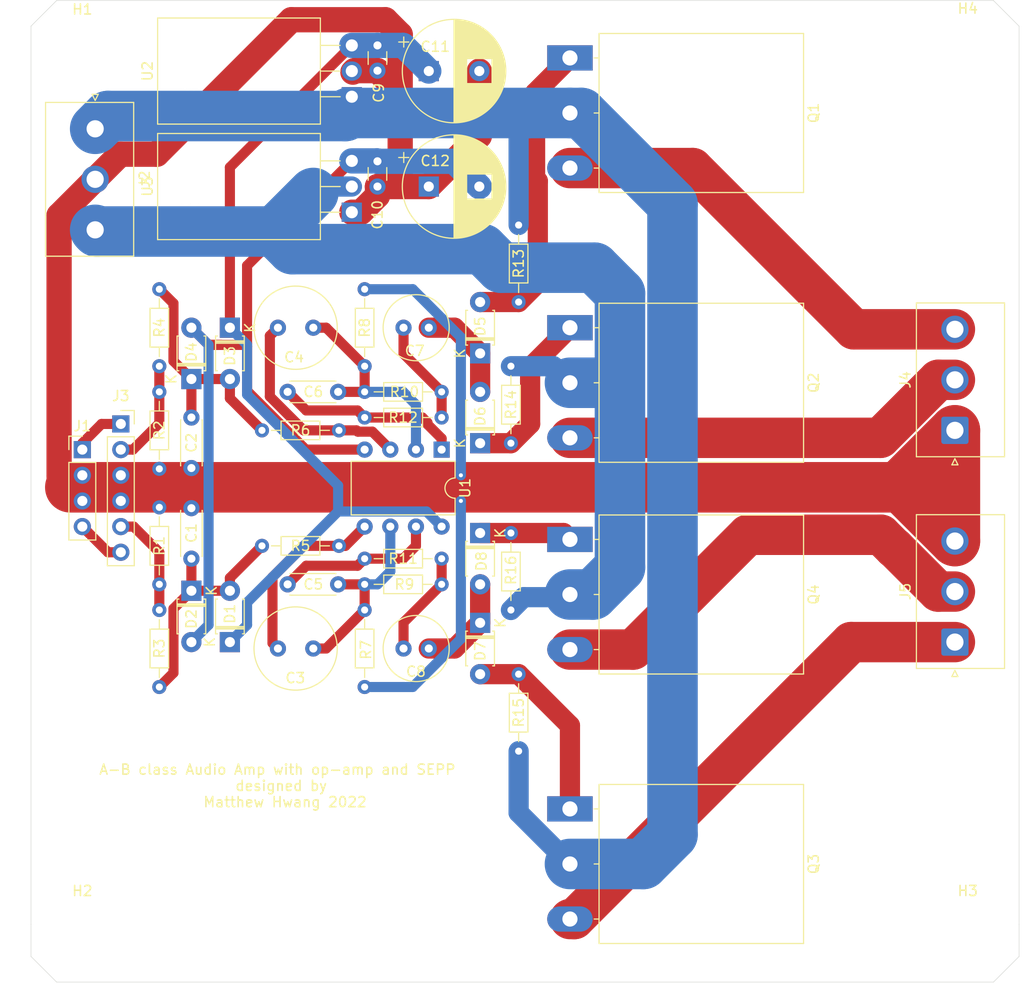
<source format=kicad_pcb>
(kicad_pcb (version 20171130) (host pcbnew "(5.1.9)-1")

  (general
    (thickness 1.6)
    (drawings 30)
    (tracks 212)
    (zones 0)
    (modules 52)
    (nets 30)
  )

  (page A4)
  (layers
    (0 F.Cu signal)
    (31 B.Cu signal)
    (32 B.Adhes user)
    (33 F.Adhes user)
    (34 B.Paste user)
    (35 F.Paste user)
    (36 B.SilkS user)
    (37 F.SilkS user)
    (38 B.Mask user)
    (39 F.Mask user)
    (40 Dwgs.User user)
    (41 Cmts.User user)
    (42 Eco1.User user)
    (43 Eco2.User user)
    (44 Edge.Cuts user)
    (45 Margin user)
    (46 B.CrtYd user)
    (47 F.CrtYd user)
    (48 B.Fab user)
    (49 F.Fab user)
  )

  (setup
    (last_trace_width 2.5)
    (user_trace_width 1)
    (user_trace_width 2)
    (user_trace_width 2.5)
    (user_trace_width 3)
    (user_trace_width 4)
    (user_trace_width 5)
    (trace_clearance 0.2)
    (zone_clearance 0.508)
    (zone_45_only no)
    (trace_min 0.2)
    (via_size 0.8)
    (via_drill 0.4)
    (via_min_size 0.4)
    (via_min_drill 0.3)
    (uvia_size 0.3)
    (uvia_drill 0.1)
    (uvias_allowed no)
    (uvia_min_size 0.2)
    (uvia_min_drill 0.1)
    (edge_width 0.05)
    (segment_width 0.2)
    (pcb_text_width 0.3)
    (pcb_text_size 1.5 1.5)
    (mod_edge_width 0.12)
    (mod_text_size 1 1)
    (mod_text_width 0.15)
    (pad_size 1.524 1.524)
    (pad_drill 0.762)
    (pad_to_mask_clearance 0)
    (aux_axis_origin 0 0)
    (visible_elements 7FFFFFFF)
    (pcbplotparams
      (layerselection 0x010fc_ffffffff)
      (usegerberextensions true)
      (usegerberattributes false)
      (usegerberadvancedattributes false)
      (creategerberjobfile false)
      (excludeedgelayer true)
      (linewidth 0.100000)
      (plotframeref false)
      (viasonmask false)
      (mode 1)
      (useauxorigin false)
      (hpglpennumber 1)
      (hpglpenspeed 20)
      (hpglpendiameter 15.000000)
      (psnegative false)
      (psa4output false)
      (plotreference true)
      (plotvalue true)
      (plotinvisibletext false)
      (padsonsilk false)
      (subtractmaskfromsilk false)
      (outputformat 1)
      (mirror false)
      (drillshape 0)
      (scaleselection 1)
      (outputdirectory "digital_amp_gerber_files/"))
  )

  (net 0 "")
  (net 1 "Net-(C1-Pad1)")
  (net 2 "Net-(C2-Pad1)")
  (net 3 "Net-(C3-Pad2)")
  (net 4 "Net-(C3-Pad1)")
  (net 5 "Net-(C4-Pad2)")
  (net 6 "Net-(C4-Pad1)")
  (net 7 "Net-(C5-Pad1)")
  (net 8 "Net-(C6-Pad1)")
  (net 9 "Net-(C7-Pad2)")
  (net 10 "Net-(C7-Pad1)")
  (net 11 "Net-(C8-Pad2)")
  (net 12 "Net-(C8-Pad1)")
  (net 13 GND)
  (net 14 +15V)
  (net 15 -15V)
  (net 16 "Net-(D5-Pad2)")
  (net 17 "Net-(D6-Pad1)")
  (net 18 "Net-(D7-Pad2)")
  (net 19 "Net-(D8-Pad1)")
  (net 20 "Net-(J1-Pad4)")
  (net 21 "Net-(J1-Pad1)")
  (net 22 -24V)
  (net 23 +24V)
  (net 24 "Net-(J3-Pad5)")
  (net 25 "Net-(J3-Pad2)")
  (net 26 "Net-(J4-Pad3)")
  (net 27 "Net-(J4-Pad2)")
  (net 28 "Net-(J5-Pad2)")
  (net 29 "Net-(J5-Pad1)")

  (net_class Default "This is the default net class."
    (clearance 0.2)
    (trace_width 0.25)
    (via_dia 0.8)
    (via_drill 0.4)
    (uvia_dia 0.3)
    (uvia_drill 0.1)
    (add_net +15V)
    (add_net +24V)
    (add_net -15V)
    (add_net -24V)
    (add_net GND)
    (add_net "Net-(C1-Pad1)")
    (add_net "Net-(C2-Pad1)")
    (add_net "Net-(C3-Pad1)")
    (add_net "Net-(C3-Pad2)")
    (add_net "Net-(C4-Pad1)")
    (add_net "Net-(C4-Pad2)")
    (add_net "Net-(C5-Pad1)")
    (add_net "Net-(C6-Pad1)")
    (add_net "Net-(C7-Pad1)")
    (add_net "Net-(C7-Pad2)")
    (add_net "Net-(C8-Pad1)")
    (add_net "Net-(C8-Pad2)")
    (add_net "Net-(D5-Pad2)")
    (add_net "Net-(D6-Pad1)")
    (add_net "Net-(D7-Pad2)")
    (add_net "Net-(D8-Pad1)")
    (add_net "Net-(J1-Pad1)")
    (add_net "Net-(J1-Pad4)")
    (add_net "Net-(J3-Pad2)")
    (add_net "Net-(J3-Pad5)")
    (add_net "Net-(J4-Pad2)")
    (add_net "Net-(J4-Pad3)")
    (add_net "Net-(J5-Pad1)")
    (add_net "Net-(J5-Pad2)")
  )

  (module Connector_JST:JST_NV_B03P-NV_1x03_P5.00mm_Vertical (layer F.Cu) (tedit 5B774480) (tstamp 624E84BC)
    (at 187.96 121.285 90)
    (descr "JST NV series connector, B03P-NV (http://www.jst-mfg.com/product/pdf/eng/eNV.pdf), generated with kicad-footprint-generator")
    (tags "connector JST NV side entry")
    (path /62558999)
    (fp_text reference J5 (at 5 -4.9 90) (layer F.SilkS)
      (effects (font (size 1 1) (thickness 0.15)))
    )
    (fp_text value Conn_01x03_Male (at 5 6 90) (layer F.Fab)
      (effects (font (size 1 1) (thickness 0.15)))
    )
    (fp_line (start -3.41 -0.3) (end -2.81 0) (layer F.SilkS) (width 0.12))
    (fp_line (start -3.41 0.3) (end -3.41 -0.3) (layer F.SilkS) (width 0.12))
    (fp_line (start -2.81 0) (end -3.41 0.3) (layer F.SilkS) (width 0.12))
    (fp_line (start 12.61 -3.81) (end -2.61 -3.81) (layer F.SilkS) (width 0.12))
    (fp_line (start 12.61 4.91) (end 12.61 -3.81) (layer F.SilkS) (width 0.12))
    (fp_line (start -2.61 4.91) (end 12.61 4.91) (layer F.SilkS) (width 0.12))
    (fp_line (start -2.61 -3.81) (end -2.61 4.91) (layer F.SilkS) (width 0.12))
    (fp_line (start 13 -4.2) (end -3 -4.2) (layer F.CrtYd) (width 0.05))
    (fp_line (start 13 5.3) (end 13 -4.2) (layer F.CrtYd) (width 0.05))
    (fp_line (start -3 5.3) (end 13 5.3) (layer F.CrtYd) (width 0.05))
    (fp_line (start -3 -4.2) (end -3 5.3) (layer F.CrtYd) (width 0.05))
    (fp_line (start -2.5 1) (end -1.5 0) (layer F.Fab) (width 0.1))
    (fp_line (start -2.5 -1) (end -1.5 0) (layer F.Fab) (width 0.1))
    (fp_line (start -2.5 -2) (end 12.5 -2) (layer F.Fab) (width 0.1))
    (fp_line (start 12.5 -3.7) (end -2.5 -3.7) (layer F.Fab) (width 0.1))
    (fp_line (start 12.5 4.8) (end 12.5 -3.7) (layer F.Fab) (width 0.1))
    (fp_line (start -2.5 4.8) (end 12.5 4.8) (layer F.Fab) (width 0.1))
    (fp_line (start -2.5 -3.7) (end -2.5 4.8) (layer F.Fab) (width 0.1))
    (fp_text user %R (at 5 4.1 90) (layer F.Fab)
      (effects (font (size 1 1) (thickness 0.15)))
    )
    (pad 3 thru_hole circle (at 10 0 90) (size 2.7 2.7) (drill 1.7) (layers *.Cu *.Mask)
      (net 13 GND))
    (pad 2 thru_hole circle (at 5 0 90) (size 2.7 2.7) (drill 1.7) (layers *.Cu *.Mask)
      (net 28 "Net-(J5-Pad2)"))
    (pad 1 thru_hole roundrect (at 0 0 90) (size 2.7 2.7) (drill 1.7) (layers *.Cu *.Mask) (roundrect_rratio 0.09259296296296296)
      (net 29 "Net-(J5-Pad1)"))
    (model ${KISYS3DMOD}/Connector_JST.3dshapes/JST_NV_B03P-NV_1x03_P5.00mm_Vertical.wrl
      (at (xyz 0 0 0))
      (scale (xyz 1 1 1))
      (rotate (xyz 0 0 0))
    )
  )

  (module Connector_JST:JST_NV_B03P-NV_1x03_P5.00mm_Vertical (layer F.Cu) (tedit 5B774480) (tstamp 624E84A2)
    (at 187.96 100.33 90)
    (descr "JST NV series connector, B03P-NV (http://www.jst-mfg.com/product/pdf/eng/eNV.pdf), generated with kicad-footprint-generator")
    (tags "connector JST NV side entry")
    (path /62555357)
    (fp_text reference J4 (at 5 -4.9 90) (layer F.SilkS)
      (effects (font (size 1 1) (thickness 0.15)))
    )
    (fp_text value Conn_01x03_Male (at 5 6 90) (layer F.Fab)
      (effects (font (size 1 1) (thickness 0.15)))
    )
    (fp_line (start -3.41 -0.3) (end -2.81 0) (layer F.SilkS) (width 0.12))
    (fp_line (start -3.41 0.3) (end -3.41 -0.3) (layer F.SilkS) (width 0.12))
    (fp_line (start -2.81 0) (end -3.41 0.3) (layer F.SilkS) (width 0.12))
    (fp_line (start 12.61 -3.81) (end -2.61 -3.81) (layer F.SilkS) (width 0.12))
    (fp_line (start 12.61 4.91) (end 12.61 -3.81) (layer F.SilkS) (width 0.12))
    (fp_line (start -2.61 4.91) (end 12.61 4.91) (layer F.SilkS) (width 0.12))
    (fp_line (start -2.61 -3.81) (end -2.61 4.91) (layer F.SilkS) (width 0.12))
    (fp_line (start 13 -4.2) (end -3 -4.2) (layer F.CrtYd) (width 0.05))
    (fp_line (start 13 5.3) (end 13 -4.2) (layer F.CrtYd) (width 0.05))
    (fp_line (start -3 5.3) (end 13 5.3) (layer F.CrtYd) (width 0.05))
    (fp_line (start -3 -4.2) (end -3 5.3) (layer F.CrtYd) (width 0.05))
    (fp_line (start -2.5 1) (end -1.5 0) (layer F.Fab) (width 0.1))
    (fp_line (start -2.5 -1) (end -1.5 0) (layer F.Fab) (width 0.1))
    (fp_line (start -2.5 -2) (end 12.5 -2) (layer F.Fab) (width 0.1))
    (fp_line (start 12.5 -3.7) (end -2.5 -3.7) (layer F.Fab) (width 0.1))
    (fp_line (start 12.5 4.8) (end 12.5 -3.7) (layer F.Fab) (width 0.1))
    (fp_line (start -2.5 4.8) (end 12.5 4.8) (layer F.Fab) (width 0.1))
    (fp_line (start -2.5 -3.7) (end -2.5 4.8) (layer F.Fab) (width 0.1))
    (fp_text user %R (at 5 4.1 90) (layer F.Fab)
      (effects (font (size 1 1) (thickness 0.15)))
    )
    (pad 3 thru_hole circle (at 10 0 90) (size 2.7 2.7) (drill 1.7) (layers *.Cu *.Mask)
      (net 26 "Net-(J4-Pad3)"))
    (pad 2 thru_hole circle (at 5 0 90) (size 2.7 2.7) (drill 1.7) (layers *.Cu *.Mask)
      (net 27 "Net-(J4-Pad2)"))
    (pad 1 thru_hole roundrect (at 0 0 90) (size 2.7 2.7) (drill 1.7) (layers *.Cu *.Mask) (roundrect_rratio 0.09259296296296296)
      (net 13 GND))
    (model ${KISYS3DMOD}/Connector_JST.3dshapes/JST_NV_B03P-NV_1x03_P5.00mm_Vertical.wrl
      (at (xyz 0 0 0))
      (scale (xyz 1 1 1))
      (rotate (xyz 0 0 0))
    )
  )

  (module MountingHole:MountingHole_3.2mm_M3 (layer F.Cu) (tedit 56D1B4CB) (tstamp 61DBCF08)
    (at 189.23 62.785)
    (descr "Mounting Hole 3.2mm, no annular, M3")
    (tags "mounting hole 3.2mm no annular m3")
    (path /61EBA5F3)
    (attr virtual)
    (fp_text reference H4 (at 0 -4.2) (layer F.SilkS)
      (effects (font (size 1 1) (thickness 0.15)))
    )
    (fp_text value MountingHole (at 0 4.2) (layer F.Fab)
      (effects (font (size 1 1) (thickness 0.15)))
    )
    (fp_circle (center 0 0) (end 3.45 0) (layer F.CrtYd) (width 0.05))
    (fp_circle (center 0 0) (end 3.2 0) (layer Cmts.User) (width 0.15))
    (fp_text user %R (at 0.3 0) (layer F.Fab)
      (effects (font (size 1 1) (thickness 0.15)))
    )
    (pad 1 np_thru_hole circle (at 0 0) (size 3.2 3.2) (drill 3.2) (layers *.Cu *.Mask))
  )

  (module MountingHole:MountingHole_3.2mm_M3 (layer F.Cu) (tedit 56D1B4CB) (tstamp 61DBCF00)
    (at 189.23 150.11)
    (descr "Mounting Hole 3.2mm, no annular, M3")
    (tags "mounting hole 3.2mm no annular m3")
    (path /61EB7383)
    (attr virtual)
    (fp_text reference H3 (at 0 -4.2) (layer F.SilkS)
      (effects (font (size 1 1) (thickness 0.15)))
    )
    (fp_text value MountingHole (at -6.985 1.27) (layer F.Fab)
      (effects (font (size 1 1) (thickness 0.15)))
    )
    (fp_circle (center 0 0) (end 3.45 0) (layer F.CrtYd) (width 0.05))
    (fp_circle (center 0 0) (end 3.2 0) (layer Cmts.User) (width 0.15))
    (fp_text user %R (at 0.3 0) (layer F.Fab)
      (effects (font (size 1 1) (thickness 0.15)))
    )
    (pad 1 np_thru_hole circle (at 0 0) (size 3.2 3.2) (drill 3.2) (layers *.Cu *.Mask))
  )

  (module MountingHole:MountingHole_3.2mm_M3 (layer F.Cu) (tedit 56D1B4CB) (tstamp 624E5F81)
    (at 101.6 150.11)
    (descr "Mounting Hole 3.2mm, no annular, M3")
    (tags "mounting hole 3.2mm no annular m3")
    (path /61EB3FBF)
    (attr virtual)
    (fp_text reference H2 (at 0 -4.2) (layer F.SilkS)
      (effects (font (size 1 1) (thickness 0.15)))
    )
    (fp_text value MountingHole (at 0 4.2) (layer F.Fab)
      (effects (font (size 1 1) (thickness 0.15)))
    )
    (fp_circle (center 0 0) (end 3.45 0) (layer F.CrtYd) (width 0.05))
    (fp_circle (center 0 0) (end 3.2 0) (layer Cmts.User) (width 0.15))
    (fp_text user %R (at 0.3 0) (layer F.Fab)
      (effects (font (size 1 1) (thickness 0.15)))
    )
    (pad 1 np_thru_hole circle (at 0 0) (size 3.2 3.2) (drill 3.2) (layers *.Cu *.Mask))
  )

  (module MountingHole:MountingHole_3.2mm_M3 (layer F.Cu) (tedit 56D1B4CB) (tstamp 61DBCEF0)
    (at 101.6 62.865)
    (descr "Mounting Hole 3.2mm, no annular, M3")
    (tags "mounting hole 3.2mm no annular m3")
    (path /61EB2957)
    (attr virtual)
    (fp_text reference H1 (at 0 -4.2) (layer F.SilkS)
      (effects (font (size 1 1) (thickness 0.15)))
    )
    (fp_text value MountingHole (at 0 4.2) (layer F.Fab)
      (effects (font (size 1 1) (thickness 0.15)))
    )
    (fp_circle (center 0 0) (end 3.45 0) (layer F.CrtYd) (width 0.05))
    (fp_circle (center 0 0) (end 3.2 0) (layer Cmts.User) (width 0.15))
    (fp_text user %R (at 0.3 0) (layer F.Fab)
      (effects (font (size 1 1) (thickness 0.15)))
    )
    (pad 1 np_thru_hole circle (at 0 0) (size 3.2 3.2) (drill 3.2) (layers *.Cu *.Mask))
  )

  (module Connector_PinSocket_2.54mm:PinSocket_1x06_P2.54mm_Vertical (layer F.Cu) (tedit 5A19A430) (tstamp 61D96593)
    (at 105.41 99.695)
    (descr "Through hole straight socket strip, 1x06, 2.54mm pitch, single row (from Kicad 4.0.7), script generated")
    (tags "Through hole socket strip THT 1x06 2.54mm single row")
    (path /61BFD90D)
    (fp_text reference J3 (at 0 -2.77) (layer F.SilkS)
      (effects (font (size 1 1) (thickness 0.15)))
    )
    (fp_text value Conn_02x03_Counter_Clockwise (at 0 15.47) (layer F.Fab)
      (effects (font (size 1 1) (thickness 0.15)))
    )
    (fp_line (start -1.8 14.45) (end -1.8 -1.8) (layer F.CrtYd) (width 0.05))
    (fp_line (start 1.75 14.45) (end -1.8 14.45) (layer F.CrtYd) (width 0.05))
    (fp_line (start 1.75 -1.8) (end 1.75 14.45) (layer F.CrtYd) (width 0.05))
    (fp_line (start -1.8 -1.8) (end 1.75 -1.8) (layer F.CrtYd) (width 0.05))
    (fp_line (start 0 -1.33) (end 1.33 -1.33) (layer F.SilkS) (width 0.12))
    (fp_line (start 1.33 -1.33) (end 1.33 0) (layer F.SilkS) (width 0.12))
    (fp_line (start 1.33 1.27) (end 1.33 14.03) (layer F.SilkS) (width 0.12))
    (fp_line (start -1.33 14.03) (end 1.33 14.03) (layer F.SilkS) (width 0.12))
    (fp_line (start -1.33 1.27) (end -1.33 14.03) (layer F.SilkS) (width 0.12))
    (fp_line (start -1.33 1.27) (end 1.33 1.27) (layer F.SilkS) (width 0.12))
    (fp_line (start -1.27 13.97) (end -1.27 -1.27) (layer F.Fab) (width 0.1))
    (fp_line (start 1.27 13.97) (end -1.27 13.97) (layer F.Fab) (width 0.1))
    (fp_line (start 1.27 -0.635) (end 1.27 13.97) (layer F.Fab) (width 0.1))
    (fp_line (start 0.635 -1.27) (end 1.27 -0.635) (layer F.Fab) (width 0.1))
    (fp_line (start -1.27 -1.27) (end 0.635 -1.27) (layer F.Fab) (width 0.1))
    (fp_text user %R (at 0 6.35 90) (layer F.Fab)
      (effects (font (size 1 1) (thickness 0.15)))
    )
    (pad 6 thru_hole oval (at 0 12.7) (size 1.7 1.7) (drill 1) (layers *.Cu *.Mask)
      (net 20 "Net-(J1-Pad4)"))
    (pad 5 thru_hole oval (at 0 10.16) (size 1.7 1.7) (drill 1) (layers *.Cu *.Mask)
      (net 24 "Net-(J3-Pad5)"))
    (pad 4 thru_hole oval (at 0 7.62) (size 1.7 1.7) (drill 1) (layers *.Cu *.Mask)
      (net 13 GND))
    (pad 3 thru_hole oval (at 0 5.08) (size 1.7 1.7) (drill 1) (layers *.Cu *.Mask)
      (net 13 GND))
    (pad 2 thru_hole oval (at 0 2.54) (size 1.7 1.7) (drill 1) (layers *.Cu *.Mask)
      (net 25 "Net-(J3-Pad2)"))
    (pad 1 thru_hole rect (at 0 0) (size 1.7 1.7) (drill 1) (layers *.Cu *.Mask)
      (net 21 "Net-(J1-Pad1)"))
    (model ${KISYS3DMOD}/Connector_PinSocket_2.54mm.3dshapes/PinSocket_1x06_P2.54mm_Vertical.wrl
      (at (xyz 0 0 0))
      (scale (xyz 1 1 1))
      (rotate (xyz 0 0 0))
    )
  )

  (module Package_TO_SOT_THT:TO-220F-3_Horizontal_TabDown (layer F.Cu) (tedit 5AC8BA0D) (tstamp 61D8FDFA)
    (at 128.27 78.74 90)
    (descr "TO-220F-3, Horizontal, RM 2.54mm, see http://www.st.com/resource/en/datasheet/stp20nm60.pdf")
    (tags "TO-220F-3 Horizontal RM 2.54mm")
    (path /61C10008)
    (fp_text reference U3 (at 2.54 -20.22 90) (layer F.SilkS)
      (effects (font (size 1 1) (thickness 0.15)))
    )
    (fp_text value L7915 (at 2.54 2 90) (layer F.Fab)
      (effects (font (size 1 1) (thickness 0.15)))
    )
    (fp_circle (center 2.54 -15.8) (end 4.39 -15.8) (layer F.Fab) (width 0.1))
    (fp_line (start -2.59 -12.42) (end -2.59 -19.1) (layer F.Fab) (width 0.1))
    (fp_line (start -2.59 -19.1) (end 7.67 -19.1) (layer F.Fab) (width 0.1))
    (fp_line (start 7.67 -19.1) (end 7.67 -12.42) (layer F.Fab) (width 0.1))
    (fp_line (start 7.67 -12.42) (end -2.59 -12.42) (layer F.Fab) (width 0.1))
    (fp_line (start -2.59 -3.23) (end -2.59 -12.42) (layer F.Fab) (width 0.1))
    (fp_line (start -2.59 -12.42) (end 7.67 -12.42) (layer F.Fab) (width 0.1))
    (fp_line (start 7.67 -12.42) (end 7.67 -3.23) (layer F.Fab) (width 0.1))
    (fp_line (start 7.67 -3.23) (end -2.59 -3.23) (layer F.Fab) (width 0.1))
    (fp_line (start 0 -3.23) (end 0 0) (layer F.Fab) (width 0.1))
    (fp_line (start 2.54 -3.23) (end 2.54 0) (layer F.Fab) (width 0.1))
    (fp_line (start 5.08 -3.23) (end 5.08 0) (layer F.Fab) (width 0.1))
    (fp_line (start -2.71 -3.11) (end 7.79 -3.11) (layer F.SilkS) (width 0.12))
    (fp_line (start -2.71 -19.22) (end 7.79 -19.22) (layer F.SilkS) (width 0.12))
    (fp_line (start -2.71 -19.22) (end -2.71 -3.11) (layer F.SilkS) (width 0.12))
    (fp_line (start 7.79 -19.22) (end 7.79 -3.11) (layer F.SilkS) (width 0.12))
    (fp_line (start 0 -3.11) (end 0 -1.15) (layer F.SilkS) (width 0.12))
    (fp_line (start 2.54 -3.11) (end 2.54 -1.15) (layer F.SilkS) (width 0.12))
    (fp_line (start 5.08 -3.11) (end 5.08 -1.15) (layer F.SilkS) (width 0.12))
    (fp_line (start -2.84 -19.35) (end -2.84 1.25) (layer F.CrtYd) (width 0.05))
    (fp_line (start -2.84 1.25) (end 7.92 1.25) (layer F.CrtYd) (width 0.05))
    (fp_line (start 7.92 1.25) (end 7.92 -19.35) (layer F.CrtYd) (width 0.05))
    (fp_line (start 7.92 -19.35) (end -2.84 -19.35) (layer F.CrtYd) (width 0.05))
    (fp_text user %R (at 2.54 -20.22 90) (layer F.Fab)
      (effects (font (size 1 1) (thickness 0.15)))
    )
    (pad 3 thru_hole oval (at 5.08 0 90) (size 1.905 2) (drill 1.2) (layers *.Cu *.Mask)
      (net 15 -15V))
    (pad 2 thru_hole oval (at 2.54 0 90) (size 1.905 2) (drill 1.2) (layers *.Cu *.Mask)
      (net 22 -24V))
    (pad 1 thru_hole rect (at 0 0 90) (size 1.905 2) (drill 1.2) (layers *.Cu *.Mask)
      (net 13 GND))
    (pad "" np_thru_hole oval (at 2.54 -15.8 90) (size 3.5 3.5) (drill 3.5) (layers *.Cu *.Mask))
    (model ${KISYS3DMOD}/Package_TO_SOT_THT.3dshapes/TO-220F-3_Horizontal_TabDown.wrl
      (at (xyz 0 0 0))
      (scale (xyz 1 1 1))
      (rotate (xyz 0 0 0))
    )
  )

  (module Package_TO_SOT_THT:TO-220F-3_Horizontal_TabDown (layer F.Cu) (tedit 5AC8BA0D) (tstamp 61D8FDDA)
    (at 128.27 67.31 90)
    (descr "TO-220F-3, Horizontal, RM 2.54mm, see http://www.st.com/resource/en/datasheet/stp20nm60.pdf")
    (tags "TO-220F-3 Horizontal RM 2.54mm")
    (path /61C0E3B4)
    (fp_text reference U2 (at 2.54 -20.22 90) (layer F.SilkS)
      (effects (font (size 1 1) (thickness 0.15)))
    )
    (fp_text value L7815 (at 2.54 2 90) (layer F.Fab)
      (effects (font (size 1 1) (thickness 0.15)))
    )
    (fp_circle (center 2.54 -15.8) (end 4.39 -15.8) (layer F.Fab) (width 0.1))
    (fp_line (start -2.59 -12.42) (end -2.59 -19.1) (layer F.Fab) (width 0.1))
    (fp_line (start -2.59 -19.1) (end 7.67 -19.1) (layer F.Fab) (width 0.1))
    (fp_line (start 7.67 -19.1) (end 7.67 -12.42) (layer F.Fab) (width 0.1))
    (fp_line (start 7.67 -12.42) (end -2.59 -12.42) (layer F.Fab) (width 0.1))
    (fp_line (start -2.59 -3.23) (end -2.59 -12.42) (layer F.Fab) (width 0.1))
    (fp_line (start -2.59 -12.42) (end 7.67 -12.42) (layer F.Fab) (width 0.1))
    (fp_line (start 7.67 -12.42) (end 7.67 -3.23) (layer F.Fab) (width 0.1))
    (fp_line (start 7.67 -3.23) (end -2.59 -3.23) (layer F.Fab) (width 0.1))
    (fp_line (start 0 -3.23) (end 0 0) (layer F.Fab) (width 0.1))
    (fp_line (start 2.54 -3.23) (end 2.54 0) (layer F.Fab) (width 0.1))
    (fp_line (start 5.08 -3.23) (end 5.08 0) (layer F.Fab) (width 0.1))
    (fp_line (start -2.71 -3.11) (end 7.79 -3.11) (layer F.SilkS) (width 0.12))
    (fp_line (start -2.71 -19.22) (end 7.79 -19.22) (layer F.SilkS) (width 0.12))
    (fp_line (start -2.71 -19.22) (end -2.71 -3.11) (layer F.SilkS) (width 0.12))
    (fp_line (start 7.79 -19.22) (end 7.79 -3.11) (layer F.SilkS) (width 0.12))
    (fp_line (start 0 -3.11) (end 0 -1.15) (layer F.SilkS) (width 0.12))
    (fp_line (start 2.54 -3.11) (end 2.54 -1.15) (layer F.SilkS) (width 0.12))
    (fp_line (start 5.08 -3.11) (end 5.08 -1.15) (layer F.SilkS) (width 0.12))
    (fp_line (start -2.84 -19.35) (end -2.84 1.25) (layer F.CrtYd) (width 0.05))
    (fp_line (start -2.84 1.25) (end 7.92 1.25) (layer F.CrtYd) (width 0.05))
    (fp_line (start 7.92 1.25) (end 7.92 -19.35) (layer F.CrtYd) (width 0.05))
    (fp_line (start 7.92 -19.35) (end -2.84 -19.35) (layer F.CrtYd) (width 0.05))
    (fp_text user %R (at 2.54 -20.22 90) (layer F.Fab)
      (effects (font (size 1 1) (thickness 0.15)))
    )
    (pad 3 thru_hole oval (at 5.08 0 90) (size 1.905 2) (drill 1.2) (layers *.Cu *.Mask)
      (net 14 +15V))
    (pad 2 thru_hole oval (at 2.54 0 90) (size 1.905 2) (drill 1.2) (layers *.Cu *.Mask)
      (net 13 GND))
    (pad 1 thru_hole rect (at 0 0 90) (size 1.905 2) (drill 1.2) (layers *.Cu *.Mask)
      (net 23 +24V))
    (pad "" np_thru_hole oval (at 2.54 -15.8 90) (size 3.5 3.5) (drill 3.5) (layers *.Cu *.Mask))
    (model ${KISYS3DMOD}/Package_TO_SOT_THT.3dshapes/TO-220F-3_Horizontal_TabDown.wrl
      (at (xyz 0 0 0))
      (scale (xyz 1 1 1))
      (rotate (xyz 0 0 0))
    )
  )

  (module Package_DIP:DIP-8_W7.62mm (layer F.Cu) (tedit 5A02E8C5) (tstamp 61D8FDBA)
    (at 137.16 102.235 270)
    (descr "8-lead though-hole mounted DIP package, row spacing 7.62 mm (300 mils)")
    (tags "THT DIP DIL PDIP 2.54mm 7.62mm 300mil")
    (path /6030D57F)
    (fp_text reference U1 (at 3.81 -2.33 90) (layer F.SilkS)
      (effects (font (size 1 1) (thickness 0.15)))
    )
    (fp_text value NJM4580 (at 3.81 9.95 90) (layer F.Fab)
      (effects (font (size 1 1) (thickness 0.15)))
    )
    (fp_line (start 1.635 -1.27) (end 6.985 -1.27) (layer F.Fab) (width 0.1))
    (fp_line (start 6.985 -1.27) (end 6.985 8.89) (layer F.Fab) (width 0.1))
    (fp_line (start 6.985 8.89) (end 0.635 8.89) (layer F.Fab) (width 0.1))
    (fp_line (start 0.635 8.89) (end 0.635 -0.27) (layer F.Fab) (width 0.1))
    (fp_line (start 0.635 -0.27) (end 1.635 -1.27) (layer F.Fab) (width 0.1))
    (fp_line (start 2.81 -1.33) (end 1.16 -1.33) (layer F.SilkS) (width 0.12))
    (fp_line (start 1.16 -1.33) (end 1.16 8.95) (layer F.SilkS) (width 0.12))
    (fp_line (start 1.16 8.95) (end 6.46 8.95) (layer F.SilkS) (width 0.12))
    (fp_line (start 6.46 8.95) (end 6.46 -1.33) (layer F.SilkS) (width 0.12))
    (fp_line (start 6.46 -1.33) (end 4.81 -1.33) (layer F.SilkS) (width 0.12))
    (fp_line (start -1.1 -1.55) (end -1.1 9.15) (layer F.CrtYd) (width 0.05))
    (fp_line (start -1.1 9.15) (end 8.7 9.15) (layer F.CrtYd) (width 0.05))
    (fp_line (start 8.7 9.15) (end 8.7 -1.55) (layer F.CrtYd) (width 0.05))
    (fp_line (start 8.7 -1.55) (end -1.1 -1.55) (layer F.CrtYd) (width 0.05))
    (fp_text user %R (at 3.81 3.81 90) (layer F.Fab)
      (effects (font (size 1 1) (thickness 0.15)))
    )
    (fp_arc (start 3.81 -1.33) (end 2.81 -1.33) (angle -180) (layer F.SilkS) (width 0.12))
    (pad 8 thru_hole oval (at 7.62 0 270) (size 1.6 1.6) (drill 0.8) (layers *.Cu *.Mask)
      (net 14 +15V))
    (pad 4 thru_hole oval (at 0 7.62 270) (size 1.6 1.6) (drill 0.8) (layers *.Cu *.Mask)
      (net 15 -15V))
    (pad 7 thru_hole oval (at 7.62 2.54 270) (size 1.6 1.6) (drill 0.8) (layers *.Cu *.Mask)
      (net 7 "Net-(C5-Pad1)"))
    (pad 3 thru_hole oval (at 0 5.08 270) (size 1.6 1.6) (drill 0.8) (layers *.Cu *.Mask)
      (net 5 "Net-(C4-Pad2)"))
    (pad 6 thru_hole oval (at 7.62 5.08 270) (size 1.6 1.6) (drill 0.8) (layers *.Cu *.Mask)
      (net 4 "Net-(C3-Pad1)"))
    (pad 2 thru_hole oval (at 0 2.54 270) (size 1.6 1.6) (drill 0.8) (layers *.Cu *.Mask)
      (net 6 "Net-(C4-Pad1)"))
    (pad 5 thru_hole oval (at 7.62 7.62 270) (size 1.6 1.6) (drill 0.8) (layers *.Cu *.Mask)
      (net 3 "Net-(C3-Pad2)"))
    (pad 1 thru_hole rect (at 0 0 270) (size 1.6 1.6) (drill 0.8) (layers *.Cu *.Mask)
      (net 8 "Net-(C6-Pad1)"))
    (model ${KISYS3DMOD}/Package_DIP.3dshapes/DIP-8_W7.62mm.wrl
      (at (xyz 0 0 0))
      (scale (xyz 1 1 1))
      (rotate (xyz 0 0 0))
    )
  )

  (module Resistor_THT:R_Axial_DIN0204_L3.6mm_D1.6mm_P7.62mm_Horizontal (layer F.Cu) (tedit 5AE5139B) (tstamp 61D8FD5E)
    (at 144.018 110.49 270)
    (descr "Resistor, Axial_DIN0204 series, Axial, Horizontal, pin pitch=7.62mm, 0.167W, length*diameter=3.6*1.6mm^2, http://cdn-reichelt.de/documents/datenblatt/B400/1_4W%23YAG.pdf")
    (tags "Resistor Axial_DIN0204 series Axial Horizontal pin pitch 7.62mm 0.167W length 3.6mm diameter 1.6mm")
    (path /60401521)
    (fp_text reference R16 (at 3.683 0 90) (layer F.SilkS)
      (effects (font (size 1 1) (thickness 0.15)))
    )
    (fp_text value 470 (at 3.81 1.92 90) (layer F.Fab)
      (effects (font (size 1 1) (thickness 0.15)))
    )
    (fp_line (start 2.01 -0.8) (end 2.01 0.8) (layer F.Fab) (width 0.1))
    (fp_line (start 2.01 0.8) (end 5.61 0.8) (layer F.Fab) (width 0.1))
    (fp_line (start 5.61 0.8) (end 5.61 -0.8) (layer F.Fab) (width 0.1))
    (fp_line (start 5.61 -0.8) (end 2.01 -0.8) (layer F.Fab) (width 0.1))
    (fp_line (start 0 0) (end 2.01 0) (layer F.Fab) (width 0.1))
    (fp_line (start 7.62 0) (end 5.61 0) (layer F.Fab) (width 0.1))
    (fp_line (start 1.89 -0.92) (end 1.89 0.92) (layer F.SilkS) (width 0.12))
    (fp_line (start 1.89 0.92) (end 5.73 0.92) (layer F.SilkS) (width 0.12))
    (fp_line (start 5.73 0.92) (end 5.73 -0.92) (layer F.SilkS) (width 0.12))
    (fp_line (start 5.73 -0.92) (end 1.89 -0.92) (layer F.SilkS) (width 0.12))
    (fp_line (start 0.94 0) (end 1.89 0) (layer F.SilkS) (width 0.12))
    (fp_line (start 6.68 0) (end 5.73 0) (layer F.SilkS) (width 0.12))
    (fp_line (start -0.95 -1.05) (end -0.95 1.05) (layer F.CrtYd) (width 0.05))
    (fp_line (start -0.95 1.05) (end 8.57 1.05) (layer F.CrtYd) (width 0.05))
    (fp_line (start 8.57 1.05) (end 8.57 -1.05) (layer F.CrtYd) (width 0.05))
    (fp_line (start 8.57 -1.05) (end -0.95 -1.05) (layer F.CrtYd) (width 0.05))
    (fp_text user %R (at 3.81 0 90) (layer F.Fab)
      (effects (font (size 0.72 0.72) (thickness 0.108)))
    )
    (pad 2 thru_hole oval (at 7.62 0 270) (size 1.4 1.4) (drill 0.7) (layers *.Cu *.Mask)
      (net 22 -24V))
    (pad 1 thru_hole circle (at 0 0 270) (size 1.4 1.4) (drill 0.7) (layers *.Cu *.Mask)
      (net 19 "Net-(D8-Pad1)"))
    (model ${KISYS3DMOD}/Resistor_THT.3dshapes/R_Axial_DIN0204_L3.6mm_D1.6mm_P7.62mm_Horizontal.wrl
      (at (xyz 0 0 0))
      (scale (xyz 1 1 1))
      (rotate (xyz 0 0 0))
    )
  )

  (module Resistor_THT:R_Axial_DIN0204_L3.6mm_D1.6mm_P7.62mm_Horizontal (layer F.Cu) (tedit 5AE5139B) (tstamp 61D8FD47)
    (at 144.78 132.08 90)
    (descr "Resistor, Axial_DIN0204 series, Axial, Horizontal, pin pitch=7.62mm, 0.167W, length*diameter=3.6*1.6mm^2, http://cdn-reichelt.de/documents/datenblatt/B400/1_4W%23YAG.pdf")
    (tags "Resistor Axial_DIN0204 series Axial Horizontal pin pitch 7.62mm 0.167W length 3.6mm diameter 1.6mm")
    (path /6040150C)
    (fp_text reference R15 (at 3.81 0 90) (layer F.SilkS)
      (effects (font (size 1 1) (thickness 0.15)))
    )
    (fp_text value 470 (at 3.81 1.92 90) (layer F.Fab)
      (effects (font (size 1 1) (thickness 0.15)))
    )
    (fp_line (start 2.01 -0.8) (end 2.01 0.8) (layer F.Fab) (width 0.1))
    (fp_line (start 2.01 0.8) (end 5.61 0.8) (layer F.Fab) (width 0.1))
    (fp_line (start 5.61 0.8) (end 5.61 -0.8) (layer F.Fab) (width 0.1))
    (fp_line (start 5.61 -0.8) (end 2.01 -0.8) (layer F.Fab) (width 0.1))
    (fp_line (start 0 0) (end 2.01 0) (layer F.Fab) (width 0.1))
    (fp_line (start 7.62 0) (end 5.61 0) (layer F.Fab) (width 0.1))
    (fp_line (start 1.89 -0.92) (end 1.89 0.92) (layer F.SilkS) (width 0.12))
    (fp_line (start 1.89 0.92) (end 5.73 0.92) (layer F.SilkS) (width 0.12))
    (fp_line (start 5.73 0.92) (end 5.73 -0.92) (layer F.SilkS) (width 0.12))
    (fp_line (start 5.73 -0.92) (end 1.89 -0.92) (layer F.SilkS) (width 0.12))
    (fp_line (start 0.94 0) (end 1.89 0) (layer F.SilkS) (width 0.12))
    (fp_line (start 6.68 0) (end 5.73 0) (layer F.SilkS) (width 0.12))
    (fp_line (start -0.95 -1.05) (end -0.95 1.05) (layer F.CrtYd) (width 0.05))
    (fp_line (start -0.95 1.05) (end 8.57 1.05) (layer F.CrtYd) (width 0.05))
    (fp_line (start 8.57 1.05) (end 8.57 -1.05) (layer F.CrtYd) (width 0.05))
    (fp_line (start 8.57 -1.05) (end -0.95 -1.05) (layer F.CrtYd) (width 0.05))
    (fp_text user %R (at 3.81 0 90) (layer F.Fab)
      (effects (font (size 0.72 0.72) (thickness 0.108)))
    )
    (pad 2 thru_hole oval (at 7.62 0 90) (size 1.4 1.4) (drill 0.7) (layers *.Cu *.Mask)
      (net 18 "Net-(D7-Pad2)"))
    (pad 1 thru_hole circle (at 0 0 90) (size 1.4 1.4) (drill 0.7) (layers *.Cu *.Mask)
      (net 23 +24V))
    (model ${KISYS3DMOD}/Resistor_THT.3dshapes/R_Axial_DIN0204_L3.6mm_D1.6mm_P7.62mm_Horizontal.wrl
      (at (xyz 0 0 0))
      (scale (xyz 1 1 1))
      (rotate (xyz 0 0 0))
    )
  )

  (module Resistor_THT:R_Axial_DIN0204_L3.6mm_D1.6mm_P7.62mm_Horizontal (layer F.Cu) (tedit 5AE5139B) (tstamp 61D8FD30)
    (at 144.018 101.6 90)
    (descr "Resistor, Axial_DIN0204 series, Axial, Horizontal, pin pitch=7.62mm, 0.167W, length*diameter=3.6*1.6mm^2, http://cdn-reichelt.de/documents/datenblatt/B400/1_4W%23YAG.pdf")
    (tags "Resistor Axial_DIN0204 series Axial Horizontal pin pitch 7.62mm 0.167W length 3.6mm diameter 1.6mm")
    (path /603DF8C3)
    (fp_text reference R14 (at 3.81 0 90) (layer F.SilkS)
      (effects (font (size 1 1) (thickness 0.15)))
    )
    (fp_text value 470 (at 3.81 1.92 90) (layer F.Fab)
      (effects (font (size 1 1) (thickness 0.15)))
    )
    (fp_line (start 2.01 -0.8) (end 2.01 0.8) (layer F.Fab) (width 0.1))
    (fp_line (start 2.01 0.8) (end 5.61 0.8) (layer F.Fab) (width 0.1))
    (fp_line (start 5.61 0.8) (end 5.61 -0.8) (layer F.Fab) (width 0.1))
    (fp_line (start 5.61 -0.8) (end 2.01 -0.8) (layer F.Fab) (width 0.1))
    (fp_line (start 0 0) (end 2.01 0) (layer F.Fab) (width 0.1))
    (fp_line (start 7.62 0) (end 5.61 0) (layer F.Fab) (width 0.1))
    (fp_line (start 1.89 -0.92) (end 1.89 0.92) (layer F.SilkS) (width 0.12))
    (fp_line (start 1.89 0.92) (end 5.73 0.92) (layer F.SilkS) (width 0.12))
    (fp_line (start 5.73 0.92) (end 5.73 -0.92) (layer F.SilkS) (width 0.12))
    (fp_line (start 5.73 -0.92) (end 1.89 -0.92) (layer F.SilkS) (width 0.12))
    (fp_line (start 0.94 0) (end 1.89 0) (layer F.SilkS) (width 0.12))
    (fp_line (start 6.68 0) (end 5.73 0) (layer F.SilkS) (width 0.12))
    (fp_line (start -0.95 -1.05) (end -0.95 1.05) (layer F.CrtYd) (width 0.05))
    (fp_line (start -0.95 1.05) (end 8.57 1.05) (layer F.CrtYd) (width 0.05))
    (fp_line (start 8.57 1.05) (end 8.57 -1.05) (layer F.CrtYd) (width 0.05))
    (fp_line (start 8.57 -1.05) (end -0.95 -1.05) (layer F.CrtYd) (width 0.05))
    (fp_text user %R (at 3.81 0 90) (layer F.Fab)
      (effects (font (size 0.72 0.72) (thickness 0.108)))
    )
    (pad 2 thru_hole oval (at 7.62 0 90) (size 1.4 1.4) (drill 0.7) (layers *.Cu *.Mask)
      (net 22 -24V))
    (pad 1 thru_hole circle (at 0 0 90) (size 1.4 1.4) (drill 0.7) (layers *.Cu *.Mask)
      (net 17 "Net-(D6-Pad1)"))
    (model ${KISYS3DMOD}/Resistor_THT.3dshapes/R_Axial_DIN0204_L3.6mm_D1.6mm_P7.62mm_Horizontal.wrl
      (at (xyz 0 0 0))
      (scale (xyz 1 1 1))
      (rotate (xyz 0 0 0))
    )
  )

  (module Resistor_THT:R_Axial_DIN0204_L3.6mm_D1.6mm_P7.62mm_Horizontal (layer F.Cu) (tedit 5AE5139B) (tstamp 61D8FD19)
    (at 144.78 80.01 270)
    (descr "Resistor, Axial_DIN0204 series, Axial, Horizontal, pin pitch=7.62mm, 0.167W, length*diameter=3.6*1.6mm^2, http://cdn-reichelt.de/documents/datenblatt/B400/1_4W%23YAG.pdf")
    (tags "Resistor Axial_DIN0204 series Axial Horizontal pin pitch 7.62mm 0.167W length 3.6mm diameter 1.6mm")
    (path /603DEDE2)
    (fp_text reference R13 (at 3.81 0 90) (layer F.SilkS)
      (effects (font (size 1 1) (thickness 0.15)))
    )
    (fp_text value 470 (at 3.81 1.92 90) (layer F.Fab)
      (effects (font (size 1 1) (thickness 0.15)))
    )
    (fp_line (start 2.01 -0.8) (end 2.01 0.8) (layer F.Fab) (width 0.1))
    (fp_line (start 2.01 0.8) (end 5.61 0.8) (layer F.Fab) (width 0.1))
    (fp_line (start 5.61 0.8) (end 5.61 -0.8) (layer F.Fab) (width 0.1))
    (fp_line (start 5.61 -0.8) (end 2.01 -0.8) (layer F.Fab) (width 0.1))
    (fp_line (start 0 0) (end 2.01 0) (layer F.Fab) (width 0.1))
    (fp_line (start 7.62 0) (end 5.61 0) (layer F.Fab) (width 0.1))
    (fp_line (start 1.89 -0.92) (end 1.89 0.92) (layer F.SilkS) (width 0.12))
    (fp_line (start 1.89 0.92) (end 5.73 0.92) (layer F.SilkS) (width 0.12))
    (fp_line (start 5.73 0.92) (end 5.73 -0.92) (layer F.SilkS) (width 0.12))
    (fp_line (start 5.73 -0.92) (end 1.89 -0.92) (layer F.SilkS) (width 0.12))
    (fp_line (start 0.94 0) (end 1.89 0) (layer F.SilkS) (width 0.12))
    (fp_line (start 6.68 0) (end 5.73 0) (layer F.SilkS) (width 0.12))
    (fp_line (start -0.95 -1.05) (end -0.95 1.05) (layer F.CrtYd) (width 0.05))
    (fp_line (start -0.95 1.05) (end 8.57 1.05) (layer F.CrtYd) (width 0.05))
    (fp_line (start 8.57 1.05) (end 8.57 -1.05) (layer F.CrtYd) (width 0.05))
    (fp_line (start 8.57 -1.05) (end -0.95 -1.05) (layer F.CrtYd) (width 0.05))
    (fp_text user %R (at 3.81 0 90) (layer F.Fab)
      (effects (font (size 0.72 0.72) (thickness 0.108)))
    )
    (pad 2 thru_hole oval (at 7.62 0 270) (size 1.4 1.4) (drill 0.7) (layers *.Cu *.Mask)
      (net 16 "Net-(D5-Pad2)"))
    (pad 1 thru_hole circle (at 0 0 270) (size 1.4 1.4) (drill 0.7) (layers *.Cu *.Mask)
      (net 23 +24V))
    (model ${KISYS3DMOD}/Resistor_THT.3dshapes/R_Axial_DIN0204_L3.6mm_D1.6mm_P7.62mm_Horizontal.wrl
      (at (xyz 0 0 0))
      (scale (xyz 1 1 1))
      (rotate (xyz 0 0 0))
    )
  )

  (module Resistor_THT:R_Axial_DIN0204_L3.6mm_D1.6mm_P7.62mm_Horizontal (layer F.Cu) (tedit 5AE5139B) (tstamp 61D8FD02)
    (at 129.54 99.06)
    (descr "Resistor, Axial_DIN0204 series, Axial, Horizontal, pin pitch=7.62mm, 0.167W, length*diameter=3.6*1.6mm^2, http://cdn-reichelt.de/documents/datenblatt/B400/1_4W%23YAG.pdf")
    (tags "Resistor Axial_DIN0204 series Axial Horizontal pin pitch 7.62mm 0.167W length 3.6mm diameter 1.6mm")
    (path /6031E55B)
    (fp_text reference R12 (at 3.81 0) (layer F.SilkS)
      (effects (font (size 1 1) (thickness 0.15)))
    )
    (fp_text value 220 (at 3.81 1.92) (layer F.Fab)
      (effects (font (size 1 1) (thickness 0.15)))
    )
    (fp_line (start 2.01 -0.8) (end 2.01 0.8) (layer F.Fab) (width 0.1))
    (fp_line (start 2.01 0.8) (end 5.61 0.8) (layer F.Fab) (width 0.1))
    (fp_line (start 5.61 0.8) (end 5.61 -0.8) (layer F.Fab) (width 0.1))
    (fp_line (start 5.61 -0.8) (end 2.01 -0.8) (layer F.Fab) (width 0.1))
    (fp_line (start 0 0) (end 2.01 0) (layer F.Fab) (width 0.1))
    (fp_line (start 7.62 0) (end 5.61 0) (layer F.Fab) (width 0.1))
    (fp_line (start 1.89 -0.92) (end 1.89 0.92) (layer F.SilkS) (width 0.12))
    (fp_line (start 1.89 0.92) (end 5.73 0.92) (layer F.SilkS) (width 0.12))
    (fp_line (start 5.73 0.92) (end 5.73 -0.92) (layer F.SilkS) (width 0.12))
    (fp_line (start 5.73 -0.92) (end 1.89 -0.92) (layer F.SilkS) (width 0.12))
    (fp_line (start 0.94 0) (end 1.89 0) (layer F.SilkS) (width 0.12))
    (fp_line (start 6.68 0) (end 5.73 0) (layer F.SilkS) (width 0.12))
    (fp_line (start -0.95 -1.05) (end -0.95 1.05) (layer F.CrtYd) (width 0.05))
    (fp_line (start -0.95 1.05) (end 8.57 1.05) (layer F.CrtYd) (width 0.05))
    (fp_line (start 8.57 1.05) (end 8.57 -1.05) (layer F.CrtYd) (width 0.05))
    (fp_line (start 8.57 -1.05) (end -0.95 -1.05) (layer F.CrtYd) (width 0.05))
    (fp_text user %R (at 3.81 0) (layer F.Fab)
      (effects (font (size 0.72 0.72) (thickness 0.108)))
    )
    (pad 2 thru_hole oval (at 7.62 0) (size 1.4 1.4) (drill 0.7) (layers *.Cu *.Mask)
      (net 9 "Net-(C7-Pad2)"))
    (pad 1 thru_hole circle (at 0 0) (size 1.4 1.4) (drill 0.7) (layers *.Cu *.Mask)
      (net 8 "Net-(C6-Pad1)"))
    (model ${KISYS3DMOD}/Resistor_THT.3dshapes/R_Axial_DIN0204_L3.6mm_D1.6mm_P7.62mm_Horizontal.wrl
      (at (xyz 0 0 0))
      (scale (xyz 1 1 1))
      (rotate (xyz 0 0 0))
    )
  )

  (module Resistor_THT:R_Axial_DIN0204_L3.6mm_D1.6mm_P7.62mm_Horizontal locked (layer F.Cu) (tedit 5AE5139B) (tstamp 61D8FCEB)
    (at 129.54 113.03)
    (descr "Resistor, Axial_DIN0204 series, Axial, Horizontal, pin pitch=7.62mm, 0.167W, length*diameter=3.6*1.6mm^2, http://cdn-reichelt.de/documents/datenblatt/B400/1_4W%23YAG.pdf")
    (tags "Resistor Axial_DIN0204 series Axial Horizontal pin pitch 7.62mm 0.167W length 3.6mm diameter 1.6mm")
    (path /60356820)
    (fp_text reference R11 (at 3.81 0) (layer F.SilkS)
      (effects (font (size 1 1) (thickness 0.15)))
    )
    (fp_text value 220 (at 3.81 1.92) (layer F.Fab)
      (effects (font (size 1 1) (thickness 0.15)))
    )
    (fp_line (start 2.01 -0.8) (end 2.01 0.8) (layer F.Fab) (width 0.1))
    (fp_line (start 2.01 0.8) (end 5.61 0.8) (layer F.Fab) (width 0.1))
    (fp_line (start 5.61 0.8) (end 5.61 -0.8) (layer F.Fab) (width 0.1))
    (fp_line (start 5.61 -0.8) (end 2.01 -0.8) (layer F.Fab) (width 0.1))
    (fp_line (start 0 0) (end 2.01 0) (layer F.Fab) (width 0.1))
    (fp_line (start 7.62 0) (end 5.61 0) (layer F.Fab) (width 0.1))
    (fp_line (start 1.89 -0.92) (end 1.89 0.92) (layer F.SilkS) (width 0.12))
    (fp_line (start 1.89 0.92) (end 5.73 0.92) (layer F.SilkS) (width 0.12))
    (fp_line (start 5.73 0.92) (end 5.73 -0.92) (layer F.SilkS) (width 0.12))
    (fp_line (start 5.73 -0.92) (end 1.89 -0.92) (layer F.SilkS) (width 0.12))
    (fp_line (start 0.94 0) (end 1.89 0) (layer F.SilkS) (width 0.12))
    (fp_line (start 6.68 0) (end 5.73 0) (layer F.SilkS) (width 0.12))
    (fp_line (start -0.95 -1.05) (end -0.95 1.05) (layer F.CrtYd) (width 0.05))
    (fp_line (start -0.95 1.05) (end 8.57 1.05) (layer F.CrtYd) (width 0.05))
    (fp_line (start 8.57 1.05) (end 8.57 -1.05) (layer F.CrtYd) (width 0.05))
    (fp_line (start 8.57 -1.05) (end -0.95 -1.05) (layer F.CrtYd) (width 0.05))
    (fp_text user %R (at 3.81 0) (layer F.Fab)
      (effects (font (size 0.72 0.72) (thickness 0.108)))
    )
    (pad 2 thru_hole oval (at 7.62 0) (size 1.4 1.4) (drill 0.7) (layers *.Cu *.Mask)
      (net 11 "Net-(C8-Pad2)"))
    (pad 1 thru_hole circle (at 0 0) (size 1.4 1.4) (drill 0.7) (layers *.Cu *.Mask)
      (net 7 "Net-(C5-Pad1)"))
    (model ${KISYS3DMOD}/Resistor_THT.3dshapes/R_Axial_DIN0204_L3.6mm_D1.6mm_P7.62mm_Horizontal.wrl
      (at (xyz 0 0 0))
      (scale (xyz 1 1 1))
      (rotate (xyz 0 0 0))
    )
  )

  (module Resistor_THT:R_Axial_DIN0204_L3.6mm_D1.6mm_P7.62mm_Horizontal (layer F.Cu) (tedit 5AE5139B) (tstamp 61D8FCD4)
    (at 129.54 96.52)
    (descr "Resistor, Axial_DIN0204 series, Axial, Horizontal, pin pitch=7.62mm, 0.167W, length*diameter=3.6*1.6mm^2, http://cdn-reichelt.de/documents/datenblatt/B400/1_4W%23YAG.pdf")
    (tags "Resistor Axial_DIN0204 series Axial Horizontal pin pitch 7.62mm 0.167W length 3.6mm diameter 1.6mm")
    (path /6031DE55)
    (fp_text reference R10 (at 3.937 0) (layer F.SilkS)
      (effects (font (size 1 1) (thickness 0.15)))
    )
    (fp_text value 22k (at 3.81 1.92) (layer F.Fab)
      (effects (font (size 1 1) (thickness 0.15)))
    )
    (fp_line (start 2.01 -0.8) (end 2.01 0.8) (layer F.Fab) (width 0.1))
    (fp_line (start 2.01 0.8) (end 5.61 0.8) (layer F.Fab) (width 0.1))
    (fp_line (start 5.61 0.8) (end 5.61 -0.8) (layer F.Fab) (width 0.1))
    (fp_line (start 5.61 -0.8) (end 2.01 -0.8) (layer F.Fab) (width 0.1))
    (fp_line (start 0 0) (end 2.01 0) (layer F.Fab) (width 0.1))
    (fp_line (start 7.62 0) (end 5.61 0) (layer F.Fab) (width 0.1))
    (fp_line (start 1.89 -0.92) (end 1.89 0.92) (layer F.SilkS) (width 0.12))
    (fp_line (start 1.89 0.92) (end 5.73 0.92) (layer F.SilkS) (width 0.12))
    (fp_line (start 5.73 0.92) (end 5.73 -0.92) (layer F.SilkS) (width 0.12))
    (fp_line (start 5.73 -0.92) (end 1.89 -0.92) (layer F.SilkS) (width 0.12))
    (fp_line (start 0.94 0) (end 1.89 0) (layer F.SilkS) (width 0.12))
    (fp_line (start 6.68 0) (end 5.73 0) (layer F.SilkS) (width 0.12))
    (fp_line (start -0.95 -1.05) (end -0.95 1.05) (layer F.CrtYd) (width 0.05))
    (fp_line (start -0.95 1.05) (end 8.57 1.05) (layer F.CrtYd) (width 0.05))
    (fp_line (start 8.57 1.05) (end 8.57 -1.05) (layer F.CrtYd) (width 0.05))
    (fp_line (start 8.57 -1.05) (end -0.95 -1.05) (layer F.CrtYd) (width 0.05))
    (fp_text user %R (at 3.81 0) (layer F.Fab)
      (effects (font (size 0.72 0.72) (thickness 0.108)))
    )
    (pad 2 thru_hole oval (at 7.62 0) (size 1.4 1.4) (drill 0.7) (layers *.Cu *.Mask)
      (net 9 "Net-(C7-Pad2)"))
    (pad 1 thru_hole circle (at 0 0) (size 1.4 1.4) (drill 0.7) (layers *.Cu *.Mask)
      (net 6 "Net-(C4-Pad1)"))
    (model ${KISYS3DMOD}/Resistor_THT.3dshapes/R_Axial_DIN0204_L3.6mm_D1.6mm_P7.62mm_Horizontal.wrl
      (at (xyz 0 0 0))
      (scale (xyz 1 1 1))
      (rotate (xyz 0 0 0))
    )
  )

  (module Resistor_THT:R_Axial_DIN0204_L3.6mm_D1.6mm_P7.62mm_Horizontal (layer F.Cu) (tedit 5AE5139B) (tstamp 61D8FCBD)
    (at 129.54 115.57)
    (descr "Resistor, Axial_DIN0204 series, Axial, Horizontal, pin pitch=7.62mm, 0.167W, length*diameter=3.6*1.6mm^2, http://cdn-reichelt.de/documents/datenblatt/B400/1_4W%23YAG.pdf")
    (tags "Resistor Axial_DIN0204 series Axial Horizontal pin pitch 7.62mm 0.167W length 3.6mm diameter 1.6mm")
    (path /6035681A)
    (fp_text reference R9 (at 3.937 0) (layer F.SilkS)
      (effects (font (size 1 1) (thickness 0.15)))
    )
    (fp_text value 22k (at 3.81 1.92) (layer F.Fab)
      (effects (font (size 1 1) (thickness 0.15)))
    )
    (fp_line (start 2.01 -0.8) (end 2.01 0.8) (layer F.Fab) (width 0.1))
    (fp_line (start 2.01 0.8) (end 5.61 0.8) (layer F.Fab) (width 0.1))
    (fp_line (start 5.61 0.8) (end 5.61 -0.8) (layer F.Fab) (width 0.1))
    (fp_line (start 5.61 -0.8) (end 2.01 -0.8) (layer F.Fab) (width 0.1))
    (fp_line (start 0 0) (end 2.01 0) (layer F.Fab) (width 0.1))
    (fp_line (start 7.62 0) (end 5.61 0) (layer F.Fab) (width 0.1))
    (fp_line (start 1.89 -0.92) (end 1.89 0.92) (layer F.SilkS) (width 0.12))
    (fp_line (start 1.89 0.92) (end 5.73 0.92) (layer F.SilkS) (width 0.12))
    (fp_line (start 5.73 0.92) (end 5.73 -0.92) (layer F.SilkS) (width 0.12))
    (fp_line (start 5.73 -0.92) (end 1.89 -0.92) (layer F.SilkS) (width 0.12))
    (fp_line (start 0.94 0) (end 1.89 0) (layer F.SilkS) (width 0.12))
    (fp_line (start 6.68 0) (end 5.73 0) (layer F.SilkS) (width 0.12))
    (fp_line (start -0.95 -1.05) (end -0.95 1.05) (layer F.CrtYd) (width 0.05))
    (fp_line (start -0.95 1.05) (end 8.57 1.05) (layer F.CrtYd) (width 0.05))
    (fp_line (start 8.57 1.05) (end 8.57 -1.05) (layer F.CrtYd) (width 0.05))
    (fp_line (start 8.57 -1.05) (end -0.95 -1.05) (layer F.CrtYd) (width 0.05))
    (fp_text user %R (at 3.81 0) (layer F.Fab)
      (effects (font (size 0.72 0.72) (thickness 0.108)))
    )
    (pad 2 thru_hole oval (at 7.62 0) (size 1.4 1.4) (drill 0.7) (layers *.Cu *.Mask)
      (net 11 "Net-(C8-Pad2)"))
    (pad 1 thru_hole circle (at 0 0) (size 1.4 1.4) (drill 0.7) (layers *.Cu *.Mask)
      (net 4 "Net-(C3-Pad1)"))
    (model ${KISYS3DMOD}/Resistor_THT.3dshapes/R_Axial_DIN0204_L3.6mm_D1.6mm_P7.62mm_Horizontal.wrl
      (at (xyz 0 0 0))
      (scale (xyz 1 1 1))
      (rotate (xyz 0 0 0))
    )
  )

  (module Resistor_THT:R_Axial_DIN0204_L3.6mm_D1.6mm_P7.62mm_Horizontal (layer F.Cu) (tedit 5AE5139B) (tstamp 61D8FCA6)
    (at 129.54 86.36 270)
    (descr "Resistor, Axial_DIN0204 series, Axial, Horizontal, pin pitch=7.62mm, 0.167W, length*diameter=3.6*1.6mm^2, http://cdn-reichelt.de/documents/datenblatt/B400/1_4W%23YAG.pdf")
    (tags "Resistor Axial_DIN0204 series Axial Horizontal pin pitch 7.62mm 0.167W length 3.6mm diameter 1.6mm")
    (path /6031D4A0)
    (fp_text reference R8 (at 3.81 0 90) (layer F.SilkS)
      (effects (font (size 1 1) (thickness 0.15)))
    )
    (fp_text value 22k (at 3.81 1.92 90) (layer F.Fab)
      (effects (font (size 1 1) (thickness 0.15)))
    )
    (fp_line (start 2.01 -0.8) (end 2.01 0.8) (layer F.Fab) (width 0.1))
    (fp_line (start 2.01 0.8) (end 5.61 0.8) (layer F.Fab) (width 0.1))
    (fp_line (start 5.61 0.8) (end 5.61 -0.8) (layer F.Fab) (width 0.1))
    (fp_line (start 5.61 -0.8) (end 2.01 -0.8) (layer F.Fab) (width 0.1))
    (fp_line (start 0 0) (end 2.01 0) (layer F.Fab) (width 0.1))
    (fp_line (start 7.62 0) (end 5.61 0) (layer F.Fab) (width 0.1))
    (fp_line (start 1.89 -0.92) (end 1.89 0.92) (layer F.SilkS) (width 0.12))
    (fp_line (start 1.89 0.92) (end 5.73 0.92) (layer F.SilkS) (width 0.12))
    (fp_line (start 5.73 0.92) (end 5.73 -0.92) (layer F.SilkS) (width 0.12))
    (fp_line (start 5.73 -0.92) (end 1.89 -0.92) (layer F.SilkS) (width 0.12))
    (fp_line (start 0.94 0) (end 1.89 0) (layer F.SilkS) (width 0.12))
    (fp_line (start 6.68 0) (end 5.73 0) (layer F.SilkS) (width 0.12))
    (fp_line (start -0.95 -1.05) (end -0.95 1.05) (layer F.CrtYd) (width 0.05))
    (fp_line (start -0.95 1.05) (end 8.57 1.05) (layer F.CrtYd) (width 0.05))
    (fp_line (start 8.57 1.05) (end 8.57 -1.05) (layer F.CrtYd) (width 0.05))
    (fp_line (start 8.57 -1.05) (end -0.95 -1.05) (layer F.CrtYd) (width 0.05))
    (fp_text user %R (at 3.81 0 90) (layer F.Fab)
      (effects (font (size 0.72 0.72) (thickness 0.108)))
    )
    (pad 2 thru_hole oval (at 7.62 0 270) (size 1.4 1.4) (drill 0.7) (layers *.Cu *.Mask)
      (net 6 "Net-(C4-Pad1)"))
    (pad 1 thru_hole circle (at 0 0 270) (size 1.4 1.4) (drill 0.7) (layers *.Cu *.Mask)
      (net 13 GND))
    (model ${KISYS3DMOD}/Resistor_THT.3dshapes/R_Axial_DIN0204_L3.6mm_D1.6mm_P7.62mm_Horizontal.wrl
      (at (xyz 0 0 0))
      (scale (xyz 1 1 1))
      (rotate (xyz 0 0 0))
    )
  )

  (module Resistor_THT:R_Axial_DIN0204_L3.6mm_D1.6mm_P7.62mm_Horizontal (layer F.Cu) (tedit 5AE5139B) (tstamp 61D8FC8F)
    (at 129.54 125.73 90)
    (descr "Resistor, Axial_DIN0204 series, Axial, Horizontal, pin pitch=7.62mm, 0.167W, length*diameter=3.6*1.6mm^2, http://cdn-reichelt.de/documents/datenblatt/B400/1_4W%23YAG.pdf")
    (tags "Resistor Axial_DIN0204 series Axial Horizontal pin pitch 7.62mm 0.167W length 3.6mm diameter 1.6mm")
    (path /60356814)
    (fp_text reference R7 (at 3.683 0.127 90) (layer F.SilkS)
      (effects (font (size 1 1) (thickness 0.15)))
    )
    (fp_text value 22k (at 3.81 1.92 90) (layer F.Fab)
      (effects (font (size 1 1) (thickness 0.15)))
    )
    (fp_line (start 2.01 -0.8) (end 2.01 0.8) (layer F.Fab) (width 0.1))
    (fp_line (start 2.01 0.8) (end 5.61 0.8) (layer F.Fab) (width 0.1))
    (fp_line (start 5.61 0.8) (end 5.61 -0.8) (layer F.Fab) (width 0.1))
    (fp_line (start 5.61 -0.8) (end 2.01 -0.8) (layer F.Fab) (width 0.1))
    (fp_line (start 0 0) (end 2.01 0) (layer F.Fab) (width 0.1))
    (fp_line (start 7.62 0) (end 5.61 0) (layer F.Fab) (width 0.1))
    (fp_line (start 1.89 -0.92) (end 1.89 0.92) (layer F.SilkS) (width 0.12))
    (fp_line (start 1.89 0.92) (end 5.73 0.92) (layer F.SilkS) (width 0.12))
    (fp_line (start 5.73 0.92) (end 5.73 -0.92) (layer F.SilkS) (width 0.12))
    (fp_line (start 5.73 -0.92) (end 1.89 -0.92) (layer F.SilkS) (width 0.12))
    (fp_line (start 0.94 0) (end 1.89 0) (layer F.SilkS) (width 0.12))
    (fp_line (start 6.68 0) (end 5.73 0) (layer F.SilkS) (width 0.12))
    (fp_line (start -0.95 -1.05) (end -0.95 1.05) (layer F.CrtYd) (width 0.05))
    (fp_line (start -0.95 1.05) (end 8.57 1.05) (layer F.CrtYd) (width 0.05))
    (fp_line (start 8.57 1.05) (end 8.57 -1.05) (layer F.CrtYd) (width 0.05))
    (fp_line (start 8.57 -1.05) (end -0.95 -1.05) (layer F.CrtYd) (width 0.05))
    (fp_text user %R (at 3.81 0 90) (layer F.Fab)
      (effects (font (size 0.72 0.72) (thickness 0.108)))
    )
    (pad 2 thru_hole oval (at 7.62 0 90) (size 1.4 1.4) (drill 0.7) (layers *.Cu *.Mask)
      (net 4 "Net-(C3-Pad1)"))
    (pad 1 thru_hole circle (at 0 0 90) (size 1.4 1.4) (drill 0.7) (layers *.Cu *.Mask)
      (net 13 GND))
    (model ${KISYS3DMOD}/Resistor_THT.3dshapes/R_Axial_DIN0204_L3.6mm_D1.6mm_P7.62mm_Horizontal.wrl
      (at (xyz 0 0 0))
      (scale (xyz 1 1 1))
      (rotate (xyz 0 0 0))
    )
  )

  (module Resistor_THT:R_Axial_DIN0204_L3.6mm_D1.6mm_P7.62mm_Horizontal (layer F.Cu) (tedit 5AE5139B) (tstamp 61D8FC78)
    (at 127 100.33 180)
    (descr "Resistor, Axial_DIN0204 series, Axial, Horizontal, pin pitch=7.62mm, 0.167W, length*diameter=3.6*1.6mm^2, http://cdn-reichelt.de/documents/datenblatt/B400/1_4W%23YAG.pdf")
    (tags "Resistor Axial_DIN0204 series Axial Horizontal pin pitch 7.62mm 0.167W length 3.6mm diameter 1.6mm")
    (path /60319B63)
    (fp_text reference R6 (at 3.81 0) (layer F.SilkS)
      (effects (font (size 1 1) (thickness 0.15)))
    )
    (fp_text value 2.2k (at 3.81 1.92) (layer F.Fab)
      (effects (font (size 1 1) (thickness 0.15)))
    )
    (fp_line (start 2.01 -0.8) (end 2.01 0.8) (layer F.Fab) (width 0.1))
    (fp_line (start 2.01 0.8) (end 5.61 0.8) (layer F.Fab) (width 0.1))
    (fp_line (start 5.61 0.8) (end 5.61 -0.8) (layer F.Fab) (width 0.1))
    (fp_line (start 5.61 -0.8) (end 2.01 -0.8) (layer F.Fab) (width 0.1))
    (fp_line (start 0 0) (end 2.01 0) (layer F.Fab) (width 0.1))
    (fp_line (start 7.62 0) (end 5.61 0) (layer F.Fab) (width 0.1))
    (fp_line (start 1.89 -0.92) (end 1.89 0.92) (layer F.SilkS) (width 0.12))
    (fp_line (start 1.89 0.92) (end 5.73 0.92) (layer F.SilkS) (width 0.12))
    (fp_line (start 5.73 0.92) (end 5.73 -0.92) (layer F.SilkS) (width 0.12))
    (fp_line (start 5.73 -0.92) (end 1.89 -0.92) (layer F.SilkS) (width 0.12))
    (fp_line (start 0.94 0) (end 1.89 0) (layer F.SilkS) (width 0.12))
    (fp_line (start 6.68 0) (end 5.73 0) (layer F.SilkS) (width 0.12))
    (fp_line (start -0.95 -1.05) (end -0.95 1.05) (layer F.CrtYd) (width 0.05))
    (fp_line (start -0.95 1.05) (end 8.57 1.05) (layer F.CrtYd) (width 0.05))
    (fp_line (start 8.57 1.05) (end 8.57 -1.05) (layer F.CrtYd) (width 0.05))
    (fp_line (start 8.57 -1.05) (end -0.95 -1.05) (layer F.CrtYd) (width 0.05))
    (fp_text user %R (at 3.81 0) (layer F.Fab)
      (effects (font (size 0.72 0.72) (thickness 0.108)))
    )
    (pad 2 thru_hole oval (at 7.62 0 180) (size 1.4 1.4) (drill 0.7) (layers *.Cu *.Mask)
      (net 2 "Net-(C2-Pad1)"))
    (pad 1 thru_hole circle (at 0 0 180) (size 1.4 1.4) (drill 0.7) (layers *.Cu *.Mask)
      (net 5 "Net-(C4-Pad2)"))
    (model ${KISYS3DMOD}/Resistor_THT.3dshapes/R_Axial_DIN0204_L3.6mm_D1.6mm_P7.62mm_Horizontal.wrl
      (at (xyz 0 0 0))
      (scale (xyz 1 1 1))
      (rotate (xyz 0 0 0))
    )
  )

  (module Resistor_THT:R_Axial_DIN0204_L3.6mm_D1.6mm_P7.62mm_Horizontal (layer F.Cu) (tedit 5AE5139B) (tstamp 61D8FC61)
    (at 127 111.76 180)
    (descr "Resistor, Axial_DIN0204 series, Axial, Horizontal, pin pitch=7.62mm, 0.167W, length*diameter=3.6*1.6mm^2, http://cdn-reichelt.de/documents/datenblatt/B400/1_4W%23YAG.pdf")
    (tags "Resistor Axial_DIN0204 series Axial Horizontal pin pitch 7.62mm 0.167W length 3.6mm diameter 1.6mm")
    (path /60356802)
    (fp_text reference R5 (at 3.81 0) (layer F.SilkS)
      (effects (font (size 1 1) (thickness 0.15)))
    )
    (fp_text value 2.2k (at 3.81 1.92) (layer F.Fab)
      (effects (font (size 1 1) (thickness 0.15)))
    )
    (fp_line (start 2.01 -0.8) (end 2.01 0.8) (layer F.Fab) (width 0.1))
    (fp_line (start 2.01 0.8) (end 5.61 0.8) (layer F.Fab) (width 0.1))
    (fp_line (start 5.61 0.8) (end 5.61 -0.8) (layer F.Fab) (width 0.1))
    (fp_line (start 5.61 -0.8) (end 2.01 -0.8) (layer F.Fab) (width 0.1))
    (fp_line (start 0 0) (end 2.01 0) (layer F.Fab) (width 0.1))
    (fp_line (start 7.62 0) (end 5.61 0) (layer F.Fab) (width 0.1))
    (fp_line (start 1.89 -0.92) (end 1.89 0.92) (layer F.SilkS) (width 0.12))
    (fp_line (start 1.89 0.92) (end 5.73 0.92) (layer F.SilkS) (width 0.12))
    (fp_line (start 5.73 0.92) (end 5.73 -0.92) (layer F.SilkS) (width 0.12))
    (fp_line (start 5.73 -0.92) (end 1.89 -0.92) (layer F.SilkS) (width 0.12))
    (fp_line (start 0.94 0) (end 1.89 0) (layer F.SilkS) (width 0.12))
    (fp_line (start 6.68 0) (end 5.73 0) (layer F.SilkS) (width 0.12))
    (fp_line (start -0.95 -1.05) (end -0.95 1.05) (layer F.CrtYd) (width 0.05))
    (fp_line (start -0.95 1.05) (end 8.57 1.05) (layer F.CrtYd) (width 0.05))
    (fp_line (start 8.57 1.05) (end 8.57 -1.05) (layer F.CrtYd) (width 0.05))
    (fp_line (start 8.57 -1.05) (end -0.95 -1.05) (layer F.CrtYd) (width 0.05))
    (fp_text user %R (at 3.81 0) (layer F.Fab)
      (effects (font (size 0.72 0.72) (thickness 0.108)))
    )
    (pad 2 thru_hole oval (at 7.62 0 180) (size 1.4 1.4) (drill 0.7) (layers *.Cu *.Mask)
      (net 1 "Net-(C1-Pad1)"))
    (pad 1 thru_hole circle (at 0 0 180) (size 1.4 1.4) (drill 0.7) (layers *.Cu *.Mask)
      (net 3 "Net-(C3-Pad2)"))
    (model ${KISYS3DMOD}/Resistor_THT.3dshapes/R_Axial_DIN0204_L3.6mm_D1.6mm_P7.62mm_Horizontal.wrl
      (at (xyz 0 0 0))
      (scale (xyz 1 1 1))
      (rotate (xyz 0 0 0))
    )
  )

  (module Resistor_THT:R_Axial_DIN0204_L3.6mm_D1.6mm_P7.62mm_Horizontal (layer F.Cu) (tedit 5AE5139B) (tstamp 61D8FC4A)
    (at 109.22 86.36 270)
    (descr "Resistor, Axial_DIN0204 series, Axial, Horizontal, pin pitch=7.62mm, 0.167W, length*diameter=3.6*1.6mm^2, http://cdn-reichelt.de/documents/datenblatt/B400/1_4W%23YAG.pdf")
    (tags "Resistor Axial_DIN0204 series Axial Horizontal pin pitch 7.62mm 0.167W length 3.6mm diameter 1.6mm")
    (path /60317489)
    (fp_text reference R4 (at 3.81 0 90) (layer F.SilkS)
      (effects (font (size 1 1) (thickness 0.15)))
    )
    (fp_text value 10k (at 3.81 1.92 90) (layer F.Fab)
      (effects (font (size 1 1) (thickness 0.15)))
    )
    (fp_line (start 8.57 -1.05) (end -0.95 -1.05) (layer F.CrtYd) (width 0.05))
    (fp_line (start 8.57 1.05) (end 8.57 -1.05) (layer F.CrtYd) (width 0.05))
    (fp_line (start -0.95 1.05) (end 8.57 1.05) (layer F.CrtYd) (width 0.05))
    (fp_line (start -0.95 -1.05) (end -0.95 1.05) (layer F.CrtYd) (width 0.05))
    (fp_line (start 6.68 0) (end 5.73 0) (layer F.SilkS) (width 0.12))
    (fp_line (start 0.94 0) (end 1.89 0) (layer F.SilkS) (width 0.12))
    (fp_line (start 5.73 -0.92) (end 1.89 -0.92) (layer F.SilkS) (width 0.12))
    (fp_line (start 5.73 0.92) (end 5.73 -0.92) (layer F.SilkS) (width 0.12))
    (fp_line (start 1.89 0.92) (end 5.73 0.92) (layer F.SilkS) (width 0.12))
    (fp_line (start 1.89 -0.92) (end 1.89 0.92) (layer F.SilkS) (width 0.12))
    (fp_line (start 7.62 0) (end 5.61 0) (layer F.Fab) (width 0.1))
    (fp_line (start 0 0) (end 2.01 0) (layer F.Fab) (width 0.1))
    (fp_line (start 5.61 -0.8) (end 2.01 -0.8) (layer F.Fab) (width 0.1))
    (fp_line (start 5.61 0.8) (end 5.61 -0.8) (layer F.Fab) (width 0.1))
    (fp_line (start 2.01 0.8) (end 5.61 0.8) (layer F.Fab) (width 0.1))
    (fp_line (start 2.01 -0.8) (end 2.01 0.8) (layer F.Fab) (width 0.1))
    (fp_text user %R (at 3.81 0 90) (layer F.Fab)
      (effects (font (size 0.72 0.72) (thickness 0.108)))
    )
    (pad 1 thru_hole circle (at 0 0 270) (size 1.4 1.4) (drill 0.7) (layers *.Cu *.Mask)
      (net 2 "Net-(C2-Pad1)"))
    (pad 2 thru_hole oval (at 7.62 0 270) (size 1.4 1.4) (drill 0.7) (layers *.Cu *.Mask)
      (net 25 "Net-(J3-Pad2)"))
    (model ${KISYS3DMOD}/Resistor_THT.3dshapes/R_Axial_DIN0204_L3.6mm_D1.6mm_P7.62mm_Horizontal.wrl
      (at (xyz 0 0 0))
      (scale (xyz 1 1 1))
      (rotate (xyz 0 0 0))
    )
  )

  (module Resistor_THT:R_Axial_DIN0204_L3.6mm_D1.6mm_P7.62mm_Horizontal (layer F.Cu) (tedit 5AE5139B) (tstamp 61D8FC33)
    (at 109.22 125.73 90)
    (descr "Resistor, Axial_DIN0204 series, Axial, Horizontal, pin pitch=7.62mm, 0.167W, length*diameter=3.6*1.6mm^2, http://cdn-reichelt.de/documents/datenblatt/B400/1_4W%23YAG.pdf")
    (tags "Resistor Axial_DIN0204 series Axial Horizontal pin pitch 7.62mm 0.167W length 3.6mm diameter 1.6mm")
    (path /603567EA)
    (fp_text reference R3 (at 3.81 0 90) (layer F.SilkS)
      (effects (font (size 1 1) (thickness 0.15)))
    )
    (fp_text value 10k (at 3.81 1.92 90) (layer F.Fab)
      (effects (font (size 1 1) (thickness 0.15)))
    )
    (fp_line (start 2.01 -0.8) (end 2.01 0.8) (layer F.Fab) (width 0.1))
    (fp_line (start 2.01 0.8) (end 5.61 0.8) (layer F.Fab) (width 0.1))
    (fp_line (start 5.61 0.8) (end 5.61 -0.8) (layer F.Fab) (width 0.1))
    (fp_line (start 5.61 -0.8) (end 2.01 -0.8) (layer F.Fab) (width 0.1))
    (fp_line (start 0 0) (end 2.01 0) (layer F.Fab) (width 0.1))
    (fp_line (start 7.62 0) (end 5.61 0) (layer F.Fab) (width 0.1))
    (fp_line (start 1.89 -0.92) (end 1.89 0.92) (layer F.SilkS) (width 0.12))
    (fp_line (start 1.89 0.92) (end 5.73 0.92) (layer F.SilkS) (width 0.12))
    (fp_line (start 5.73 0.92) (end 5.73 -0.92) (layer F.SilkS) (width 0.12))
    (fp_line (start 5.73 -0.92) (end 1.89 -0.92) (layer F.SilkS) (width 0.12))
    (fp_line (start 0.94 0) (end 1.89 0) (layer F.SilkS) (width 0.12))
    (fp_line (start 6.68 0) (end 5.73 0) (layer F.SilkS) (width 0.12))
    (fp_line (start -0.95 -1.05) (end -0.95 1.05) (layer F.CrtYd) (width 0.05))
    (fp_line (start -0.95 1.05) (end 8.57 1.05) (layer F.CrtYd) (width 0.05))
    (fp_line (start 8.57 1.05) (end 8.57 -1.05) (layer F.CrtYd) (width 0.05))
    (fp_line (start 8.57 -1.05) (end -0.95 -1.05) (layer F.CrtYd) (width 0.05))
    (fp_text user %R (at 3.81 0 90) (layer F.Fab)
      (effects (font (size 0.72 0.72) (thickness 0.108)))
    )
    (pad 2 thru_hole oval (at 7.62 0 90) (size 1.4 1.4) (drill 0.7) (layers *.Cu *.Mask)
      (net 24 "Net-(J3-Pad5)"))
    (pad 1 thru_hole circle (at 0 0 90) (size 1.4 1.4) (drill 0.7) (layers *.Cu *.Mask)
      (net 1 "Net-(C1-Pad1)"))
    (model ${KISYS3DMOD}/Resistor_THT.3dshapes/R_Axial_DIN0204_L3.6mm_D1.6mm_P7.62mm_Horizontal.wrl
      (at (xyz 0 0 0))
      (scale (xyz 1 1 1))
      (rotate (xyz 0 0 0))
    )
  )

  (module Resistor_THT:R_Axial_DIN0204_L3.6mm_D1.6mm_P7.62mm_Horizontal (layer F.Cu) (tedit 5AE5139B) (tstamp 61D8FC1C)
    (at 109.22 96.52 270)
    (descr "Resistor, Axial_DIN0204 series, Axial, Horizontal, pin pitch=7.62mm, 0.167W, length*diameter=3.6*1.6mm^2, http://cdn-reichelt.de/documents/datenblatt/B400/1_4W%23YAG.pdf")
    (tags "Resistor Axial_DIN0204 series Axial Horizontal pin pitch 7.62mm 0.167W length 3.6mm diameter 1.6mm")
    (path /60316D01)
    (fp_text reference R2 (at 3.81 0 90) (layer F.SilkS)
      (effects (font (size 1 1) (thickness 0.15)))
    )
    (fp_text value 100k (at 3.81 1.92 90) (layer F.Fab)
      (effects (font (size 1 1) (thickness 0.15)))
    )
    (fp_line (start 2.01 -0.8) (end 2.01 0.8) (layer F.Fab) (width 0.1))
    (fp_line (start 2.01 0.8) (end 5.61 0.8) (layer F.Fab) (width 0.1))
    (fp_line (start 5.61 0.8) (end 5.61 -0.8) (layer F.Fab) (width 0.1))
    (fp_line (start 5.61 -0.8) (end 2.01 -0.8) (layer F.Fab) (width 0.1))
    (fp_line (start 0 0) (end 2.01 0) (layer F.Fab) (width 0.1))
    (fp_line (start 7.62 0) (end 5.61 0) (layer F.Fab) (width 0.1))
    (fp_line (start 1.89 -0.92) (end 1.89 0.92) (layer F.SilkS) (width 0.12))
    (fp_line (start 1.89 0.92) (end 5.73 0.92) (layer F.SilkS) (width 0.12))
    (fp_line (start 5.73 0.92) (end 5.73 -0.92) (layer F.SilkS) (width 0.12))
    (fp_line (start 5.73 -0.92) (end 1.89 -0.92) (layer F.SilkS) (width 0.12))
    (fp_line (start 0.94 0) (end 1.89 0) (layer F.SilkS) (width 0.12))
    (fp_line (start 6.68 0) (end 5.73 0) (layer F.SilkS) (width 0.12))
    (fp_line (start -0.95 -1.05) (end -0.95 1.05) (layer F.CrtYd) (width 0.05))
    (fp_line (start -0.95 1.05) (end 8.57 1.05) (layer F.CrtYd) (width 0.05))
    (fp_line (start 8.57 1.05) (end 8.57 -1.05) (layer F.CrtYd) (width 0.05))
    (fp_line (start 8.57 -1.05) (end -0.95 -1.05) (layer F.CrtYd) (width 0.05))
    (fp_text user %R (at 3.81 0 90) (layer F.Fab)
      (effects (font (size 0.72 0.72) (thickness 0.108)))
    )
    (pad 2 thru_hole oval (at 7.62 0 270) (size 1.4 1.4) (drill 0.7) (layers *.Cu *.Mask)
      (net 13 GND))
    (pad 1 thru_hole circle (at 0 0 270) (size 1.4 1.4) (drill 0.7) (layers *.Cu *.Mask)
      (net 25 "Net-(J3-Pad2)"))
    (model ${KISYS3DMOD}/Resistor_THT.3dshapes/R_Axial_DIN0204_L3.6mm_D1.6mm_P7.62mm_Horizontal.wrl
      (at (xyz 0 0 0))
      (scale (xyz 1 1 1))
      (rotate (xyz 0 0 0))
    )
  )

  (module Resistor_THT:R_Axial_DIN0204_L3.6mm_D1.6mm_P7.62mm_Horizontal (layer F.Cu) (tedit 5AE5139B) (tstamp 61D8FC05)
    (at 109.22 115.57 90)
    (descr "Resistor, Axial_DIN0204 series, Axial, Horizontal, pin pitch=7.62mm, 0.167W, length*diameter=3.6*1.6mm^2, http://cdn-reichelt.de/documents/datenblatt/B400/1_4W%23YAG.pdf")
    (tags "Resistor Axial_DIN0204 series Axial Horizontal pin pitch 7.62mm 0.167W length 3.6mm diameter 1.6mm")
    (path /603567E4)
    (fp_text reference R1 (at 3.81 0 90) (layer F.SilkS)
      (effects (font (size 1 1) (thickness 0.15)))
    )
    (fp_text value 100k (at 3.81 1.92 90) (layer F.Fab)
      (effects (font (size 1 1) (thickness 0.15)))
    )
    (fp_line (start 2.01 -0.8) (end 2.01 0.8) (layer F.Fab) (width 0.1))
    (fp_line (start 2.01 0.8) (end 5.61 0.8) (layer F.Fab) (width 0.1))
    (fp_line (start 5.61 0.8) (end 5.61 -0.8) (layer F.Fab) (width 0.1))
    (fp_line (start 5.61 -0.8) (end 2.01 -0.8) (layer F.Fab) (width 0.1))
    (fp_line (start 0 0) (end 2.01 0) (layer F.Fab) (width 0.1))
    (fp_line (start 7.62 0) (end 5.61 0) (layer F.Fab) (width 0.1))
    (fp_line (start 1.89 -0.92) (end 1.89 0.92) (layer F.SilkS) (width 0.12))
    (fp_line (start 1.89 0.92) (end 5.73 0.92) (layer F.SilkS) (width 0.12))
    (fp_line (start 5.73 0.92) (end 5.73 -0.92) (layer F.SilkS) (width 0.12))
    (fp_line (start 5.73 -0.92) (end 1.89 -0.92) (layer F.SilkS) (width 0.12))
    (fp_line (start 0.94 0) (end 1.89 0) (layer F.SilkS) (width 0.12))
    (fp_line (start 6.68 0) (end 5.73 0) (layer F.SilkS) (width 0.12))
    (fp_line (start -0.95 -1.05) (end -0.95 1.05) (layer F.CrtYd) (width 0.05))
    (fp_line (start -0.95 1.05) (end 8.57 1.05) (layer F.CrtYd) (width 0.05))
    (fp_line (start 8.57 1.05) (end 8.57 -1.05) (layer F.CrtYd) (width 0.05))
    (fp_line (start 8.57 -1.05) (end -0.95 -1.05) (layer F.CrtYd) (width 0.05))
    (fp_text user %R (at 3.81 0 90) (layer F.Fab)
      (effects (font (size 0.72 0.72) (thickness 0.108)))
    )
    (pad 2 thru_hole oval (at 7.62 0 90) (size 1.4 1.4) (drill 0.7) (layers *.Cu *.Mask)
      (net 13 GND))
    (pad 1 thru_hole circle (at 0 0 90) (size 1.4 1.4) (drill 0.7) (layers *.Cu *.Mask)
      (net 24 "Net-(J3-Pad5)"))
    (model ${KISYS3DMOD}/Resistor_THT.3dshapes/R_Axial_DIN0204_L3.6mm_D1.6mm_P7.62mm_Horizontal.wrl
      (at (xyz 0 0 0))
      (scale (xyz 1 1 1))
      (rotate (xyz 0 0 0))
    )
  )

  (module Package_TO_SOT_THT:TO-3P-3_Horizontal_TabDown (layer F.Cu) (tedit 5AC8701B) (tstamp 61D8FBEE)
    (at 149.86 111.125 270)
    (descr "TO-3P-3, Horizontal, RM 5.45mm, , see https://toshiba.semicon-storage.com/ap-en/design-support/package/detail.TO-3P(N).html")
    (tags "TO-3P-3 Horizontal RM 5.45mm ")
    (path /60401518)
    (fp_text reference Q4 (at 5.45 -24.12 90) (layer F.SilkS)
      (effects (font (size 1 1) (thickness 0.15)))
    )
    (fp_text value 2sa1943 (at 5.45 3.25 90) (layer F.Fab)
      (effects (font (size 1 1) (thickness 0.15)))
    )
    (fp_line (start 13.45 -23.25) (end -2.55 -23.25) (layer F.CrtYd) (width 0.05))
    (fp_line (start 13.45 2.5) (end 13.45 -23.25) (layer F.CrtYd) (width 0.05))
    (fp_line (start -2.55 2.5) (end 13.45 2.5) (layer F.CrtYd) (width 0.05))
    (fp_line (start -2.55 -23.25) (end -2.55 2.5) (layer F.CrtYd) (width 0.05))
    (fp_line (start 10.9 -2.88) (end 10.9 -2.4) (layer F.SilkS) (width 0.12))
    (fp_line (start 5.45 -2.88) (end 5.45 -2.4) (layer F.SilkS) (width 0.12))
    (fp_line (start 0 -2.88) (end 0 -2.4) (layer F.SilkS) (width 0.12))
    (fp_line (start 13.32 -23.12) (end 13.32 -2.88) (layer F.SilkS) (width 0.12))
    (fp_line (start -2.42 -23.12) (end -2.42 -2.88) (layer F.SilkS) (width 0.12))
    (fp_line (start -2.42 -23.12) (end 13.32 -23.12) (layer F.SilkS) (width 0.12))
    (fp_line (start -2.42 -2.88) (end 13.32 -2.88) (layer F.SilkS) (width 0.12))
    (fp_line (start 10.9 -3) (end 10.9 0) (layer F.Fab) (width 0.1))
    (fp_line (start 5.45 -3) (end 5.45 0) (layer F.Fab) (width 0.1))
    (fp_line (start 0 -3) (end 0 0) (layer F.Fab) (width 0.1))
    (fp_line (start 13.2 -3) (end -2.3 -3) (layer F.Fab) (width 0.1))
    (fp_line (start 13.2 -18.8) (end 13.2 -3) (layer F.Fab) (width 0.1))
    (fp_line (start 11.01 -22.3) (end 13.2 -18.8) (layer F.Fab) (width 0.1))
    (fp_line (start -0.11 -22.3) (end 11.01 -22.3) (layer F.Fab) (width 0.1))
    (fp_line (start -2.3 -18.8) (end -0.11 -22.3) (layer F.Fab) (width 0.1))
    (fp_line (start -2.3 -3) (end -2.3 -18.8) (layer F.Fab) (width 0.1))
    (fp_line (start 13.2 -21) (end 13.2 -18.8) (layer F.Fab) (width 0.1))
    (fp_line (start 12.05 -23) (end 13.2 -21) (layer F.Fab) (width 0.1))
    (fp_line (start -1.15 -23) (end 12.05 -23) (layer F.Fab) (width 0.1))
    (fp_line (start -2.3 -21) (end -1.15 -23) (layer F.Fab) (width 0.1))
    (fp_line (start -2.3 -18.8) (end -2.3 -21) (layer F.Fab) (width 0.1))
    (fp_circle (center 5.45 -18.8) (end 7.05 -18.8) (layer F.Fab) (width 0.1))
    (fp_text user %R (at 5.45 -24.12 90) (layer F.Fab)
      (effects (font (size 1 1) (thickness 0.15)))
    )
    (pad "" np_thru_hole oval (at 5.45 -18.8 270) (size 3.4 3.4) (drill 3.4) (layers *.Cu *.Mask))
    (pad 1 thru_hole rect (at 0 0 270) (size 2.5 4.5) (drill 1.5) (layers *.Cu *.Mask)
      (net 19 "Net-(D8-Pad1)"))
    (pad 2 thru_hole oval (at 5.45 0 270) (size 2.5 4.5) (drill 1.5) (layers *.Cu *.Mask)
      (net 22 -24V))
    (pad 3 thru_hole oval (at 10.9 0 270) (size 2.5 4.5) (drill 1.5) (layers *.Cu *.Mask)
      (net 28 "Net-(J5-Pad2)"))
    (model ${KISYS3DMOD}/Package_TO_SOT_THT.3dshapes/TO-3P-3_Horizontal_TabDown.wrl
      (at (xyz 0 0 0))
      (scale (xyz 1 1 1))
      (rotate (xyz 0 0 0))
    )
  )

  (module Package_TO_SOT_THT:TO-3P-3_Horizontal_TabDown (layer F.Cu) (tedit 5AC8701B) (tstamp 61D8FBCB)
    (at 149.86 137.795 270)
    (descr "TO-3P-3, Horizontal, RM 5.45mm, , see https://toshiba.semicon-storage.com/ap-en/design-support/package/detail.TO-3P(N).html")
    (tags "TO-3P-3 Horizontal RM 5.45mm ")
    (path /60401512)
    (fp_text reference Q3 (at 5.45 -24.12 90) (layer F.SilkS)
      (effects (font (size 1 1) (thickness 0.15)))
    )
    (fp_text value 2sc5200 (at 5.45 3.25 90) (layer F.Fab)
      (effects (font (size 1 1) (thickness 0.15)))
    )
    (fp_line (start 13.45 -23.25) (end -2.55 -23.25) (layer F.CrtYd) (width 0.05))
    (fp_line (start 13.45 2.5) (end 13.45 -23.25) (layer F.CrtYd) (width 0.05))
    (fp_line (start -2.55 2.5) (end 13.45 2.5) (layer F.CrtYd) (width 0.05))
    (fp_line (start -2.55 -23.25) (end -2.55 2.5) (layer F.CrtYd) (width 0.05))
    (fp_line (start 10.9 -2.88) (end 10.9 -2.4) (layer F.SilkS) (width 0.12))
    (fp_line (start 5.45 -2.88) (end 5.45 -2.4) (layer F.SilkS) (width 0.12))
    (fp_line (start 0 -2.88) (end 0 -2.4) (layer F.SilkS) (width 0.12))
    (fp_line (start 13.32 -23.12) (end 13.32 -2.88) (layer F.SilkS) (width 0.12))
    (fp_line (start -2.42 -23.12) (end -2.42 -2.88) (layer F.SilkS) (width 0.12))
    (fp_line (start -2.42 -23.12) (end 13.32 -23.12) (layer F.SilkS) (width 0.12))
    (fp_line (start -2.42 -2.88) (end 13.32 -2.88) (layer F.SilkS) (width 0.12))
    (fp_line (start 10.9 -3) (end 10.9 0) (layer F.Fab) (width 0.1))
    (fp_line (start 5.45 -3) (end 5.45 0) (layer F.Fab) (width 0.1))
    (fp_line (start 0 -3) (end 0 0) (layer F.Fab) (width 0.1))
    (fp_line (start 13.2 -3) (end -2.3 -3) (layer F.Fab) (width 0.1))
    (fp_line (start 13.2 -18.8) (end 13.2 -3) (layer F.Fab) (width 0.1))
    (fp_line (start 11.01 -22.3) (end 13.2 -18.8) (layer F.Fab) (width 0.1))
    (fp_line (start -0.11 -22.3) (end 11.01 -22.3) (layer F.Fab) (width 0.1))
    (fp_line (start -2.3 -18.8) (end -0.11 -22.3) (layer F.Fab) (width 0.1))
    (fp_line (start -2.3 -3) (end -2.3 -18.8) (layer F.Fab) (width 0.1))
    (fp_line (start 13.2 -21) (end 13.2 -18.8) (layer F.Fab) (width 0.1))
    (fp_line (start 12.05 -23) (end 13.2 -21) (layer F.Fab) (width 0.1))
    (fp_line (start -1.15 -23) (end 12.05 -23) (layer F.Fab) (width 0.1))
    (fp_line (start -2.3 -21) (end -1.15 -23) (layer F.Fab) (width 0.1))
    (fp_line (start -2.3 -18.8) (end -2.3 -21) (layer F.Fab) (width 0.1))
    (fp_circle (center 5.45 -18.8) (end 7.05 -18.8) (layer F.Fab) (width 0.1))
    (fp_text user %R (at 5.45 -24.12 90) (layer F.Fab)
      (effects (font (size 1 1) (thickness 0.15)))
    )
    (pad "" np_thru_hole oval (at 5.45 -18.8 270) (size 3.4 3.4) (drill 3.4) (layers *.Cu *.Mask))
    (pad 1 thru_hole rect (at 0 0 270) (size 2.5 4.5) (drill 1.5) (layers *.Cu *.Mask)
      (net 18 "Net-(D7-Pad2)"))
    (pad 2 thru_hole oval (at 5.45 0 270) (size 2.5 4.5) (drill 1.5) (layers *.Cu *.Mask)
      (net 23 +24V))
    (pad 3 thru_hole oval (at 10.9 0 270) (size 2.5 4.5) (drill 1.5) (layers *.Cu *.Mask)
      (net 29 "Net-(J5-Pad1)"))
    (model ${KISYS3DMOD}/Package_TO_SOT_THT.3dshapes/TO-3P-3_Horizontal_TabDown.wrl
      (at (xyz 0 0 0))
      (scale (xyz 1 1 1))
      (rotate (xyz 0 0 0))
    )
  )

  (module Package_TO_SOT_THT:TO-3P-3_Horizontal_TabDown (layer F.Cu) (tedit 5AC8701B) (tstamp 61D8FBA8)
    (at 149.86 90.17 270)
    (descr "TO-3P-3, Horizontal, RM 5.45mm, , see https://toshiba.semicon-storage.com/ap-en/design-support/package/detail.TO-3P(N).html")
    (tags "TO-3P-3 Horizontal RM 5.45mm ")
    (path /603E1309)
    (fp_text reference Q2 (at 5.45 -24.12 90) (layer F.SilkS)
      (effects (font (size 1 1) (thickness 0.15)))
    )
    (fp_text value 2sa1943 (at 5.45 3.25 90) (layer F.Fab)
      (effects (font (size 1 1) (thickness 0.15)))
    )
    (fp_circle (center 5.45 -18.8) (end 7.05 -18.8) (layer F.Fab) (width 0.1))
    (fp_line (start -2.3 -18.8) (end -2.3 -21) (layer F.Fab) (width 0.1))
    (fp_line (start -2.3 -21) (end -1.15 -23) (layer F.Fab) (width 0.1))
    (fp_line (start -1.15 -23) (end 12.05 -23) (layer F.Fab) (width 0.1))
    (fp_line (start 12.05 -23) (end 13.2 -21) (layer F.Fab) (width 0.1))
    (fp_line (start 13.2 -21) (end 13.2 -18.8) (layer F.Fab) (width 0.1))
    (fp_line (start -2.3 -3) (end -2.3 -18.8) (layer F.Fab) (width 0.1))
    (fp_line (start -2.3 -18.8) (end -0.11 -22.3) (layer F.Fab) (width 0.1))
    (fp_line (start -0.11 -22.3) (end 11.01 -22.3) (layer F.Fab) (width 0.1))
    (fp_line (start 11.01 -22.3) (end 13.2 -18.8) (layer F.Fab) (width 0.1))
    (fp_line (start 13.2 -18.8) (end 13.2 -3) (layer F.Fab) (width 0.1))
    (fp_line (start 13.2 -3) (end -2.3 -3) (layer F.Fab) (width 0.1))
    (fp_line (start 0 -3) (end 0 0) (layer F.Fab) (width 0.1))
    (fp_line (start 5.45 -3) (end 5.45 0) (layer F.Fab) (width 0.1))
    (fp_line (start 10.9 -3) (end 10.9 0) (layer F.Fab) (width 0.1))
    (fp_line (start -2.42 -2.88) (end 13.32 -2.88) (layer F.SilkS) (width 0.12))
    (fp_line (start -2.42 -23.12) (end 13.32 -23.12) (layer F.SilkS) (width 0.12))
    (fp_line (start -2.42 -23.12) (end -2.42 -2.88) (layer F.SilkS) (width 0.12))
    (fp_line (start 13.32 -23.12) (end 13.32 -2.88) (layer F.SilkS) (width 0.12))
    (fp_line (start 0 -2.88) (end 0 -2.4) (layer F.SilkS) (width 0.12))
    (fp_line (start 5.45 -2.88) (end 5.45 -2.4) (layer F.SilkS) (width 0.12))
    (fp_line (start 10.9 -2.88) (end 10.9 -2.4) (layer F.SilkS) (width 0.12))
    (fp_line (start -2.55 -23.25) (end -2.55 2.5) (layer F.CrtYd) (width 0.05))
    (fp_line (start -2.55 2.5) (end 13.45 2.5) (layer F.CrtYd) (width 0.05))
    (fp_line (start 13.45 2.5) (end 13.45 -23.25) (layer F.CrtYd) (width 0.05))
    (fp_line (start 13.45 -23.25) (end -2.55 -23.25) (layer F.CrtYd) (width 0.05))
    (fp_text user %R (at 5.45 -24.12 90) (layer F.Fab)
      (effects (font (size 1 1) (thickness 0.15)))
    )
    (pad 3 thru_hole oval (at 10.9 0 270) (size 2.5 4.5) (drill 1.5) (layers *.Cu *.Mask)
      (net 27 "Net-(J4-Pad2)"))
    (pad 2 thru_hole oval (at 5.45 0 270) (size 2.5 4.5) (drill 1.5) (layers *.Cu *.Mask)
      (net 22 -24V))
    (pad 1 thru_hole rect (at 0 0 270) (size 2.5 4.5) (drill 1.5) (layers *.Cu *.Mask)
      (net 17 "Net-(D6-Pad1)"))
    (pad "" np_thru_hole oval (at 5.45 -18.8 270) (size 3.4 3.4) (drill 3.4) (layers *.Cu *.Mask))
    (model ${KISYS3DMOD}/Package_TO_SOT_THT.3dshapes/TO-3P-3_Horizontal_TabDown.wrl
      (at (xyz 0 0 0))
      (scale (xyz 1 1 1))
      (rotate (xyz 0 0 0))
    )
  )

  (module Package_TO_SOT_THT:TO-3P-3_Horizontal_TabDown (layer F.Cu) (tedit 5AC8701B) (tstamp 61D8FB85)
    (at 149.86 63.47 270)
    (descr "TO-3P-3, Horizontal, RM 5.45mm, , see https://toshiba.semicon-storage.com/ap-en/design-support/package/detail.TO-3P(N).html")
    (tags "TO-3P-3 Horizontal RM 5.45mm ")
    (path /603E0456)
    (fp_text reference Q1 (at 5.45 -24.12 90) (layer F.SilkS)
      (effects (font (size 1 1) (thickness 0.15)))
    )
    (fp_text value 2sc5200 (at 5.45 3.25 90) (layer F.Fab)
      (effects (font (size 1 1) (thickness 0.15)))
    )
    (fp_circle (center 5.45 -18.8) (end 7.05 -18.8) (layer F.Fab) (width 0.1))
    (fp_line (start -2.3 -18.8) (end -2.3 -21) (layer F.Fab) (width 0.1))
    (fp_line (start -2.3 -21) (end -1.15 -23) (layer F.Fab) (width 0.1))
    (fp_line (start -1.15 -23) (end 12.05 -23) (layer F.Fab) (width 0.1))
    (fp_line (start 12.05 -23) (end 13.2 -21) (layer F.Fab) (width 0.1))
    (fp_line (start 13.2 -21) (end 13.2 -18.8) (layer F.Fab) (width 0.1))
    (fp_line (start -2.3 -3) (end -2.3 -18.8) (layer F.Fab) (width 0.1))
    (fp_line (start -2.3 -18.8) (end -0.11 -22.3) (layer F.Fab) (width 0.1))
    (fp_line (start -0.11 -22.3) (end 11.01 -22.3) (layer F.Fab) (width 0.1))
    (fp_line (start 11.01 -22.3) (end 13.2 -18.8) (layer F.Fab) (width 0.1))
    (fp_line (start 13.2 -18.8) (end 13.2 -3) (layer F.Fab) (width 0.1))
    (fp_line (start 13.2 -3) (end -2.3 -3) (layer F.Fab) (width 0.1))
    (fp_line (start 0 -3) (end 0 0) (layer F.Fab) (width 0.1))
    (fp_line (start 5.45 -3) (end 5.45 0) (layer F.Fab) (width 0.1))
    (fp_line (start 10.9 -3) (end 10.9 0) (layer F.Fab) (width 0.1))
    (fp_line (start -2.42 -2.88) (end 13.32 -2.88) (layer F.SilkS) (width 0.12))
    (fp_line (start -2.42 -23.12) (end 13.32 -23.12) (layer F.SilkS) (width 0.12))
    (fp_line (start -2.42 -23.12) (end -2.42 -2.88) (layer F.SilkS) (width 0.12))
    (fp_line (start 13.32 -23.12) (end 13.32 -2.88) (layer F.SilkS) (width 0.12))
    (fp_line (start 0 -2.88) (end 0 -2.4) (layer F.SilkS) (width 0.12))
    (fp_line (start 5.45 -2.88) (end 5.45 -2.4) (layer F.SilkS) (width 0.12))
    (fp_line (start 10.9 -2.88) (end 10.9 -2.4) (layer F.SilkS) (width 0.12))
    (fp_line (start -2.55 -23.25) (end -2.55 2.5) (layer F.CrtYd) (width 0.05))
    (fp_line (start -2.55 2.5) (end 13.45 2.5) (layer F.CrtYd) (width 0.05))
    (fp_line (start 13.45 2.5) (end 13.45 -23.25) (layer F.CrtYd) (width 0.05))
    (fp_line (start 13.45 -23.25) (end -2.55 -23.25) (layer F.CrtYd) (width 0.05))
    (fp_text user %R (at 5.45 -24.12 90) (layer F.Fab)
      (effects (font (size 1 1) (thickness 0.15)))
    )
    (pad 3 thru_hole oval (at 10.9 0 270) (size 2.5 4.5) (drill 1.5) (layers *.Cu *.Mask)
      (net 26 "Net-(J4-Pad3)"))
    (pad 2 thru_hole oval (at 5.45 0 270) (size 2.5 4.5) (drill 1.5) (layers *.Cu *.Mask)
      (net 23 +24V))
    (pad 1 thru_hole rect (at 0 0 270) (size 2.5 4.5) (drill 1.5) (layers *.Cu *.Mask)
      (net 16 "Net-(D5-Pad2)"))
    (pad "" np_thru_hole oval (at 5.45 -18.8 270) (size 3.4 3.4) (drill 3.4) (layers *.Cu *.Mask))
    (model ${KISYS3DMOD}/Package_TO_SOT_THT.3dshapes/TO-3P-3_Horizontal_TabDown.wrl
      (at (xyz 0 0 0))
      (scale (xyz 1 1 1))
      (rotate (xyz 0 0 0))
    )
  )

  (module Connector_JST:JST_NV_B03P-NV_1x03_P5.00mm_Vertical (layer F.Cu) (tedit 5B774480) (tstamp 61D8FB2B)
    (at 102.87 70.485 270)
    (descr "JST NV series connector, B03P-NV (http://www.jst-mfg.com/product/pdf/eng/eNV.pdf), generated with kicad-footprint-generator")
    (tags "connector JST NV side entry")
    (path /61C146F0)
    (fp_text reference J2 (at 5 -4.9 90) (layer F.SilkS)
      (effects (font (size 1 1) (thickness 0.15)))
    )
    (fp_text value Conn_01x03_Male (at 5 6 90) (layer F.Fab)
      (effects (font (size 1 1) (thickness 0.15)))
    )
    (fp_line (start -2.5 -3.7) (end -2.5 4.8) (layer F.Fab) (width 0.1))
    (fp_line (start -2.5 4.8) (end 12.5 4.8) (layer F.Fab) (width 0.1))
    (fp_line (start 12.5 4.8) (end 12.5 -3.7) (layer F.Fab) (width 0.1))
    (fp_line (start 12.5 -3.7) (end -2.5 -3.7) (layer F.Fab) (width 0.1))
    (fp_line (start -2.5 -2) (end 12.5 -2) (layer F.Fab) (width 0.1))
    (fp_line (start -2.5 -1) (end -1.5 0) (layer F.Fab) (width 0.1))
    (fp_line (start -2.5 1) (end -1.5 0) (layer F.Fab) (width 0.1))
    (fp_line (start -3 -4.2) (end -3 5.3) (layer F.CrtYd) (width 0.05))
    (fp_line (start -3 5.3) (end 13 5.3) (layer F.CrtYd) (width 0.05))
    (fp_line (start 13 5.3) (end 13 -4.2) (layer F.CrtYd) (width 0.05))
    (fp_line (start 13 -4.2) (end -3 -4.2) (layer F.CrtYd) (width 0.05))
    (fp_line (start -2.61 -3.81) (end -2.61 4.91) (layer F.SilkS) (width 0.12))
    (fp_line (start -2.61 4.91) (end 12.61 4.91) (layer F.SilkS) (width 0.12))
    (fp_line (start 12.61 4.91) (end 12.61 -3.81) (layer F.SilkS) (width 0.12))
    (fp_line (start 12.61 -3.81) (end -2.61 -3.81) (layer F.SilkS) (width 0.12))
    (fp_line (start -2.81 0) (end -3.41 0.3) (layer F.SilkS) (width 0.12))
    (fp_line (start -3.41 0.3) (end -3.41 -0.3) (layer F.SilkS) (width 0.12))
    (fp_line (start -3.41 -0.3) (end -2.81 0) (layer F.SilkS) (width 0.12))
    (fp_text user %R (at 5 4.1 90) (layer F.Fab)
      (effects (font (size 1 1) (thickness 0.15)))
    )
    (pad 3 thru_hole circle (at 10 0 270) (size 2.7 2.7) (drill 1.7) (layers *.Cu *.Mask)
      (net 22 -24V))
    (pad 2 thru_hole circle (at 5 0 270) (size 2.7 2.7) (drill 1.7) (layers *.Cu *.Mask)
      (net 13 GND))
    (pad 1 thru_hole roundrect (at 0 0 270) (size 2.7 2.7) (drill 1.7) (layers *.Cu *.Mask) (roundrect_rratio 0.09259296296296296)
      (net 23 +24V))
    (model ${KISYS3DMOD}/Connector_JST.3dshapes/JST_NV_B03P-NV_1x03_P5.00mm_Vertical.wrl
      (at (xyz 0 0 0))
      (scale (xyz 1 1 1))
      (rotate (xyz 0 0 0))
    )
  )

  (module Connector_PinHeader_2.54mm:PinHeader_1x04_P2.54mm_Vertical (layer F.Cu) (tedit 59FED5CC) (tstamp 61D8FB11)
    (at 101.6 102.235)
    (descr "Through hole straight pin header, 1x04, 2.54mm pitch, single row")
    (tags "Through hole pin header THT 1x04 2.54mm single row")
    (path /603160B5)
    (fp_text reference J1 (at 0 -2.33) (layer F.SilkS)
      (effects (font (size 1 1) (thickness 0.15)))
    )
    (fp_text value Conn_01x04_Male (at 0 9.95) (layer F.Fab)
      (effects (font (size 1 1) (thickness 0.15)))
    )
    (fp_line (start -0.635 -1.27) (end 1.27 -1.27) (layer F.Fab) (width 0.1))
    (fp_line (start 1.27 -1.27) (end 1.27 8.89) (layer F.Fab) (width 0.1))
    (fp_line (start 1.27 8.89) (end -1.27 8.89) (layer F.Fab) (width 0.1))
    (fp_line (start -1.27 8.89) (end -1.27 -0.635) (layer F.Fab) (width 0.1))
    (fp_line (start -1.27 -0.635) (end -0.635 -1.27) (layer F.Fab) (width 0.1))
    (fp_line (start -1.33 8.95) (end 1.33 8.95) (layer F.SilkS) (width 0.12))
    (fp_line (start -1.33 1.27) (end -1.33 8.95) (layer F.SilkS) (width 0.12))
    (fp_line (start 1.33 1.27) (end 1.33 8.95) (layer F.SilkS) (width 0.12))
    (fp_line (start -1.33 1.27) (end 1.33 1.27) (layer F.SilkS) (width 0.12))
    (fp_line (start -1.33 0) (end -1.33 -1.33) (layer F.SilkS) (width 0.12))
    (fp_line (start -1.33 -1.33) (end 0 -1.33) (layer F.SilkS) (width 0.12))
    (fp_line (start -1.8 -1.8) (end -1.8 9.4) (layer F.CrtYd) (width 0.05))
    (fp_line (start -1.8 9.4) (end 1.8 9.4) (layer F.CrtYd) (width 0.05))
    (fp_line (start 1.8 9.4) (end 1.8 -1.8) (layer F.CrtYd) (width 0.05))
    (fp_line (start 1.8 -1.8) (end -1.8 -1.8) (layer F.CrtYd) (width 0.05))
    (fp_text user %R (at 0 3.81 90) (layer F.Fab)
      (effects (font (size 1 1) (thickness 0.15)))
    )
    (pad 4 thru_hole oval (at 0 7.62) (size 1.7 1.7) (drill 1) (layers *.Cu *.Mask)
      (net 20 "Net-(J1-Pad4)"))
    (pad 3 thru_hole oval (at 0 5.08) (size 1.7 1.7) (drill 1) (layers *.Cu *.Mask)
      (net 13 GND))
    (pad 2 thru_hole oval (at 0 2.54) (size 1.7 1.7) (drill 1) (layers *.Cu *.Mask)
      (net 13 GND))
    (pad 1 thru_hole rect (at 0 0) (size 1.7 1.7) (drill 1) (layers *.Cu *.Mask)
      (net 21 "Net-(J1-Pad1)"))
    (model ${KISYS3DMOD}/Connector_PinHeader_2.54mm.3dshapes/PinHeader_1x04_P2.54mm_Vertical.wrl
      (at (xyz 0 0 0))
      (scale (xyz 1 1 1))
      (rotate (xyz 0 0 0))
    )
  )

  (module Diode_THT:D_T-1_P5.08mm_Horizontal (layer F.Cu) (tedit 5AE50CD5) (tstamp 61D8FAF9)
    (at 140.97 110.49 270)
    (descr "Diode, T-1 series, Axial, Horizontal, pin pitch=5.08mm, , length*diameter=3.2*2.6mm^2, , http://www.diodes.com/_files/packages/T-1.pdf")
    (tags "Diode T-1 series Axial Horizontal pin pitch 5.08mm  length 3.2mm diameter 2.6mm")
    (path /60401500)
    (fp_text reference D8 (at 2.794 -0.127 90) (layer F.SilkS)
      (effects (font (size 1 1) (thickness 0.15)))
    )
    (fp_text value D (at 2.54 2.42 90) (layer F.Fab)
      (effects (font (size 1 1) (thickness 0.15)))
    )
    (fp_line (start 0.94 -1.3) (end 0.94 1.3) (layer F.Fab) (width 0.1))
    (fp_line (start 0.94 1.3) (end 4.14 1.3) (layer F.Fab) (width 0.1))
    (fp_line (start 4.14 1.3) (end 4.14 -1.3) (layer F.Fab) (width 0.1))
    (fp_line (start 4.14 -1.3) (end 0.94 -1.3) (layer F.Fab) (width 0.1))
    (fp_line (start 0 0) (end 0.94 0) (layer F.Fab) (width 0.1))
    (fp_line (start 5.08 0) (end 4.14 0) (layer F.Fab) (width 0.1))
    (fp_line (start 1.42 -1.3) (end 1.42 1.3) (layer F.Fab) (width 0.1))
    (fp_line (start 1.52 -1.3) (end 1.52 1.3) (layer F.Fab) (width 0.1))
    (fp_line (start 1.32 -1.3) (end 1.32 1.3) (layer F.Fab) (width 0.1))
    (fp_line (start 0.82 -1.24) (end 0.82 -1.42) (layer F.SilkS) (width 0.12))
    (fp_line (start 0.82 -1.42) (end 4.26 -1.42) (layer F.SilkS) (width 0.12))
    (fp_line (start 4.26 -1.42) (end 4.26 -1.24) (layer F.SilkS) (width 0.12))
    (fp_line (start 0.82 1.24) (end 0.82 1.42) (layer F.SilkS) (width 0.12))
    (fp_line (start 0.82 1.42) (end 4.26 1.42) (layer F.SilkS) (width 0.12))
    (fp_line (start 4.26 1.42) (end 4.26 1.24) (layer F.SilkS) (width 0.12))
    (fp_line (start 1.42 -1.42) (end 1.42 1.42) (layer F.SilkS) (width 0.12))
    (fp_line (start 1.54 -1.42) (end 1.54 1.42) (layer F.SilkS) (width 0.12))
    (fp_line (start 1.3 -1.42) (end 1.3 1.42) (layer F.SilkS) (width 0.12))
    (fp_line (start -1.25 -1.55) (end -1.25 1.55) (layer F.CrtYd) (width 0.05))
    (fp_line (start -1.25 1.55) (end 6.33 1.55) (layer F.CrtYd) (width 0.05))
    (fp_line (start 6.33 1.55) (end 6.33 -1.55) (layer F.CrtYd) (width 0.05))
    (fp_line (start 6.33 -1.55) (end -1.25 -1.55) (layer F.CrtYd) (width 0.05))
    (fp_text user K (at 0 -2 90) (layer F.SilkS)
      (effects (font (size 1 1) (thickness 0.15)))
    )
    (fp_text user K (at 0 -2 90) (layer F.Fab)
      (effects (font (size 1 1) (thickness 0.15)))
    )
    (fp_text user %R (at 3.57 1.27 90) (layer F.Fab)
      (effects (font (size 0.64 0.64) (thickness 0.096)))
    )
    (pad 2 thru_hole oval (at 5.08 0 270) (size 2 2) (drill 1) (layers *.Cu *.Mask)
      (net 12 "Net-(C8-Pad1)"))
    (pad 1 thru_hole rect (at 0 0 270) (size 2 2) (drill 1) (layers *.Cu *.Mask)
      (net 19 "Net-(D8-Pad1)"))
    (model ${KISYS3DMOD}/Diode_THT.3dshapes/D_T-1_P5.08mm_Horizontal.wrl
      (at (xyz 0 0 0))
      (scale (xyz 1 1 1))
      (rotate (xyz 0 0 0))
    )
  )

  (module Diode_THT:D_T-1_P5.08mm_Horizontal (layer F.Cu) (tedit 5AE50CD5) (tstamp 61D8FADA)
    (at 140.97 119.38 270)
    (descr "Diode, T-1 series, Axial, Horizontal, pin pitch=5.08mm, , length*diameter=3.2*2.6mm^2, , http://www.diodes.com/_files/packages/T-1.pdf")
    (tags "Diode T-1 series Axial Horizontal pin pitch 5.08mm  length 3.2mm diameter 2.6mm")
    (path /60401506)
    (fp_text reference D7 (at 2.794 0 90) (layer F.SilkS)
      (effects (font (size 1 1) (thickness 0.15)))
    )
    (fp_text value D (at 2.54 2.42 90) (layer F.Fab)
      (effects (font (size 1 1) (thickness 0.15)))
    )
    (fp_line (start 0.94 -1.3) (end 0.94 1.3) (layer F.Fab) (width 0.1))
    (fp_line (start 0.94 1.3) (end 4.14 1.3) (layer F.Fab) (width 0.1))
    (fp_line (start 4.14 1.3) (end 4.14 -1.3) (layer F.Fab) (width 0.1))
    (fp_line (start 4.14 -1.3) (end 0.94 -1.3) (layer F.Fab) (width 0.1))
    (fp_line (start 0 0) (end 0.94 0) (layer F.Fab) (width 0.1))
    (fp_line (start 5.08 0) (end 4.14 0) (layer F.Fab) (width 0.1))
    (fp_line (start 1.42 -1.3) (end 1.42 1.3) (layer F.Fab) (width 0.1))
    (fp_line (start 1.52 -1.3) (end 1.52 1.3) (layer F.Fab) (width 0.1))
    (fp_line (start 1.32 -1.3) (end 1.32 1.3) (layer F.Fab) (width 0.1))
    (fp_line (start 0.82 -1.24) (end 0.82 -1.42) (layer F.SilkS) (width 0.12))
    (fp_line (start 0.82 -1.42) (end 4.26 -1.42) (layer F.SilkS) (width 0.12))
    (fp_line (start 4.26 -1.42) (end 4.26 -1.24) (layer F.SilkS) (width 0.12))
    (fp_line (start 0.82 1.24) (end 0.82 1.42) (layer F.SilkS) (width 0.12))
    (fp_line (start 0.82 1.42) (end 4.26 1.42) (layer F.SilkS) (width 0.12))
    (fp_line (start 4.26 1.42) (end 4.26 1.24) (layer F.SilkS) (width 0.12))
    (fp_line (start 1.42 -1.42) (end 1.42 1.42) (layer F.SilkS) (width 0.12))
    (fp_line (start 1.54 -1.42) (end 1.54 1.42) (layer F.SilkS) (width 0.12))
    (fp_line (start 1.3 -1.42) (end 1.3 1.42) (layer F.SilkS) (width 0.12))
    (fp_line (start -1.25 -1.55) (end -1.25 1.55) (layer F.CrtYd) (width 0.05))
    (fp_line (start -1.25 1.55) (end 6.33 1.55) (layer F.CrtYd) (width 0.05))
    (fp_line (start 6.33 1.55) (end 6.33 -1.55) (layer F.CrtYd) (width 0.05))
    (fp_line (start 6.33 -1.55) (end -1.25 -1.55) (layer F.CrtYd) (width 0.05))
    (fp_text user K (at 0 -2 90) (layer F.SilkS)
      (effects (font (size 1 1) (thickness 0.15)))
    )
    (fp_text user K (at 0 -2 90) (layer F.Fab)
      (effects (font (size 1 1) (thickness 0.15)))
    )
    (fp_text user %R (at 2.78 0 90) (layer F.Fab)
      (effects (font (size 0.64 0.64) (thickness 0.096)))
    )
    (pad 2 thru_hole oval (at 5.08 0 270) (size 2 2) (drill 1) (layers *.Cu *.Mask)
      (net 18 "Net-(D7-Pad2)"))
    (pad 1 thru_hole rect (at 0 0 270) (size 2 2) (drill 1) (layers *.Cu *.Mask)
      (net 12 "Net-(C8-Pad1)"))
    (model ${KISYS3DMOD}/Diode_THT.3dshapes/D_T-1_P5.08mm_Horizontal.wrl
      (at (xyz 0 0 0))
      (scale (xyz 1 1 1))
      (rotate (xyz 0 0 0))
    )
  )

  (module Diode_THT:D_T-1_P5.08mm_Horizontal (layer F.Cu) (tedit 5AE50CD5) (tstamp 61D8FABB)
    (at 140.97 101.6 90)
    (descr "Diode, T-1 series, Axial, Horizontal, pin pitch=5.08mm, , length*diameter=3.2*2.6mm^2, , http://www.diodes.com/_files/packages/T-1.pdf")
    (tags "Diode T-1 series Axial Horizontal pin pitch 5.08mm  length 3.2mm diameter 2.6mm")
    (path /603D9F56)
    (fp_text reference D6 (at 2.667 0 90) (layer F.SilkS)
      (effects (font (size 1 1) (thickness 0.15)))
    )
    (fp_text value D (at 2.54 2.42 90) (layer F.Fab)
      (effects (font (size 1 1) (thickness 0.15)))
    )
    (fp_line (start 0.94 -1.3) (end 0.94 1.3) (layer F.Fab) (width 0.1))
    (fp_line (start 0.94 1.3) (end 4.14 1.3) (layer F.Fab) (width 0.1))
    (fp_line (start 4.14 1.3) (end 4.14 -1.3) (layer F.Fab) (width 0.1))
    (fp_line (start 4.14 -1.3) (end 0.94 -1.3) (layer F.Fab) (width 0.1))
    (fp_line (start 0 0) (end 0.94 0) (layer F.Fab) (width 0.1))
    (fp_line (start 5.08 0) (end 4.14 0) (layer F.Fab) (width 0.1))
    (fp_line (start 1.42 -1.3) (end 1.42 1.3) (layer F.Fab) (width 0.1))
    (fp_line (start 1.52 -1.3) (end 1.52 1.3) (layer F.Fab) (width 0.1))
    (fp_line (start 1.32 -1.3) (end 1.32 1.3) (layer F.Fab) (width 0.1))
    (fp_line (start 0.82 -1.24) (end 0.82 -1.42) (layer F.SilkS) (width 0.12))
    (fp_line (start 0.82 -1.42) (end 4.26 -1.42) (layer F.SilkS) (width 0.12))
    (fp_line (start 4.26 -1.42) (end 4.26 -1.24) (layer F.SilkS) (width 0.12))
    (fp_line (start 0.82 1.24) (end 0.82 1.42) (layer F.SilkS) (width 0.12))
    (fp_line (start 0.82 1.42) (end 4.26 1.42) (layer F.SilkS) (width 0.12))
    (fp_line (start 4.26 1.42) (end 4.26 1.24) (layer F.SilkS) (width 0.12))
    (fp_line (start 1.42 -1.42) (end 1.42 1.42) (layer F.SilkS) (width 0.12))
    (fp_line (start 1.54 -1.42) (end 1.54 1.42) (layer F.SilkS) (width 0.12))
    (fp_line (start 1.3 -1.42) (end 1.3 1.42) (layer F.SilkS) (width 0.12))
    (fp_line (start -1.25 -1.55) (end -1.25 1.55) (layer F.CrtYd) (width 0.05))
    (fp_line (start -1.25 1.55) (end 6.33 1.55) (layer F.CrtYd) (width 0.05))
    (fp_line (start 6.33 1.55) (end 6.33 -1.55) (layer F.CrtYd) (width 0.05))
    (fp_line (start 6.33 -1.55) (end -1.25 -1.55) (layer F.CrtYd) (width 0.05))
    (fp_text user K (at 0 -2 90) (layer F.SilkS)
      (effects (font (size 1 1) (thickness 0.15)))
    )
    (fp_text user K (at 0 -2 90) (layer F.Fab)
      (effects (font (size 1 1) (thickness 0.15)))
    )
    (fp_text user %R (at 2.78 0 90) (layer F.Fab)
      (effects (font (size 0.64 0.64) (thickness 0.096)))
    )
    (pad 2 thru_hole oval (at 5.08 0 90) (size 2 2) (drill 1) (layers *.Cu *.Mask)
      (net 10 "Net-(C7-Pad1)"))
    (pad 1 thru_hole rect (at 0 0 90) (size 2 2) (drill 1) (layers *.Cu *.Mask)
      (net 17 "Net-(D6-Pad1)"))
    (model ${KISYS3DMOD}/Diode_THT.3dshapes/D_T-1_P5.08mm_Horizontal.wrl
      (at (xyz 0 0 0))
      (scale (xyz 1 1 1))
      (rotate (xyz 0 0 0))
    )
  )

  (module Diode_THT:D_T-1_P5.08mm_Horizontal (layer F.Cu) (tedit 5AE50CD5) (tstamp 61D8FA9C)
    (at 140.97 92.71 90)
    (descr "Diode, T-1 series, Axial, Horizontal, pin pitch=5.08mm, , length*diameter=3.2*2.6mm^2, , http://www.diodes.com/_files/packages/T-1.pdf")
    (tags "Diode T-1 series Axial Horizontal pin pitch 5.08mm  length 3.2mm diameter 2.6mm")
    (path /603D9F5C)
    (fp_text reference D5 (at 2.667 0 90) (layer F.SilkS)
      (effects (font (size 1 1) (thickness 0.15)))
    )
    (fp_text value D (at 2.54 2.42 90) (layer F.Fab)
      (effects (font (size 1 1) (thickness 0.15)))
    )
    (fp_line (start 0.94 -1.3) (end 0.94 1.3) (layer F.Fab) (width 0.1))
    (fp_line (start 0.94 1.3) (end 4.14 1.3) (layer F.Fab) (width 0.1))
    (fp_line (start 4.14 1.3) (end 4.14 -1.3) (layer F.Fab) (width 0.1))
    (fp_line (start 4.14 -1.3) (end 0.94 -1.3) (layer F.Fab) (width 0.1))
    (fp_line (start 0 0) (end 0.94 0) (layer F.Fab) (width 0.1))
    (fp_line (start 5.08 0) (end 4.14 0) (layer F.Fab) (width 0.1))
    (fp_line (start 1.42 -1.3) (end 1.42 1.3) (layer F.Fab) (width 0.1))
    (fp_line (start 1.52 -1.3) (end 1.52 1.3) (layer F.Fab) (width 0.1))
    (fp_line (start 1.32 -1.3) (end 1.32 1.3) (layer F.Fab) (width 0.1))
    (fp_line (start 0.82 -1.24) (end 0.82 -1.42) (layer F.SilkS) (width 0.12))
    (fp_line (start 0.82 -1.42) (end 4.26 -1.42) (layer F.SilkS) (width 0.12))
    (fp_line (start 4.26 -1.42) (end 4.26 -1.24) (layer F.SilkS) (width 0.12))
    (fp_line (start 0.82 1.24) (end 0.82 1.42) (layer F.SilkS) (width 0.12))
    (fp_line (start 0.82 1.42) (end 4.26 1.42) (layer F.SilkS) (width 0.12))
    (fp_line (start 4.26 1.42) (end 4.26 1.24) (layer F.SilkS) (width 0.12))
    (fp_line (start 1.42 -1.42) (end 1.42 1.42) (layer F.SilkS) (width 0.12))
    (fp_line (start 1.54 -1.42) (end 1.54 1.42) (layer F.SilkS) (width 0.12))
    (fp_line (start 1.3 -1.42) (end 1.3 1.42) (layer F.SilkS) (width 0.12))
    (fp_line (start -1.25 -1.55) (end -1.25 1.55) (layer F.CrtYd) (width 0.05))
    (fp_line (start -1.25 1.55) (end 6.33 1.55) (layer F.CrtYd) (width 0.05))
    (fp_line (start 6.33 1.55) (end 6.33 -1.55) (layer F.CrtYd) (width 0.05))
    (fp_line (start 6.33 -1.55) (end -1.25 -1.55) (layer F.CrtYd) (width 0.05))
    (fp_text user K (at 0 -2 90) (layer F.SilkS)
      (effects (font (size 1 1) (thickness 0.15)))
    )
    (fp_text user K (at 0 -2 90) (layer F.Fab)
      (effects (font (size 1 1) (thickness 0.15)))
    )
    (fp_text user %R (at 2.78 0 90) (layer F.Fab)
      (effects (font (size 0.64 0.64) (thickness 0.096)))
    )
    (pad 2 thru_hole oval (at 5.08 0 90) (size 2 2) (drill 1) (layers *.Cu *.Mask)
      (net 16 "Net-(D5-Pad2)"))
    (pad 1 thru_hole rect (at 0 0 90) (size 2 2) (drill 1) (layers *.Cu *.Mask)
      (net 10 "Net-(C7-Pad1)"))
    (model ${KISYS3DMOD}/Diode_THT.3dshapes/D_T-1_P5.08mm_Horizontal.wrl
      (at (xyz 0 0 0))
      (scale (xyz 1 1 1))
      (rotate (xyz 0 0 0))
    )
  )

  (module Diode_THT:D_T-1_P5.08mm_Horizontal (layer F.Cu) (tedit 5AE50CD5) (tstamp 61D8FA7D)
    (at 112.395 95.25 90)
    (descr "Diode, T-1 series, Axial, Horizontal, pin pitch=5.08mm, , length*diameter=3.2*2.6mm^2, , http://www.diodes.com/_files/packages/T-1.pdf")
    (tags "Diode T-1 series Axial Horizontal pin pitch 5.08mm  length 3.2mm diameter 2.6mm")
    (path /60318F0A)
    (fp_text reference D4 (at 2.667 0 90) (layer F.SilkS)
      (effects (font (size 1 1) (thickness 0.15)))
    )
    (fp_text value D (at 2.54 2.42 90) (layer F.Fab)
      (effects (font (size 1 1) (thickness 0.15)))
    )
    (fp_line (start 0.94 -1.3) (end 0.94 1.3) (layer F.Fab) (width 0.1))
    (fp_line (start 0.94 1.3) (end 4.14 1.3) (layer F.Fab) (width 0.1))
    (fp_line (start 4.14 1.3) (end 4.14 -1.3) (layer F.Fab) (width 0.1))
    (fp_line (start 4.14 -1.3) (end 0.94 -1.3) (layer F.Fab) (width 0.1))
    (fp_line (start 0 0) (end 0.94 0) (layer F.Fab) (width 0.1))
    (fp_line (start 5.08 0) (end 4.14 0) (layer F.Fab) (width 0.1))
    (fp_line (start 1.42 -1.3) (end 1.42 1.3) (layer F.Fab) (width 0.1))
    (fp_line (start 1.52 -1.3) (end 1.52 1.3) (layer F.Fab) (width 0.1))
    (fp_line (start 1.32 -1.3) (end 1.32 1.3) (layer F.Fab) (width 0.1))
    (fp_line (start 0.82 -1.24) (end 0.82 -1.42) (layer F.SilkS) (width 0.12))
    (fp_line (start 0.82 -1.42) (end 4.26 -1.42) (layer F.SilkS) (width 0.12))
    (fp_line (start 4.26 -1.42) (end 4.26 -1.24) (layer F.SilkS) (width 0.12))
    (fp_line (start 0.82 1.24) (end 0.82 1.42) (layer F.SilkS) (width 0.12))
    (fp_line (start 0.82 1.42) (end 4.26 1.42) (layer F.SilkS) (width 0.12))
    (fp_line (start 4.26 1.42) (end 4.26 1.24) (layer F.SilkS) (width 0.12))
    (fp_line (start 1.42 -1.42) (end 1.42 1.42) (layer F.SilkS) (width 0.12))
    (fp_line (start 1.54 -1.42) (end 1.54 1.42) (layer F.SilkS) (width 0.12))
    (fp_line (start 1.3 -1.42) (end 1.3 1.42) (layer F.SilkS) (width 0.12))
    (fp_line (start -1.25 -1.55) (end -1.25 1.55) (layer F.CrtYd) (width 0.05))
    (fp_line (start -1.25 1.55) (end 6.33 1.55) (layer F.CrtYd) (width 0.05))
    (fp_line (start 6.33 1.55) (end 6.33 -1.55) (layer F.CrtYd) (width 0.05))
    (fp_line (start 6.33 -1.55) (end -1.25 -1.55) (layer F.CrtYd) (width 0.05))
    (fp_text user K (at 0 -2 90) (layer F.SilkS)
      (effects (font (size 1 1) (thickness 0.15)))
    )
    (fp_text user K (at 0 -2 90) (layer F.Fab)
      (effects (font (size 1 1) (thickness 0.15)))
    )
    (fp_text user %R (at 2.78 0 90) (layer F.Fab)
      (effects (font (size 0.64 0.64) (thickness 0.096)))
    )
    (pad 2 thru_hole oval (at 5.08 0 90) (size 2 2) (drill 1) (layers *.Cu *.Mask)
      (net 15 -15V))
    (pad 1 thru_hole rect (at 0 0 90) (size 2 2) (drill 1) (layers *.Cu *.Mask)
      (net 2 "Net-(C2-Pad1)"))
    (model ${KISYS3DMOD}/Diode_THT.3dshapes/D_T-1_P5.08mm_Horizontal.wrl
      (at (xyz 0 0 0))
      (scale (xyz 1 1 1))
      (rotate (xyz 0 0 0))
    )
  )

  (module Diode_THT:D_T-1_P5.08mm_Horizontal (layer F.Cu) (tedit 5AE50CD5) (tstamp 61D8FA5E)
    (at 116.205 90.17 270)
    (descr "Diode, T-1 series, Axial, Horizontal, pin pitch=5.08mm, , length*diameter=3.2*2.6mm^2, , http://www.diodes.com/_files/packages/T-1.pdf")
    (tags "Diode T-1 series Axial Horizontal pin pitch 5.08mm  length 3.2mm diameter 2.6mm")
    (path /603180E3)
    (fp_text reference D3 (at 2.794 0 90) (layer F.SilkS)
      (effects (font (size 1 1) (thickness 0.15)))
    )
    (fp_text value D (at 2.54 2.42 90) (layer F.Fab)
      (effects (font (size 1 1) (thickness 0.15)))
    )
    (fp_line (start 0.94 -1.3) (end 0.94 1.3) (layer F.Fab) (width 0.1))
    (fp_line (start 0.94 1.3) (end 4.14 1.3) (layer F.Fab) (width 0.1))
    (fp_line (start 4.14 1.3) (end 4.14 -1.3) (layer F.Fab) (width 0.1))
    (fp_line (start 4.14 -1.3) (end 0.94 -1.3) (layer F.Fab) (width 0.1))
    (fp_line (start 0 0) (end 0.94 0) (layer F.Fab) (width 0.1))
    (fp_line (start 5.08 0) (end 4.14 0) (layer F.Fab) (width 0.1))
    (fp_line (start 1.42 -1.3) (end 1.42 1.3) (layer F.Fab) (width 0.1))
    (fp_line (start 1.52 -1.3) (end 1.52 1.3) (layer F.Fab) (width 0.1))
    (fp_line (start 1.32 -1.3) (end 1.32 1.3) (layer F.Fab) (width 0.1))
    (fp_line (start 0.82 -1.24) (end 0.82 -1.42) (layer F.SilkS) (width 0.12))
    (fp_line (start 0.82 -1.42) (end 4.26 -1.42) (layer F.SilkS) (width 0.12))
    (fp_line (start 4.26 -1.42) (end 4.26 -1.24) (layer F.SilkS) (width 0.12))
    (fp_line (start 0.82 1.24) (end 0.82 1.42) (layer F.SilkS) (width 0.12))
    (fp_line (start 0.82 1.42) (end 4.26 1.42) (layer F.SilkS) (width 0.12))
    (fp_line (start 4.26 1.42) (end 4.26 1.24) (layer F.SilkS) (width 0.12))
    (fp_line (start 1.42 -1.42) (end 1.42 1.42) (layer F.SilkS) (width 0.12))
    (fp_line (start 1.54 -1.42) (end 1.54 1.42) (layer F.SilkS) (width 0.12))
    (fp_line (start 1.3 -1.42) (end 1.3 1.42) (layer F.SilkS) (width 0.12))
    (fp_line (start -1.25 -1.55) (end -1.25 1.55) (layer F.CrtYd) (width 0.05))
    (fp_line (start -1.25 1.55) (end 6.33 1.55) (layer F.CrtYd) (width 0.05))
    (fp_line (start 6.33 1.55) (end 6.33 -1.55) (layer F.CrtYd) (width 0.05))
    (fp_line (start 6.33 -1.55) (end -1.25 -1.55) (layer F.CrtYd) (width 0.05))
    (fp_text user K (at 0 -2 90) (layer F.SilkS)
      (effects (font (size 1 1) (thickness 0.15)))
    )
    (fp_text user K (at 0 -2 90) (layer F.Fab)
      (effects (font (size 1 1) (thickness 0.15)))
    )
    (fp_text user %R (at 2.78 0 90) (layer F.Fab)
      (effects (font (size 0.64 0.64) (thickness 0.096)))
    )
    (pad 2 thru_hole oval (at 5.08 0 270) (size 2 2) (drill 1) (layers *.Cu *.Mask)
      (net 2 "Net-(C2-Pad1)"))
    (pad 1 thru_hole rect (at 0 0 270) (size 2 2) (drill 1) (layers *.Cu *.Mask)
      (net 14 +15V))
    (model ${KISYS3DMOD}/Diode_THT.3dshapes/D_T-1_P5.08mm_Horizontal.wrl
      (at (xyz 0 0 0))
      (scale (xyz 1 1 1))
      (rotate (xyz 0 0 0))
    )
  )

  (module Diode_THT:D_T-1_P5.08mm_Horizontal (layer F.Cu) (tedit 5AE50CD5) (tstamp 61D8FA3F)
    (at 112.395 116.205 270)
    (descr "Diode, T-1 series, Axial, Horizontal, pin pitch=5.08mm, , length*diameter=3.2*2.6mm^2, , http://www.diodes.com/_files/packages/T-1.pdf")
    (tags "Diode T-1 series Axial Horizontal pin pitch 5.08mm  length 3.2mm diameter 2.6mm")
    (path /603567FC)
    (fp_text reference D2 (at 2.794 0 90) (layer F.SilkS)
      (effects (font (size 1 1) (thickness 0.15)))
    )
    (fp_text value D (at 2.54 2.42 90) (layer F.Fab)
      (effects (font (size 1 1) (thickness 0.15)))
    )
    (fp_line (start 0.94 -1.3) (end 0.94 1.3) (layer F.Fab) (width 0.1))
    (fp_line (start 0.94 1.3) (end 4.14 1.3) (layer F.Fab) (width 0.1))
    (fp_line (start 4.14 1.3) (end 4.14 -1.3) (layer F.Fab) (width 0.1))
    (fp_line (start 4.14 -1.3) (end 0.94 -1.3) (layer F.Fab) (width 0.1))
    (fp_line (start 0 0) (end 0.94 0) (layer F.Fab) (width 0.1))
    (fp_line (start 5.08 0) (end 4.14 0) (layer F.Fab) (width 0.1))
    (fp_line (start 1.42 -1.3) (end 1.42 1.3) (layer F.Fab) (width 0.1))
    (fp_line (start 1.52 -1.3) (end 1.52 1.3) (layer F.Fab) (width 0.1))
    (fp_line (start 1.32 -1.3) (end 1.32 1.3) (layer F.Fab) (width 0.1))
    (fp_line (start 0.82 -1.24) (end 0.82 -1.42) (layer F.SilkS) (width 0.12))
    (fp_line (start 0.82 -1.42) (end 4.26 -1.42) (layer F.SilkS) (width 0.12))
    (fp_line (start 4.26 -1.42) (end 4.26 -1.24) (layer F.SilkS) (width 0.12))
    (fp_line (start 0.82 1.24) (end 0.82 1.42) (layer F.SilkS) (width 0.12))
    (fp_line (start 0.82 1.42) (end 4.26 1.42) (layer F.SilkS) (width 0.12))
    (fp_line (start 4.26 1.42) (end 4.26 1.24) (layer F.SilkS) (width 0.12))
    (fp_line (start 1.42 -1.42) (end 1.42 1.42) (layer F.SilkS) (width 0.12))
    (fp_line (start 1.54 -1.42) (end 1.54 1.42) (layer F.SilkS) (width 0.12))
    (fp_line (start 1.3 -1.42) (end 1.3 1.42) (layer F.SilkS) (width 0.12))
    (fp_line (start -1.25 -1.55) (end -1.25 1.55) (layer F.CrtYd) (width 0.05))
    (fp_line (start -1.25 1.55) (end 6.33 1.55) (layer F.CrtYd) (width 0.05))
    (fp_line (start 6.33 1.55) (end 6.33 -1.55) (layer F.CrtYd) (width 0.05))
    (fp_line (start 6.33 -1.55) (end -1.25 -1.55) (layer F.CrtYd) (width 0.05))
    (fp_text user K (at 0 -2 90) (layer F.SilkS)
      (effects (font (size 1 1) (thickness 0.15)))
    )
    (fp_text user K (at 0 -2 90) (layer F.Fab)
      (effects (font (size 1 1) (thickness 0.15)))
    )
    (fp_text user %R (at 2.78 0 90) (layer F.Fab)
      (effects (font (size 0.64 0.64) (thickness 0.096)))
    )
    (pad 2 thru_hole oval (at 5.08 0 270) (size 2 2) (drill 1) (layers *.Cu *.Mask)
      (net 15 -15V))
    (pad 1 thru_hole rect (at 0 0 270) (size 2 2) (drill 1) (layers *.Cu *.Mask)
      (net 1 "Net-(C1-Pad1)"))
    (model ${KISYS3DMOD}/Diode_THT.3dshapes/D_T-1_P5.08mm_Horizontal.wrl
      (at (xyz 0 0 0))
      (scale (xyz 1 1 1))
      (rotate (xyz 0 0 0))
    )
  )

  (module Diode_THT:D_T-1_P5.08mm_Horizontal (layer F.Cu) (tedit 5AE50CD5) (tstamp 61D8FA20)
    (at 116.205 121.285 90)
    (descr "Diode, T-1 series, Axial, Horizontal, pin pitch=5.08mm, , length*diameter=3.2*2.6mm^2, , http://www.diodes.com/_files/packages/T-1.pdf")
    (tags "Diode T-1 series Axial Horizontal pin pitch 5.08mm  length 3.2mm diameter 2.6mm")
    (path /603567F6)
    (fp_text reference D1 (at 2.794 0 90) (layer F.SilkS)
      (effects (font (size 1 1) (thickness 0.15)))
    )
    (fp_text value D (at 2.54 2.42 90) (layer F.Fab)
      (effects (font (size 1 1) (thickness 0.15)))
    )
    (fp_line (start 0.94 -1.3) (end 0.94 1.3) (layer F.Fab) (width 0.1))
    (fp_line (start 0.94 1.3) (end 4.14 1.3) (layer F.Fab) (width 0.1))
    (fp_line (start 4.14 1.3) (end 4.14 -1.3) (layer F.Fab) (width 0.1))
    (fp_line (start 4.14 -1.3) (end 0.94 -1.3) (layer F.Fab) (width 0.1))
    (fp_line (start 0 0) (end 0.94 0) (layer F.Fab) (width 0.1))
    (fp_line (start 5.08 0) (end 4.14 0) (layer F.Fab) (width 0.1))
    (fp_line (start 1.42 -1.3) (end 1.42 1.3) (layer F.Fab) (width 0.1))
    (fp_line (start 1.52 -1.3) (end 1.52 1.3) (layer F.Fab) (width 0.1))
    (fp_line (start 1.32 -1.3) (end 1.32 1.3) (layer F.Fab) (width 0.1))
    (fp_line (start 0.82 -1.24) (end 0.82 -1.42) (layer F.SilkS) (width 0.12))
    (fp_line (start 0.82 -1.42) (end 4.26 -1.42) (layer F.SilkS) (width 0.12))
    (fp_line (start 4.26 -1.42) (end 4.26 -1.24) (layer F.SilkS) (width 0.12))
    (fp_line (start 0.82 1.24) (end 0.82 1.42) (layer F.SilkS) (width 0.12))
    (fp_line (start 0.82 1.42) (end 4.26 1.42) (layer F.SilkS) (width 0.12))
    (fp_line (start 4.26 1.42) (end 4.26 1.24) (layer F.SilkS) (width 0.12))
    (fp_line (start 1.42 -1.42) (end 1.42 1.42) (layer F.SilkS) (width 0.12))
    (fp_line (start 1.54 -1.42) (end 1.54 1.42) (layer F.SilkS) (width 0.12))
    (fp_line (start 1.3 -1.42) (end 1.3 1.42) (layer F.SilkS) (width 0.12))
    (fp_line (start -1.25 -1.55) (end -1.25 1.55) (layer F.CrtYd) (width 0.05))
    (fp_line (start -1.25 1.55) (end 6.33 1.55) (layer F.CrtYd) (width 0.05))
    (fp_line (start 6.33 1.55) (end 6.33 -1.55) (layer F.CrtYd) (width 0.05))
    (fp_line (start 6.33 -1.55) (end -1.25 -1.55) (layer F.CrtYd) (width 0.05))
    (fp_text user K (at 0 -2 90) (layer F.SilkS)
      (effects (font (size 1 1) (thickness 0.15)))
    )
    (fp_text user K (at 0 -2 90) (layer F.Fab)
      (effects (font (size 1 1) (thickness 0.15)))
    )
    (fp_text user %R (at 2.78 0 90) (layer F.Fab)
      (effects (font (size 0.64 0.64) (thickness 0.096)))
    )
    (pad 2 thru_hole oval (at 5.08 0 90) (size 2 2) (drill 1) (layers *.Cu *.Mask)
      (net 1 "Net-(C1-Pad1)"))
    (pad 1 thru_hole rect (at 0 0 90) (size 2 2) (drill 1) (layers *.Cu *.Mask)
      (net 14 +15V))
    (model ${KISYS3DMOD}/Diode_THT.3dshapes/D_T-1_P5.08mm_Horizontal.wrl
      (at (xyz 0 0 0))
      (scale (xyz 1 1 1))
      (rotate (xyz 0 0 0))
    )
  )

  (module Capacitor_THT:CP_Radial_D10.0mm_P5.00mm (layer F.Cu) (tedit 5AE50EF1) (tstamp 61D8FA01)
    (at 135.89 76.2)
    (descr "CP, Radial series, Radial, pin pitch=5.00mm, , diameter=10mm, Electrolytic Capacitor")
    (tags "CP Radial series Radial pin pitch 5.00mm  diameter 10mm Electrolytic Capacitor")
    (path /61C25D8F)
    (fp_text reference C12 (at 0.635 -2.54) (layer F.SilkS)
      (effects (font (size 1 1) (thickness 0.15)))
    )
    (fp_text value 100u (at 2.5 6.25) (layer F.Fab)
      (effects (font (size 1 1) (thickness 0.15)))
    )
    (fp_circle (center 2.5 0) (end 7.5 0) (layer F.Fab) (width 0.1))
    (fp_circle (center 2.5 0) (end 7.62 0) (layer F.SilkS) (width 0.12))
    (fp_circle (center 2.5 0) (end 7.75 0) (layer F.CrtYd) (width 0.05))
    (fp_line (start -1.788861 -2.1875) (end -0.788861 -2.1875) (layer F.Fab) (width 0.1))
    (fp_line (start -1.288861 -2.6875) (end -1.288861 -1.6875) (layer F.Fab) (width 0.1))
    (fp_line (start 2.5 -5.08) (end 2.5 5.08) (layer F.SilkS) (width 0.12))
    (fp_line (start 2.54 -5.08) (end 2.54 5.08) (layer F.SilkS) (width 0.12))
    (fp_line (start 2.58 -5.08) (end 2.58 5.08) (layer F.SilkS) (width 0.12))
    (fp_line (start 2.62 -5.079) (end 2.62 5.079) (layer F.SilkS) (width 0.12))
    (fp_line (start 2.66 -5.078) (end 2.66 5.078) (layer F.SilkS) (width 0.12))
    (fp_line (start 2.7 -5.077) (end 2.7 5.077) (layer F.SilkS) (width 0.12))
    (fp_line (start 2.74 -5.075) (end 2.74 5.075) (layer F.SilkS) (width 0.12))
    (fp_line (start 2.78 -5.073) (end 2.78 5.073) (layer F.SilkS) (width 0.12))
    (fp_line (start 2.82 -5.07) (end 2.82 5.07) (layer F.SilkS) (width 0.12))
    (fp_line (start 2.86 -5.068) (end 2.86 5.068) (layer F.SilkS) (width 0.12))
    (fp_line (start 2.9 -5.065) (end 2.9 5.065) (layer F.SilkS) (width 0.12))
    (fp_line (start 2.94 -5.062) (end 2.94 5.062) (layer F.SilkS) (width 0.12))
    (fp_line (start 2.98 -5.058) (end 2.98 5.058) (layer F.SilkS) (width 0.12))
    (fp_line (start 3.02 -5.054) (end 3.02 5.054) (layer F.SilkS) (width 0.12))
    (fp_line (start 3.06 -5.05) (end 3.06 5.05) (layer F.SilkS) (width 0.12))
    (fp_line (start 3.1 -5.045) (end 3.1 5.045) (layer F.SilkS) (width 0.12))
    (fp_line (start 3.14 -5.04) (end 3.14 5.04) (layer F.SilkS) (width 0.12))
    (fp_line (start 3.18 -5.035) (end 3.18 5.035) (layer F.SilkS) (width 0.12))
    (fp_line (start 3.221 -5.03) (end 3.221 5.03) (layer F.SilkS) (width 0.12))
    (fp_line (start 3.261 -5.024) (end 3.261 5.024) (layer F.SilkS) (width 0.12))
    (fp_line (start 3.301 -5.018) (end 3.301 5.018) (layer F.SilkS) (width 0.12))
    (fp_line (start 3.341 -5.011) (end 3.341 5.011) (layer F.SilkS) (width 0.12))
    (fp_line (start 3.381 -5.004) (end 3.381 5.004) (layer F.SilkS) (width 0.12))
    (fp_line (start 3.421 -4.997) (end 3.421 4.997) (layer F.SilkS) (width 0.12))
    (fp_line (start 3.461 -4.99) (end 3.461 4.99) (layer F.SilkS) (width 0.12))
    (fp_line (start 3.501 -4.982) (end 3.501 4.982) (layer F.SilkS) (width 0.12))
    (fp_line (start 3.541 -4.974) (end 3.541 4.974) (layer F.SilkS) (width 0.12))
    (fp_line (start 3.581 -4.965) (end 3.581 4.965) (layer F.SilkS) (width 0.12))
    (fp_line (start 3.621 -4.956) (end 3.621 4.956) (layer F.SilkS) (width 0.12))
    (fp_line (start 3.661 -4.947) (end 3.661 4.947) (layer F.SilkS) (width 0.12))
    (fp_line (start 3.701 -4.938) (end 3.701 4.938) (layer F.SilkS) (width 0.12))
    (fp_line (start 3.741 -4.928) (end 3.741 4.928) (layer F.SilkS) (width 0.12))
    (fp_line (start 3.781 -4.918) (end 3.781 -1.241) (layer F.SilkS) (width 0.12))
    (fp_line (start 3.781 1.241) (end 3.781 4.918) (layer F.SilkS) (width 0.12))
    (fp_line (start 3.821 -4.907) (end 3.821 -1.241) (layer F.SilkS) (width 0.12))
    (fp_line (start 3.821 1.241) (end 3.821 4.907) (layer F.SilkS) (width 0.12))
    (fp_line (start 3.861 -4.897) (end 3.861 -1.241) (layer F.SilkS) (width 0.12))
    (fp_line (start 3.861 1.241) (end 3.861 4.897) (layer F.SilkS) (width 0.12))
    (fp_line (start 3.901 -4.885) (end 3.901 -1.241) (layer F.SilkS) (width 0.12))
    (fp_line (start 3.901 1.241) (end 3.901 4.885) (layer F.SilkS) (width 0.12))
    (fp_line (start 3.941 -4.874) (end 3.941 -1.241) (layer F.SilkS) (width 0.12))
    (fp_line (start 3.941 1.241) (end 3.941 4.874) (layer F.SilkS) (width 0.12))
    (fp_line (start 3.981 -4.862) (end 3.981 -1.241) (layer F.SilkS) (width 0.12))
    (fp_line (start 3.981 1.241) (end 3.981 4.862) (layer F.SilkS) (width 0.12))
    (fp_line (start 4.021 -4.85) (end 4.021 -1.241) (layer F.SilkS) (width 0.12))
    (fp_line (start 4.021 1.241) (end 4.021 4.85) (layer F.SilkS) (width 0.12))
    (fp_line (start 4.061 -4.837) (end 4.061 -1.241) (layer F.SilkS) (width 0.12))
    (fp_line (start 4.061 1.241) (end 4.061 4.837) (layer F.SilkS) (width 0.12))
    (fp_line (start 4.101 -4.824) (end 4.101 -1.241) (layer F.SilkS) (width 0.12))
    (fp_line (start 4.101 1.241) (end 4.101 4.824) (layer F.SilkS) (width 0.12))
    (fp_line (start 4.141 -4.811) (end 4.141 -1.241) (layer F.SilkS) (width 0.12))
    (fp_line (start 4.141 1.241) (end 4.141 4.811) (layer F.SilkS) (width 0.12))
    (fp_line (start 4.181 -4.797) (end 4.181 -1.241) (layer F.SilkS) (width 0.12))
    (fp_line (start 4.181 1.241) (end 4.181 4.797) (layer F.SilkS) (width 0.12))
    (fp_line (start 4.221 -4.783) (end 4.221 -1.241) (layer F.SilkS) (width 0.12))
    (fp_line (start 4.221 1.241) (end 4.221 4.783) (layer F.SilkS) (width 0.12))
    (fp_line (start 4.261 -4.768) (end 4.261 -1.241) (layer F.SilkS) (width 0.12))
    (fp_line (start 4.261 1.241) (end 4.261 4.768) (layer F.SilkS) (width 0.12))
    (fp_line (start 4.301 -4.754) (end 4.301 -1.241) (layer F.SilkS) (width 0.12))
    (fp_line (start 4.301 1.241) (end 4.301 4.754) (layer F.SilkS) (width 0.12))
    (fp_line (start 4.341 -4.738) (end 4.341 -1.241) (layer F.SilkS) (width 0.12))
    (fp_line (start 4.341 1.241) (end 4.341 4.738) (layer F.SilkS) (width 0.12))
    (fp_line (start 4.381 -4.723) (end 4.381 -1.241) (layer F.SilkS) (width 0.12))
    (fp_line (start 4.381 1.241) (end 4.381 4.723) (layer F.SilkS) (width 0.12))
    (fp_line (start 4.421 -4.707) (end 4.421 -1.241) (layer F.SilkS) (width 0.12))
    (fp_line (start 4.421 1.241) (end 4.421 4.707) (layer F.SilkS) (width 0.12))
    (fp_line (start 4.461 -4.69) (end 4.461 -1.241) (layer F.SilkS) (width 0.12))
    (fp_line (start 4.461 1.241) (end 4.461 4.69) (layer F.SilkS) (width 0.12))
    (fp_line (start 4.501 -4.674) (end 4.501 -1.241) (layer F.SilkS) (width 0.12))
    (fp_line (start 4.501 1.241) (end 4.501 4.674) (layer F.SilkS) (width 0.12))
    (fp_line (start 4.541 -4.657) (end 4.541 -1.241) (layer F.SilkS) (width 0.12))
    (fp_line (start 4.541 1.241) (end 4.541 4.657) (layer F.SilkS) (width 0.12))
    (fp_line (start 4.581 -4.639) (end 4.581 -1.241) (layer F.SilkS) (width 0.12))
    (fp_line (start 4.581 1.241) (end 4.581 4.639) (layer F.SilkS) (width 0.12))
    (fp_line (start 4.621 -4.621) (end 4.621 -1.241) (layer F.SilkS) (width 0.12))
    (fp_line (start 4.621 1.241) (end 4.621 4.621) (layer F.SilkS) (width 0.12))
    (fp_line (start 4.661 -4.603) (end 4.661 -1.241) (layer F.SilkS) (width 0.12))
    (fp_line (start 4.661 1.241) (end 4.661 4.603) (layer F.SilkS) (width 0.12))
    (fp_line (start 4.701 -4.584) (end 4.701 -1.241) (layer F.SilkS) (width 0.12))
    (fp_line (start 4.701 1.241) (end 4.701 4.584) (layer F.SilkS) (width 0.12))
    (fp_line (start 4.741 -4.564) (end 4.741 -1.241) (layer F.SilkS) (width 0.12))
    (fp_line (start 4.741 1.241) (end 4.741 4.564) (layer F.SilkS) (width 0.12))
    (fp_line (start 4.781 -4.545) (end 4.781 -1.241) (layer F.SilkS) (width 0.12))
    (fp_line (start 4.781 1.241) (end 4.781 4.545) (layer F.SilkS) (width 0.12))
    (fp_line (start 4.821 -4.525) (end 4.821 -1.241) (layer F.SilkS) (width 0.12))
    (fp_line (start 4.821 1.241) (end 4.821 4.525) (layer F.SilkS) (width 0.12))
    (fp_line (start 4.861 -4.504) (end 4.861 -1.241) (layer F.SilkS) (width 0.12))
    (fp_line (start 4.861 1.241) (end 4.861 4.504) (layer F.SilkS) (width 0.12))
    (fp_line (start 4.901 -4.483) (end 4.901 -1.241) (layer F.SilkS) (width 0.12))
    (fp_line (start 4.901 1.241) (end 4.901 4.483) (layer F.SilkS) (width 0.12))
    (fp_line (start 4.941 -4.462) (end 4.941 -1.241) (layer F.SilkS) (width 0.12))
    (fp_line (start 4.941 1.241) (end 4.941 4.462) (layer F.SilkS) (width 0.12))
    (fp_line (start 4.981 -4.44) (end 4.981 -1.241) (layer F.SilkS) (width 0.12))
    (fp_line (start 4.981 1.241) (end 4.981 4.44) (layer F.SilkS) (width 0.12))
    (fp_line (start 5.021 -4.417) (end 5.021 -1.241) (layer F.SilkS) (width 0.12))
    (fp_line (start 5.021 1.241) (end 5.021 4.417) (layer F.SilkS) (width 0.12))
    (fp_line (start 5.061 -4.395) (end 5.061 -1.241) (layer F.SilkS) (width 0.12))
    (fp_line (start 5.061 1.241) (end 5.061 4.395) (layer F.SilkS) (width 0.12))
    (fp_line (start 5.101 -4.371) (end 5.101 -1.241) (layer F.SilkS) (width 0.12))
    (fp_line (start 5.101 1.241) (end 5.101 4.371) (layer F.SilkS) (width 0.12))
    (fp_line (start 5.141 -4.347) (end 5.141 -1.241) (layer F.SilkS) (width 0.12))
    (fp_line (start 5.141 1.241) (end 5.141 4.347) (layer F.SilkS) (width 0.12))
    (fp_line (start 5.181 -4.323) (end 5.181 -1.241) (layer F.SilkS) (width 0.12))
    (fp_line (start 5.181 1.241) (end 5.181 4.323) (layer F.SilkS) (width 0.12))
    (fp_line (start 5.221 -4.298) (end 5.221 -1.241) (layer F.SilkS) (width 0.12))
    (fp_line (start 5.221 1.241) (end 5.221 4.298) (layer F.SilkS) (width 0.12))
    (fp_line (start 5.261 -4.273) (end 5.261 -1.241) (layer F.SilkS) (width 0.12))
    (fp_line (start 5.261 1.241) (end 5.261 4.273) (layer F.SilkS) (width 0.12))
    (fp_line (start 5.301 -4.247) (end 5.301 -1.241) (layer F.SilkS) (width 0.12))
    (fp_line (start 5.301 1.241) (end 5.301 4.247) (layer F.SilkS) (width 0.12))
    (fp_line (start 5.341 -4.221) (end 5.341 -1.241) (layer F.SilkS) (width 0.12))
    (fp_line (start 5.341 1.241) (end 5.341 4.221) (layer F.SilkS) (width 0.12))
    (fp_line (start 5.381 -4.194) (end 5.381 -1.241) (layer F.SilkS) (width 0.12))
    (fp_line (start 5.381 1.241) (end 5.381 4.194) (layer F.SilkS) (width 0.12))
    (fp_line (start 5.421 -4.166) (end 5.421 -1.241) (layer F.SilkS) (width 0.12))
    (fp_line (start 5.421 1.241) (end 5.421 4.166) (layer F.SilkS) (width 0.12))
    (fp_line (start 5.461 -4.138) (end 5.461 -1.241) (layer F.SilkS) (width 0.12))
    (fp_line (start 5.461 1.241) (end 5.461 4.138) (layer F.SilkS) (width 0.12))
    (fp_line (start 5.501 -4.11) (end 5.501 -1.241) (layer F.SilkS) (width 0.12))
    (fp_line (start 5.501 1.241) (end 5.501 4.11) (layer F.SilkS) (width 0.12))
    (fp_line (start 5.541 -4.08) (end 5.541 -1.241) (layer F.SilkS) (width 0.12))
    (fp_line (start 5.541 1.241) (end 5.541 4.08) (layer F.SilkS) (width 0.12))
    (fp_line (start 5.581 -4.05) (end 5.581 -1.241) (layer F.SilkS) (width 0.12))
    (fp_line (start 5.581 1.241) (end 5.581 4.05) (layer F.SilkS) (width 0.12))
    (fp_line (start 5.621 -4.02) (end 5.621 -1.241) (layer F.SilkS) (width 0.12))
    (fp_line (start 5.621 1.241) (end 5.621 4.02) (layer F.SilkS) (width 0.12))
    (fp_line (start 5.661 -3.989) (end 5.661 -1.241) (layer F.SilkS) (width 0.12))
    (fp_line (start 5.661 1.241) (end 5.661 3.989) (layer F.SilkS) (width 0.12))
    (fp_line (start 5.701 -3.957) (end 5.701 -1.241) (layer F.SilkS) (width 0.12))
    (fp_line (start 5.701 1.241) (end 5.701 3.957) (layer F.SilkS) (width 0.12))
    (fp_line (start 5.741 -3.925) (end 5.741 -1.241) (layer F.SilkS) (width 0.12))
    (fp_line (start 5.741 1.241) (end 5.741 3.925) (layer F.SilkS) (width 0.12))
    (fp_line (start 5.781 -3.892) (end 5.781 -1.241) (layer F.SilkS) (width 0.12))
    (fp_line (start 5.781 1.241) (end 5.781 3.892) (layer F.SilkS) (width 0.12))
    (fp_line (start 5.821 -3.858) (end 5.821 -1.241) (layer F.SilkS) (width 0.12))
    (fp_line (start 5.821 1.241) (end 5.821 3.858) (layer F.SilkS) (width 0.12))
    (fp_line (start 5.861 -3.824) (end 5.861 -1.241) (layer F.SilkS) (width 0.12))
    (fp_line (start 5.861 1.241) (end 5.861 3.824) (layer F.SilkS) (width 0.12))
    (fp_line (start 5.901 -3.789) (end 5.901 -1.241) (layer F.SilkS) (width 0.12))
    (fp_line (start 5.901 1.241) (end 5.901 3.789) (layer F.SilkS) (width 0.12))
    (fp_line (start 5.941 -3.753) (end 5.941 -1.241) (layer F.SilkS) (width 0.12))
    (fp_line (start 5.941 1.241) (end 5.941 3.753) (layer F.SilkS) (width 0.12))
    (fp_line (start 5.981 -3.716) (end 5.981 -1.241) (layer F.SilkS) (width 0.12))
    (fp_line (start 5.981 1.241) (end 5.981 3.716) (layer F.SilkS) (width 0.12))
    (fp_line (start 6.021 -3.679) (end 6.021 -1.241) (layer F.SilkS) (width 0.12))
    (fp_line (start 6.021 1.241) (end 6.021 3.679) (layer F.SilkS) (width 0.12))
    (fp_line (start 6.061 -3.64) (end 6.061 -1.241) (layer F.SilkS) (width 0.12))
    (fp_line (start 6.061 1.241) (end 6.061 3.64) (layer F.SilkS) (width 0.12))
    (fp_line (start 6.101 -3.601) (end 6.101 -1.241) (layer F.SilkS) (width 0.12))
    (fp_line (start 6.101 1.241) (end 6.101 3.601) (layer F.SilkS) (width 0.12))
    (fp_line (start 6.141 -3.561) (end 6.141 -1.241) (layer F.SilkS) (width 0.12))
    (fp_line (start 6.141 1.241) (end 6.141 3.561) (layer F.SilkS) (width 0.12))
    (fp_line (start 6.181 -3.52) (end 6.181 -1.241) (layer F.SilkS) (width 0.12))
    (fp_line (start 6.181 1.241) (end 6.181 3.52) (layer F.SilkS) (width 0.12))
    (fp_line (start 6.221 -3.478) (end 6.221 -1.241) (layer F.SilkS) (width 0.12))
    (fp_line (start 6.221 1.241) (end 6.221 3.478) (layer F.SilkS) (width 0.12))
    (fp_line (start 6.261 -3.436) (end 6.261 3.436) (layer F.SilkS) (width 0.12))
    (fp_line (start 6.301 -3.392) (end 6.301 3.392) (layer F.SilkS) (width 0.12))
    (fp_line (start 6.341 -3.347) (end 6.341 3.347) (layer F.SilkS) (width 0.12))
    (fp_line (start 6.381 -3.301) (end 6.381 3.301) (layer F.SilkS) (width 0.12))
    (fp_line (start 6.421 -3.254) (end 6.421 3.254) (layer F.SilkS) (width 0.12))
    (fp_line (start 6.461 -3.206) (end 6.461 3.206) (layer F.SilkS) (width 0.12))
    (fp_line (start 6.501 -3.156) (end 6.501 3.156) (layer F.SilkS) (width 0.12))
    (fp_line (start 6.541 -3.106) (end 6.541 3.106) (layer F.SilkS) (width 0.12))
    (fp_line (start 6.581 -3.054) (end 6.581 3.054) (layer F.SilkS) (width 0.12))
    (fp_line (start 6.621 -3) (end 6.621 3) (layer F.SilkS) (width 0.12))
    (fp_line (start 6.661 -2.945) (end 6.661 2.945) (layer F.SilkS) (width 0.12))
    (fp_line (start 6.701 -2.889) (end 6.701 2.889) (layer F.SilkS) (width 0.12))
    (fp_line (start 6.741 -2.83) (end 6.741 2.83) (layer F.SilkS) (width 0.12))
    (fp_line (start 6.781 -2.77) (end 6.781 2.77) (layer F.SilkS) (width 0.12))
    (fp_line (start 6.821 -2.709) (end 6.821 2.709) (layer F.SilkS) (width 0.12))
    (fp_line (start 6.861 -2.645) (end 6.861 2.645) (layer F.SilkS) (width 0.12))
    (fp_line (start 6.901 -2.579) (end 6.901 2.579) (layer F.SilkS) (width 0.12))
    (fp_line (start 6.941 -2.51) (end 6.941 2.51) (layer F.SilkS) (width 0.12))
    (fp_line (start 6.981 -2.439) (end 6.981 2.439) (layer F.SilkS) (width 0.12))
    (fp_line (start 7.021 -2.365) (end 7.021 2.365) (layer F.SilkS) (width 0.12))
    (fp_line (start 7.061 -2.289) (end 7.061 2.289) (layer F.SilkS) (width 0.12))
    (fp_line (start 7.101 -2.209) (end 7.101 2.209) (layer F.SilkS) (width 0.12))
    (fp_line (start 7.141 -2.125) (end 7.141 2.125) (layer F.SilkS) (width 0.12))
    (fp_line (start 7.181 -2.037) (end 7.181 2.037) (layer F.SilkS) (width 0.12))
    (fp_line (start 7.221 -1.944) (end 7.221 1.944) (layer F.SilkS) (width 0.12))
    (fp_line (start 7.261 -1.846) (end 7.261 1.846) (layer F.SilkS) (width 0.12))
    (fp_line (start 7.301 -1.742) (end 7.301 1.742) (layer F.SilkS) (width 0.12))
    (fp_line (start 7.341 -1.63) (end 7.341 1.63) (layer F.SilkS) (width 0.12))
    (fp_line (start 7.381 -1.51) (end 7.381 1.51) (layer F.SilkS) (width 0.12))
    (fp_line (start 7.421 -1.378) (end 7.421 1.378) (layer F.SilkS) (width 0.12))
    (fp_line (start 7.461 -1.23) (end 7.461 1.23) (layer F.SilkS) (width 0.12))
    (fp_line (start 7.501 -1.062) (end 7.501 1.062) (layer F.SilkS) (width 0.12))
    (fp_line (start 7.541 -0.862) (end 7.541 0.862) (layer F.SilkS) (width 0.12))
    (fp_line (start 7.581 -0.599) (end 7.581 0.599) (layer F.SilkS) (width 0.12))
    (fp_line (start -2.979646 -2.875) (end -1.979646 -2.875) (layer F.SilkS) (width 0.12))
    (fp_line (start -2.479646 -3.375) (end -2.479646 -2.375) (layer F.SilkS) (width 0.12))
    (fp_text user %R (at 2.5 0) (layer F.Fab)
      (effects (font (size 1 1) (thickness 0.15)))
    )
    (pad 2 thru_hole circle (at 5 0) (size 2 2) (drill 1) (layers *.Cu *.Mask)
      (net 15 -15V))
    (pad 1 thru_hole rect (at 0 0) (size 2 2) (drill 1) (layers *.Cu *.Mask)
      (net 13 GND))
    (model ${KISYS3DMOD}/Capacitor_THT.3dshapes/CP_Radial_D10.0mm_P5.00mm.wrl
      (at (xyz 0 0 0))
      (scale (xyz 1 1 1))
      (rotate (xyz 0 0 0))
    )
  )

  (module Capacitor_THT:CP_Radial_D10.0mm_P5.00mm (layer F.Cu) (tedit 5AE50EF1) (tstamp 61D8F935)
    (at 135.89 64.77)
    (descr "CP, Radial series, Radial, pin pitch=5.00mm, , diameter=10mm, Electrolytic Capacitor")
    (tags "CP Radial series Radial pin pitch 5.00mm  diameter 10mm Electrolytic Capacitor")
    (path /61C24512)
    (fp_text reference C11 (at 0.635 -2.413) (layer F.SilkS)
      (effects (font (size 1 1) (thickness 0.15)))
    )
    (fp_text value 100u (at 2.5 6.25) (layer F.Fab)
      (effects (font (size 1 1) (thickness 0.15)))
    )
    (fp_circle (center 2.5 0) (end 7.5 0) (layer F.Fab) (width 0.1))
    (fp_circle (center 2.5 0) (end 7.62 0) (layer F.SilkS) (width 0.12))
    (fp_circle (center 2.5 0) (end 7.75 0) (layer F.CrtYd) (width 0.05))
    (fp_line (start -1.788861 -2.1875) (end -0.788861 -2.1875) (layer F.Fab) (width 0.1))
    (fp_line (start -1.288861 -2.6875) (end -1.288861 -1.6875) (layer F.Fab) (width 0.1))
    (fp_line (start 2.5 -5.08) (end 2.5 5.08) (layer F.SilkS) (width 0.12))
    (fp_line (start 2.54 -5.08) (end 2.54 5.08) (layer F.SilkS) (width 0.12))
    (fp_line (start 2.58 -5.08) (end 2.58 5.08) (layer F.SilkS) (width 0.12))
    (fp_line (start 2.62 -5.079) (end 2.62 5.079) (layer F.SilkS) (width 0.12))
    (fp_line (start 2.66 -5.078) (end 2.66 5.078) (layer F.SilkS) (width 0.12))
    (fp_line (start 2.7 -5.077) (end 2.7 5.077) (layer F.SilkS) (width 0.12))
    (fp_line (start 2.74 -5.075) (end 2.74 5.075) (layer F.SilkS) (width 0.12))
    (fp_line (start 2.78 -5.073) (end 2.78 5.073) (layer F.SilkS) (width 0.12))
    (fp_line (start 2.82 -5.07) (end 2.82 5.07) (layer F.SilkS) (width 0.12))
    (fp_line (start 2.86 -5.068) (end 2.86 5.068) (layer F.SilkS) (width 0.12))
    (fp_line (start 2.9 -5.065) (end 2.9 5.065) (layer F.SilkS) (width 0.12))
    (fp_line (start 2.94 -5.062) (end 2.94 5.062) (layer F.SilkS) (width 0.12))
    (fp_line (start 2.98 -5.058) (end 2.98 5.058) (layer F.SilkS) (width 0.12))
    (fp_line (start 3.02 -5.054) (end 3.02 5.054) (layer F.SilkS) (width 0.12))
    (fp_line (start 3.06 -5.05) (end 3.06 5.05) (layer F.SilkS) (width 0.12))
    (fp_line (start 3.1 -5.045) (end 3.1 5.045) (layer F.SilkS) (width 0.12))
    (fp_line (start 3.14 -5.04) (end 3.14 5.04) (layer F.SilkS) (width 0.12))
    (fp_line (start 3.18 -5.035) (end 3.18 5.035) (layer F.SilkS) (width 0.12))
    (fp_line (start 3.221 -5.03) (end 3.221 5.03) (layer F.SilkS) (width 0.12))
    (fp_line (start 3.261 -5.024) (end 3.261 5.024) (layer F.SilkS) (width 0.12))
    (fp_line (start 3.301 -5.018) (end 3.301 5.018) (layer F.SilkS) (width 0.12))
    (fp_line (start 3.341 -5.011) (end 3.341 5.011) (layer F.SilkS) (width 0.12))
    (fp_line (start 3.381 -5.004) (end 3.381 5.004) (layer F.SilkS) (width 0.12))
    (fp_line (start 3.421 -4.997) (end 3.421 4.997) (layer F.SilkS) (width 0.12))
    (fp_line (start 3.461 -4.99) (end 3.461 4.99) (layer F.SilkS) (width 0.12))
    (fp_line (start 3.501 -4.982) (end 3.501 4.982) (layer F.SilkS) (width 0.12))
    (fp_line (start 3.541 -4.974) (end 3.541 4.974) (layer F.SilkS) (width 0.12))
    (fp_line (start 3.581 -4.965) (end 3.581 4.965) (layer F.SilkS) (width 0.12))
    (fp_line (start 3.621 -4.956) (end 3.621 4.956) (layer F.SilkS) (width 0.12))
    (fp_line (start 3.661 -4.947) (end 3.661 4.947) (layer F.SilkS) (width 0.12))
    (fp_line (start 3.701 -4.938) (end 3.701 4.938) (layer F.SilkS) (width 0.12))
    (fp_line (start 3.741 -4.928) (end 3.741 4.928) (layer F.SilkS) (width 0.12))
    (fp_line (start 3.781 -4.918) (end 3.781 -1.241) (layer F.SilkS) (width 0.12))
    (fp_line (start 3.781 1.241) (end 3.781 4.918) (layer F.SilkS) (width 0.12))
    (fp_line (start 3.821 -4.907) (end 3.821 -1.241) (layer F.SilkS) (width 0.12))
    (fp_line (start 3.821 1.241) (end 3.821 4.907) (layer F.SilkS) (width 0.12))
    (fp_line (start 3.861 -4.897) (end 3.861 -1.241) (layer F.SilkS) (width 0.12))
    (fp_line (start 3.861 1.241) (end 3.861 4.897) (layer F.SilkS) (width 0.12))
    (fp_line (start 3.901 -4.885) (end 3.901 -1.241) (layer F.SilkS) (width 0.12))
    (fp_line (start 3.901 1.241) (end 3.901 4.885) (layer F.SilkS) (width 0.12))
    (fp_line (start 3.941 -4.874) (end 3.941 -1.241) (layer F.SilkS) (width 0.12))
    (fp_line (start 3.941 1.241) (end 3.941 4.874) (layer F.SilkS) (width 0.12))
    (fp_line (start 3.981 -4.862) (end 3.981 -1.241) (layer F.SilkS) (width 0.12))
    (fp_line (start 3.981 1.241) (end 3.981 4.862) (layer F.SilkS) (width 0.12))
    (fp_line (start 4.021 -4.85) (end 4.021 -1.241) (layer F.SilkS) (width 0.12))
    (fp_line (start 4.021 1.241) (end 4.021 4.85) (layer F.SilkS) (width 0.12))
    (fp_line (start 4.061 -4.837) (end 4.061 -1.241) (layer F.SilkS) (width 0.12))
    (fp_line (start 4.061 1.241) (end 4.061 4.837) (layer F.SilkS) (width 0.12))
    (fp_line (start 4.101 -4.824) (end 4.101 -1.241) (layer F.SilkS) (width 0.12))
    (fp_line (start 4.101 1.241) (end 4.101 4.824) (layer F.SilkS) (width 0.12))
    (fp_line (start 4.141 -4.811) (end 4.141 -1.241) (layer F.SilkS) (width 0.12))
    (fp_line (start 4.141 1.241) (end 4.141 4.811) (layer F.SilkS) (width 0.12))
    (fp_line (start 4.181 -4.797) (end 4.181 -1.241) (layer F.SilkS) (width 0.12))
    (fp_line (start 4.181 1.241) (end 4.181 4.797) (layer F.SilkS) (width 0.12))
    (fp_line (start 4.221 -4.783) (end 4.221 -1.241) (layer F.SilkS) (width 0.12))
    (fp_line (start 4.221 1.241) (end 4.221 4.783) (layer F.SilkS) (width 0.12))
    (fp_line (start 4.261 -4.768) (end 4.261 -1.241) (layer F.SilkS) (width 0.12))
    (fp_line (start 4.261 1.241) (end 4.261 4.768) (layer F.SilkS) (width 0.12))
    (fp_line (start 4.301 -4.754) (end 4.301 -1.241) (layer F.SilkS) (width 0.12))
    (fp_line (start 4.301 1.241) (end 4.301 4.754) (layer F.SilkS) (width 0.12))
    (fp_line (start 4.341 -4.738) (end 4.341 -1.241) (layer F.SilkS) (width 0.12))
    (fp_line (start 4.341 1.241) (end 4.341 4.738) (layer F.SilkS) (width 0.12))
    (fp_line (start 4.381 -4.723) (end 4.381 -1.241) (layer F.SilkS) (width 0.12))
    (fp_line (start 4.381 1.241) (end 4.381 4.723) (layer F.SilkS) (width 0.12))
    (fp_line (start 4.421 -4.707) (end 4.421 -1.241) (layer F.SilkS) (width 0.12))
    (fp_line (start 4.421 1.241) (end 4.421 4.707) (layer F.SilkS) (width 0.12))
    (fp_line (start 4.461 -4.69) (end 4.461 -1.241) (layer F.SilkS) (width 0.12))
    (fp_line (start 4.461 1.241) (end 4.461 4.69) (layer F.SilkS) (width 0.12))
    (fp_line (start 4.501 -4.674) (end 4.501 -1.241) (layer F.SilkS) (width 0.12))
    (fp_line (start 4.501 1.241) (end 4.501 4.674) (layer F.SilkS) (width 0.12))
    (fp_line (start 4.541 -4.657) (end 4.541 -1.241) (layer F.SilkS) (width 0.12))
    (fp_line (start 4.541 1.241) (end 4.541 4.657) (layer F.SilkS) (width 0.12))
    (fp_line (start 4.581 -4.639) (end 4.581 -1.241) (layer F.SilkS) (width 0.12))
    (fp_line (start 4.581 1.241) (end 4.581 4.639) (layer F.SilkS) (width 0.12))
    (fp_line (start 4.621 -4.621) (end 4.621 -1.241) (layer F.SilkS) (width 0.12))
    (fp_line (start 4.621 1.241) (end 4.621 4.621) (layer F.SilkS) (width 0.12))
    (fp_line (start 4.661 -4.603) (end 4.661 -1.241) (layer F.SilkS) (width 0.12))
    (fp_line (start 4.661 1.241) (end 4.661 4.603) (layer F.SilkS) (width 0.12))
    (fp_line (start 4.701 -4.584) (end 4.701 -1.241) (layer F.SilkS) (width 0.12))
    (fp_line (start 4.701 1.241) (end 4.701 4.584) (layer F.SilkS) (width 0.12))
    (fp_line (start 4.741 -4.564) (end 4.741 -1.241) (layer F.SilkS) (width 0.12))
    (fp_line (start 4.741 1.241) (end 4.741 4.564) (layer F.SilkS) (width 0.12))
    (fp_line (start 4.781 -4.545) (end 4.781 -1.241) (layer F.SilkS) (width 0.12))
    (fp_line (start 4.781 1.241) (end 4.781 4.545) (layer F.SilkS) (width 0.12))
    (fp_line (start 4.821 -4.525) (end 4.821 -1.241) (layer F.SilkS) (width 0.12))
    (fp_line (start 4.821 1.241) (end 4.821 4.525) (layer F.SilkS) (width 0.12))
    (fp_line (start 4.861 -4.504) (end 4.861 -1.241) (layer F.SilkS) (width 0.12))
    (fp_line (start 4.861 1.241) (end 4.861 4.504) (layer F.SilkS) (width 0.12))
    (fp_line (start 4.901 -4.483) (end 4.901 -1.241) (layer F.SilkS) (width 0.12))
    (fp_line (start 4.901 1.241) (end 4.901 4.483) (layer F.SilkS) (width 0.12))
    (fp_line (start 4.941 -4.462) (end 4.941 -1.241) (layer F.SilkS) (width 0.12))
    (fp_line (start 4.941 1.241) (end 4.941 4.462) (layer F.SilkS) (width 0.12))
    (fp_line (start 4.981 -4.44) (end 4.981 -1.241) (layer F.SilkS) (width 0.12))
    (fp_line (start 4.981 1.241) (end 4.981 4.44) (layer F.SilkS) (width 0.12))
    (fp_line (start 5.021 -4.417) (end 5.021 -1.241) (layer F.SilkS) (width 0.12))
    (fp_line (start 5.021 1.241) (end 5.021 4.417) (layer F.SilkS) (width 0.12))
    (fp_line (start 5.061 -4.395) (end 5.061 -1.241) (layer F.SilkS) (width 0.12))
    (fp_line (start 5.061 1.241) (end 5.061 4.395) (layer F.SilkS) (width 0.12))
    (fp_line (start 5.101 -4.371) (end 5.101 -1.241) (layer F.SilkS) (width 0.12))
    (fp_line (start 5.101 1.241) (end 5.101 4.371) (layer F.SilkS) (width 0.12))
    (fp_line (start 5.141 -4.347) (end 5.141 -1.241) (layer F.SilkS) (width 0.12))
    (fp_line (start 5.141 1.241) (end 5.141 4.347) (layer F.SilkS) (width 0.12))
    (fp_line (start 5.181 -4.323) (end 5.181 -1.241) (layer F.SilkS) (width 0.12))
    (fp_line (start 5.181 1.241) (end 5.181 4.323) (layer F.SilkS) (width 0.12))
    (fp_line (start 5.221 -4.298) (end 5.221 -1.241) (layer F.SilkS) (width 0.12))
    (fp_line (start 5.221 1.241) (end 5.221 4.298) (layer F.SilkS) (width 0.12))
    (fp_line (start 5.261 -4.273) (end 5.261 -1.241) (layer F.SilkS) (width 0.12))
    (fp_line (start 5.261 1.241) (end 5.261 4.273) (layer F.SilkS) (width 0.12))
    (fp_line (start 5.301 -4.247) (end 5.301 -1.241) (layer F.SilkS) (width 0.12))
    (fp_line (start 5.301 1.241) (end 5.301 4.247) (layer F.SilkS) (width 0.12))
    (fp_line (start 5.341 -4.221) (end 5.341 -1.241) (layer F.SilkS) (width 0.12))
    (fp_line (start 5.341 1.241) (end 5.341 4.221) (layer F.SilkS) (width 0.12))
    (fp_line (start 5.381 -4.194) (end 5.381 -1.241) (layer F.SilkS) (width 0.12))
    (fp_line (start 5.381 1.241) (end 5.381 4.194) (layer F.SilkS) (width 0.12))
    (fp_line (start 5.421 -4.166) (end 5.421 -1.241) (layer F.SilkS) (width 0.12))
    (fp_line (start 5.421 1.241) (end 5.421 4.166) (layer F.SilkS) (width 0.12))
    (fp_line (start 5.461 -4.138) (end 5.461 -1.241) (layer F.SilkS) (width 0.12))
    (fp_line (start 5.461 1.241) (end 5.461 4.138) (layer F.SilkS) (width 0.12))
    (fp_line (start 5.501 -4.11) (end 5.501 -1.241) (layer F.SilkS) (width 0.12))
    (fp_line (start 5.501 1.241) (end 5.501 4.11) (layer F.SilkS) (width 0.12))
    (fp_line (start 5.541 -4.08) (end 5.541 -1.241) (layer F.SilkS) (width 0.12))
    (fp_line (start 5.541 1.241) (end 5.541 4.08) (layer F.SilkS) (width 0.12))
    (fp_line (start 5.581 -4.05) (end 5.581 -1.241) (layer F.SilkS) (width 0.12))
    (fp_line (start 5.581 1.241) (end 5.581 4.05) (layer F.SilkS) (width 0.12))
    (fp_line (start 5.621 -4.02) (end 5.621 -1.241) (layer F.SilkS) (width 0.12))
    (fp_line (start 5.621 1.241) (end 5.621 4.02) (layer F.SilkS) (width 0.12))
    (fp_line (start 5.661 -3.989) (end 5.661 -1.241) (layer F.SilkS) (width 0.12))
    (fp_line (start 5.661 1.241) (end 5.661 3.989) (layer F.SilkS) (width 0.12))
    (fp_line (start 5.701 -3.957) (end 5.701 -1.241) (layer F.SilkS) (width 0.12))
    (fp_line (start 5.701 1.241) (end 5.701 3.957) (layer F.SilkS) (width 0.12))
    (fp_line (start 5.741 -3.925) (end 5.741 -1.241) (layer F.SilkS) (width 0.12))
    (fp_line (start 5.741 1.241) (end 5.741 3.925) (layer F.SilkS) (width 0.12))
    (fp_line (start 5.781 -3.892) (end 5.781 -1.241) (layer F.SilkS) (width 0.12))
    (fp_line (start 5.781 1.241) (end 5.781 3.892) (layer F.SilkS) (width 0.12))
    (fp_line (start 5.821 -3.858) (end 5.821 -1.241) (layer F.SilkS) (width 0.12))
    (fp_line (start 5.821 1.241) (end 5.821 3.858) (layer F.SilkS) (width 0.12))
    (fp_line (start 5.861 -3.824) (end 5.861 -1.241) (layer F.SilkS) (width 0.12))
    (fp_line (start 5.861 1.241) (end 5.861 3.824) (layer F.SilkS) (width 0.12))
    (fp_line (start 5.901 -3.789) (end 5.901 -1.241) (layer F.SilkS) (width 0.12))
    (fp_line (start 5.901 1.241) (end 5.901 3.789) (layer F.SilkS) (width 0.12))
    (fp_line (start 5.941 -3.753) (end 5.941 -1.241) (layer F.SilkS) (width 0.12))
    (fp_line (start 5.941 1.241) (end 5.941 3.753) (layer F.SilkS) (width 0.12))
    (fp_line (start 5.981 -3.716) (end 5.981 -1.241) (layer F.SilkS) (width 0.12))
    (fp_line (start 5.981 1.241) (end 5.981 3.716) (layer F.SilkS) (width 0.12))
    (fp_line (start 6.021 -3.679) (end 6.021 -1.241) (layer F.SilkS) (width 0.12))
    (fp_line (start 6.021 1.241) (end 6.021 3.679) (layer F.SilkS) (width 0.12))
    (fp_line (start 6.061 -3.64) (end 6.061 -1.241) (layer F.SilkS) (width 0.12))
    (fp_line (start 6.061 1.241) (end 6.061 3.64) (layer F.SilkS) (width 0.12))
    (fp_line (start 6.101 -3.601) (end 6.101 -1.241) (layer F.SilkS) (width 0.12))
    (fp_line (start 6.101 1.241) (end 6.101 3.601) (layer F.SilkS) (width 0.12))
    (fp_line (start 6.141 -3.561) (end 6.141 -1.241) (layer F.SilkS) (width 0.12))
    (fp_line (start 6.141 1.241) (end 6.141 3.561) (layer F.SilkS) (width 0.12))
    (fp_line (start 6.181 -3.52) (end 6.181 -1.241) (layer F.SilkS) (width 0.12))
    (fp_line (start 6.181 1.241) (end 6.181 3.52) (layer F.SilkS) (width 0.12))
    (fp_line (start 6.221 -3.478) (end 6.221 -1.241) (layer F.SilkS) (width 0.12))
    (fp_line (start 6.221 1.241) (end 6.221 3.478) (layer F.SilkS) (width 0.12))
    (fp_line (start 6.261 -3.436) (end 6.261 3.436) (layer F.SilkS) (width 0.12))
    (fp_line (start 6.301 -3.392) (end 6.301 3.392) (layer F.SilkS) (width 0.12))
    (fp_line (start 6.341 -3.347) (end 6.341 3.347) (layer F.SilkS) (width 0.12))
    (fp_line (start 6.381 -3.301) (end 6.381 3.301) (layer F.SilkS) (width 0.12))
    (fp_line (start 6.421 -3.254) (end 6.421 3.254) (layer F.SilkS) (width 0.12))
    (fp_line (start 6.461 -3.206) (end 6.461 3.206) (layer F.SilkS) (width 0.12))
    (fp_line (start 6.501 -3.156) (end 6.501 3.156) (layer F.SilkS) (width 0.12))
    (fp_line (start 6.541 -3.106) (end 6.541 3.106) (layer F.SilkS) (width 0.12))
    (fp_line (start 6.581 -3.054) (end 6.581 3.054) (layer F.SilkS) (width 0.12))
    (fp_line (start 6.621 -3) (end 6.621 3) (layer F.SilkS) (width 0.12))
    (fp_line (start 6.661 -2.945) (end 6.661 2.945) (layer F.SilkS) (width 0.12))
    (fp_line (start 6.701 -2.889) (end 6.701 2.889) (layer F.SilkS) (width 0.12))
    (fp_line (start 6.741 -2.83) (end 6.741 2.83) (layer F.SilkS) (width 0.12))
    (fp_line (start 6.781 -2.77) (end 6.781 2.77) (layer F.SilkS) (width 0.12))
    (fp_line (start 6.821 -2.709) (end 6.821 2.709) (layer F.SilkS) (width 0.12))
    (fp_line (start 6.861 -2.645) (end 6.861 2.645) (layer F.SilkS) (width 0.12))
    (fp_line (start 6.901 -2.579) (end 6.901 2.579) (layer F.SilkS) (width 0.12))
    (fp_line (start 6.941 -2.51) (end 6.941 2.51) (layer F.SilkS) (width 0.12))
    (fp_line (start 6.981 -2.439) (end 6.981 2.439) (layer F.SilkS) (width 0.12))
    (fp_line (start 7.021 -2.365) (end 7.021 2.365) (layer F.SilkS) (width 0.12))
    (fp_line (start 7.061 -2.289) (end 7.061 2.289) (layer F.SilkS) (width 0.12))
    (fp_line (start 7.101 -2.209) (end 7.101 2.209) (layer F.SilkS) (width 0.12))
    (fp_line (start 7.141 -2.125) (end 7.141 2.125) (layer F.SilkS) (width 0.12))
    (fp_line (start 7.181 -2.037) (end 7.181 2.037) (layer F.SilkS) (width 0.12))
    (fp_line (start 7.221 -1.944) (end 7.221 1.944) (layer F.SilkS) (width 0.12))
    (fp_line (start 7.261 -1.846) (end 7.261 1.846) (layer F.SilkS) (width 0.12))
    (fp_line (start 7.301 -1.742) (end 7.301 1.742) (layer F.SilkS) (width 0.12))
    (fp_line (start 7.341 -1.63) (end 7.341 1.63) (layer F.SilkS) (width 0.12))
    (fp_line (start 7.381 -1.51) (end 7.381 1.51) (layer F.SilkS) (width 0.12))
    (fp_line (start 7.421 -1.378) (end 7.421 1.378) (layer F.SilkS) (width 0.12))
    (fp_line (start 7.461 -1.23) (end 7.461 1.23) (layer F.SilkS) (width 0.12))
    (fp_line (start 7.501 -1.062) (end 7.501 1.062) (layer F.SilkS) (width 0.12))
    (fp_line (start 7.541 -0.862) (end 7.541 0.862) (layer F.SilkS) (width 0.12))
    (fp_line (start 7.581 -0.599) (end 7.581 0.599) (layer F.SilkS) (width 0.12))
    (fp_line (start -2.979646 -2.875) (end -1.979646 -2.875) (layer F.SilkS) (width 0.12))
    (fp_line (start -2.479646 -3.375) (end -2.479646 -2.375) (layer F.SilkS) (width 0.12))
    (fp_text user %R (at 2.5 0) (layer F.Fab)
      (effects (font (size 1 1) (thickness 0.15)))
    )
    (pad 2 thru_hole circle (at 5 0) (size 2 2) (drill 1) (layers *.Cu *.Mask)
      (net 13 GND))
    (pad 1 thru_hole rect (at 0 0) (size 2 2) (drill 1) (layers *.Cu *.Mask)
      (net 14 +15V))
    (model ${KISYS3DMOD}/Capacitor_THT.3dshapes/CP_Radial_D10.0mm_P5.00mm.wrl
      (at (xyz 0 0 0))
      (scale (xyz 1 1 1))
      (rotate (xyz 0 0 0))
    )
  )

  (module Capacitor_THT:C_Disc_D3.0mm_W1.6mm_P2.50mm (layer F.Cu) (tedit 5AE50EF0) (tstamp 61D8F869)
    (at 130.81 76.2 90)
    (descr "C, Disc series, Radial, pin pitch=2.50mm, , diameter*width=3.0*1.6mm^2, Capacitor, http://www.vishay.com/docs/45233/krseries.pdf")
    (tags "C Disc series Radial pin pitch 2.50mm  diameter 3.0mm width 1.6mm Capacitor")
    (path /61C22906)
    (fp_text reference C10 (at -2.794 0 90) (layer F.SilkS)
      (effects (font (size 1 1) (thickness 0.15)))
    )
    (fp_text value 0.1u (at 1.25 2.05 90) (layer F.Fab)
      (effects (font (size 1 1) (thickness 0.15)))
    )
    (fp_line (start -0.25 -0.8) (end -0.25 0.8) (layer F.Fab) (width 0.1))
    (fp_line (start -0.25 0.8) (end 2.75 0.8) (layer F.Fab) (width 0.1))
    (fp_line (start 2.75 0.8) (end 2.75 -0.8) (layer F.Fab) (width 0.1))
    (fp_line (start 2.75 -0.8) (end -0.25 -0.8) (layer F.Fab) (width 0.1))
    (fp_line (start 0.621 -0.92) (end 1.879 -0.92) (layer F.SilkS) (width 0.12))
    (fp_line (start 0.621 0.92) (end 1.879 0.92) (layer F.SilkS) (width 0.12))
    (fp_line (start -1.05 -1.05) (end -1.05 1.05) (layer F.CrtYd) (width 0.05))
    (fp_line (start -1.05 1.05) (end 3.55 1.05) (layer F.CrtYd) (width 0.05))
    (fp_line (start 3.55 1.05) (end 3.55 -1.05) (layer F.CrtYd) (width 0.05))
    (fp_line (start 3.55 -1.05) (end -1.05 -1.05) (layer F.CrtYd) (width 0.05))
    (fp_text user %R (at 1.25 0 90) (layer F.Fab)
      (effects (font (size 0.6 0.6) (thickness 0.09)))
    )
    (pad 2 thru_hole circle (at 2.5 0 90) (size 1.6 1.6) (drill 0.8) (layers *.Cu *.Mask)
      (net 15 -15V))
    (pad 1 thru_hole circle (at 0 0 90) (size 1.6 1.6) (drill 0.8) (layers *.Cu *.Mask)
      (net 13 GND))
    (model ${KISYS3DMOD}/Capacitor_THT.3dshapes/C_Disc_D3.0mm_W1.6mm_P2.50mm.wrl
      (at (xyz 0 0 0))
      (scale (xyz 1 1 1))
      (rotate (xyz 0 0 0))
    )
  )

  (module Capacitor_THT:C_Disc_D3.0mm_W1.6mm_P2.50mm (layer F.Cu) (tedit 5AE50EF0) (tstamp 61D93FB3)
    (at 130.81 62.23 270)
    (descr "C, Disc series, Radial, pin pitch=2.50mm, , diameter*width=3.0*1.6mm^2, Capacitor, http://www.vishay.com/docs/45233/krseries.pdf")
    (tags "C Disc series Radial pin pitch 2.50mm  diameter 3.0mm width 1.6mm Capacitor")
    (path /61C21DE9)
    (fp_text reference C9 (at 4.699 -0.127 90) (layer F.SilkS)
      (effects (font (size 1 1) (thickness 0.15)))
    )
    (fp_text value 0.1u (at 1.25 2.05 90) (layer F.Fab)
      (effects (font (size 1 1) (thickness 0.15)))
    )
    (fp_line (start -0.25 -0.8) (end -0.25 0.8) (layer F.Fab) (width 0.1))
    (fp_line (start -0.25 0.8) (end 2.75 0.8) (layer F.Fab) (width 0.1))
    (fp_line (start 2.75 0.8) (end 2.75 -0.8) (layer F.Fab) (width 0.1))
    (fp_line (start 2.75 -0.8) (end -0.25 -0.8) (layer F.Fab) (width 0.1))
    (fp_line (start 0.621 -0.92) (end 1.879 -0.92) (layer F.SilkS) (width 0.12))
    (fp_line (start 0.621 0.92) (end 1.879 0.92) (layer F.SilkS) (width 0.12))
    (fp_line (start -1.05 -1.05) (end -1.05 1.05) (layer F.CrtYd) (width 0.05))
    (fp_line (start -1.05 1.05) (end 3.55 1.05) (layer F.CrtYd) (width 0.05))
    (fp_line (start 3.55 1.05) (end 3.55 -1.05) (layer F.CrtYd) (width 0.05))
    (fp_line (start 3.55 -1.05) (end -1.05 -1.05) (layer F.CrtYd) (width 0.05))
    (fp_text user %R (at 1.25 0 90) (layer F.Fab)
      (effects (font (size 0.6 0.6) (thickness 0.09)))
    )
    (pad 2 thru_hole circle (at 2.5 0 270) (size 1.6 1.6) (drill 0.8) (layers *.Cu *.Mask)
      (net 13 GND))
    (pad 1 thru_hole circle (at 0 0 270) (size 1.6 1.6) (drill 0.8) (layers *.Cu *.Mask)
      (net 14 +15V))
    (model ${KISYS3DMOD}/Capacitor_THT.3dshapes/C_Disc_D3.0mm_W1.6mm_P2.50mm.wrl
      (at (xyz 0 0 0))
      (scale (xyz 1 1 1))
      (rotate (xyz 0 0 0))
    )
  )

  (module Capacitor_THT:C_Radial_D6.3mm_H5.0mm_P2.50mm (layer F.Cu) (tedit 5BC5C9B9) (tstamp 61D8F847)
    (at 135.89 121.92 180)
    (descr "C, Radial series, Radial, pin pitch=2.50mm, diameter=6.3mm, height=5mm, Non-Polar Electrolytic Capacitor")
    (tags "C Radial series Radial pin pitch 2.50mm diameter 6.3mm height 5mm Non-Polar Electrolytic Capacitor")
    (path /603DEB0A)
    (fp_text reference C8 (at 1.27 -2.286) (layer F.SilkS)
      (effects (font (size 1 1) (thickness 0.15)))
    )
    (fp_text value 47u (at 1.25 4.4) (layer F.Fab)
      (effects (font (size 1 1) (thickness 0.15)))
    )
    (fp_circle (center 1.25 0) (end 4.4 0) (layer F.Fab) (width 0.1))
    (fp_circle (center 1.25 0) (end 4.52 0) (layer F.SilkS) (width 0.12))
    (fp_circle (center 1.25 0) (end 4.65 0) (layer F.CrtYd) (width 0.05))
    (fp_text user %R (at 1.25 0) (layer F.Fab)
      (effects (font (size 1 1) (thickness 0.15)))
    )
    (pad 2 thru_hole circle (at 2.5 0 180) (size 1.6 1.6) (drill 0.8) (layers *.Cu *.Mask)
      (net 11 "Net-(C8-Pad2)"))
    (pad 1 thru_hole circle (at 0 0 180) (size 1.6 1.6) (drill 0.8) (layers *.Cu *.Mask)
      (net 12 "Net-(C8-Pad1)"))
    (model ${KISYS3DMOD}/Capacitor_THT.3dshapes/C_Radial_D6.3mm_H5.0mm_P2.50mm.wrl
      (at (xyz 0 0 0))
      (scale (xyz 1 1 1))
      (rotate (xyz 0 0 0))
    )
  )

  (module Capacitor_THT:C_Radial_D6.3mm_H5.0mm_P2.50mm (layer F.Cu) (tedit 5BC5C9B9) (tstamp 61D8F83D)
    (at 135.89 90.17 180)
    (descr "C, Radial series, Radial, pin pitch=2.50mm, diameter=6.3mm, height=5mm, Non-Polar Electrolytic Capacitor")
    (tags "C Radial series Radial pin pitch 2.50mm diameter 6.3mm height 5mm Non-Polar Electrolytic Capacitor")
    (path /603DE1C7)
    (fp_text reference C7 (at 1.397 -2.286) (layer F.SilkS)
      (effects (font (size 1 1) (thickness 0.15)))
    )
    (fp_text value 47u (at 1.25 4.4) (layer F.Fab)
      (effects (font (size 1 1) (thickness 0.15)))
    )
    (fp_circle (center 1.25 0) (end 4.4 0) (layer F.Fab) (width 0.1))
    (fp_circle (center 1.25 0) (end 4.52 0) (layer F.SilkS) (width 0.12))
    (fp_circle (center 1.25 0) (end 4.65 0) (layer F.CrtYd) (width 0.05))
    (fp_text user %R (at 1.25 0) (layer F.Fab)
      (effects (font (size 1 1) (thickness 0.15)))
    )
    (pad 2 thru_hole circle (at 2.5 0 180) (size 1.6 1.6) (drill 0.8) (layers *.Cu *.Mask)
      (net 9 "Net-(C7-Pad2)"))
    (pad 1 thru_hole circle (at 0 0 180) (size 1.6 1.6) (drill 0.8) (layers *.Cu *.Mask)
      (net 10 "Net-(C7-Pad1)"))
    (model ${KISYS3DMOD}/Capacitor_THT.3dshapes/C_Radial_D6.3mm_H5.0mm_P2.50mm.wrl
      (at (xyz 0 0 0))
      (scale (xyz 1 1 1))
      (rotate (xyz 0 0 0))
    )
  )

  (module Capacitor_THT:C_Disc_D4.3mm_W1.9mm_P5.00mm (layer F.Cu) (tedit 5AE50EF0) (tstamp 61D8F833)
    (at 121.92 96.52)
    (descr "C, Disc series, Radial, pin pitch=5.00mm, , diameter*width=4.3*1.9mm^2, Capacitor, http://www.vishay.com/docs/45233/krseries.pdf")
    (tags "C Disc series Radial pin pitch 5.00mm  diameter 4.3mm width 1.9mm Capacitor")
    (path /6031C7DA)
    (fp_text reference C6 (at 2.54 0) (layer F.SilkS)
      (effects (font (size 1 1) (thickness 0.15)))
    )
    (fp_text value 470p (at 2.5 2.2) (layer F.Fab)
      (effects (font (size 1 1) (thickness 0.15)))
    )
    (fp_line (start 0.35 -0.95) (end 0.35 0.95) (layer F.Fab) (width 0.1))
    (fp_line (start 0.35 0.95) (end 4.65 0.95) (layer F.Fab) (width 0.1))
    (fp_line (start 4.65 0.95) (end 4.65 -0.95) (layer F.Fab) (width 0.1))
    (fp_line (start 4.65 -0.95) (end 0.35 -0.95) (layer F.Fab) (width 0.1))
    (fp_line (start 0.23 -1.07) (end 4.77 -1.07) (layer F.SilkS) (width 0.12))
    (fp_line (start 0.23 1.07) (end 4.77 1.07) (layer F.SilkS) (width 0.12))
    (fp_line (start 0.23 -1.07) (end 0.23 -1.055) (layer F.SilkS) (width 0.12))
    (fp_line (start 0.23 1.055) (end 0.23 1.07) (layer F.SilkS) (width 0.12))
    (fp_line (start 4.77 -1.07) (end 4.77 -1.055) (layer F.SilkS) (width 0.12))
    (fp_line (start 4.77 1.055) (end 4.77 1.07) (layer F.SilkS) (width 0.12))
    (fp_line (start -1.05 -1.2) (end -1.05 1.2) (layer F.CrtYd) (width 0.05))
    (fp_line (start -1.05 1.2) (end 6.05 1.2) (layer F.CrtYd) (width 0.05))
    (fp_line (start 6.05 1.2) (end 6.05 -1.2) (layer F.CrtYd) (width 0.05))
    (fp_line (start 6.05 -1.2) (end -1.05 -1.2) (layer F.CrtYd) (width 0.05))
    (fp_text user %R (at 2.5 0) (layer F.Fab)
      (effects (font (size 0.86 0.86) (thickness 0.129)))
    )
    (pad 2 thru_hole circle (at 5 0) (size 1.6 1.6) (drill 0.8) (layers *.Cu *.Mask)
      (net 6 "Net-(C4-Pad1)"))
    (pad 1 thru_hole circle (at 0 0) (size 1.6 1.6) (drill 0.8) (layers *.Cu *.Mask)
      (net 8 "Net-(C6-Pad1)"))
    (model ${KISYS3DMOD}/Capacitor_THT.3dshapes/C_Disc_D4.3mm_W1.9mm_P5.00mm.wrl
      (at (xyz 0 0 0))
      (scale (xyz 1 1 1))
      (rotate (xyz 0 0 0))
    )
  )

  (module Capacitor_THT:C_Disc_D4.3mm_W1.9mm_P5.00mm (layer F.Cu) (tedit 5AE50EF0) (tstamp 61D8F81E)
    (at 121.92 115.57)
    (descr "C, Disc series, Radial, pin pitch=5.00mm, , diameter*width=4.3*1.9mm^2, Capacitor, http://www.vishay.com/docs/45233/krseries.pdf")
    (tags "C Disc series Radial pin pitch 5.00mm  diameter 4.3mm width 1.9mm Capacitor")
    (path /6035680E)
    (fp_text reference C5 (at 2.54 0) (layer F.SilkS)
      (effects (font (size 1 1) (thickness 0.15)))
    )
    (fp_text value 470p (at 2.5 2.2) (layer F.Fab)
      (effects (font (size 1 1) (thickness 0.15)))
    )
    (fp_line (start 0.35 -0.95) (end 0.35 0.95) (layer F.Fab) (width 0.1))
    (fp_line (start 0.35 0.95) (end 4.65 0.95) (layer F.Fab) (width 0.1))
    (fp_line (start 4.65 0.95) (end 4.65 -0.95) (layer F.Fab) (width 0.1))
    (fp_line (start 4.65 -0.95) (end 0.35 -0.95) (layer F.Fab) (width 0.1))
    (fp_line (start 0.23 -1.07) (end 4.77 -1.07) (layer F.SilkS) (width 0.12))
    (fp_line (start 0.23 1.07) (end 4.77 1.07) (layer F.SilkS) (width 0.12))
    (fp_line (start 0.23 -1.07) (end 0.23 -1.055) (layer F.SilkS) (width 0.12))
    (fp_line (start 0.23 1.055) (end 0.23 1.07) (layer F.SilkS) (width 0.12))
    (fp_line (start 4.77 -1.07) (end 4.77 -1.055) (layer F.SilkS) (width 0.12))
    (fp_line (start 4.77 1.055) (end 4.77 1.07) (layer F.SilkS) (width 0.12))
    (fp_line (start -1.05 -1.2) (end -1.05 1.2) (layer F.CrtYd) (width 0.05))
    (fp_line (start -1.05 1.2) (end 6.05 1.2) (layer F.CrtYd) (width 0.05))
    (fp_line (start 6.05 1.2) (end 6.05 -1.2) (layer F.CrtYd) (width 0.05))
    (fp_line (start 6.05 -1.2) (end -1.05 -1.2) (layer F.CrtYd) (width 0.05))
    (fp_text user %R (at 2.5 0) (layer F.Fab)
      (effects (font (size 0.86 0.86) (thickness 0.129)))
    )
    (pad 2 thru_hole circle (at 5 0) (size 1.6 1.6) (drill 0.8) (layers *.Cu *.Mask)
      (net 4 "Net-(C3-Pad1)"))
    (pad 1 thru_hole circle (at 0 0) (size 1.6 1.6) (drill 0.8) (layers *.Cu *.Mask)
      (net 7 "Net-(C5-Pad1)"))
    (model ${KISYS3DMOD}/Capacitor_THT.3dshapes/C_Disc_D4.3mm_W1.9mm_P5.00mm.wrl
      (at (xyz 0 0 0))
      (scale (xyz 1 1 1))
      (rotate (xyz 0 0 0))
    )
  )

  (module Capacitor_THT:C_Radial_D8.0mm_H7.0mm_P3.50mm (layer F.Cu) (tedit 5BC5C9B9) (tstamp 61D8F809)
    (at 124.46 90.17 180)
    (descr "C, Radial series, Radial, pin pitch=3.50mm, diameter=8mm, height=7mm, Non-Polar Electrolytic Capacitor")
    (tags "C Radial series Radial pin pitch 3.50mm diameter 8mm height 7mm Non-Polar Electrolytic Capacitor")
    (path /6031A01E)
    (fp_text reference C4 (at 1.905 -2.921) (layer F.SilkS)
      (effects (font (size 1 1) (thickness 0.15)))
    )
    (fp_text value 100p (at 1.75 5.25) (layer F.Fab)
      (effects (font (size 1 1) (thickness 0.15)))
    )
    (fp_circle (center 1.75 0) (end 5.75 0) (layer F.Fab) (width 0.1))
    (fp_circle (center 1.75 0) (end 5.87 0) (layer F.SilkS) (width 0.12))
    (fp_circle (center 1.75 0) (end 6 0) (layer F.CrtYd) (width 0.05))
    (fp_text user %R (at 1.75 0) (layer F.Fab)
      (effects (font (size 1 1) (thickness 0.15)))
    )
    (pad 2 thru_hole circle (at 3.5 0 180) (size 1.6 1.6) (drill 0.8) (layers *.Cu *.Mask)
      (net 5 "Net-(C4-Pad2)"))
    (pad 1 thru_hole circle (at 0 0 180) (size 1.6 1.6) (drill 0.8) (layers *.Cu *.Mask)
      (net 6 "Net-(C4-Pad1)"))
    (model ${KISYS3DMOD}/Capacitor_THT.3dshapes/C_Radial_D8.0mm_H7.0mm_P3.50mm.wrl
      (at (xyz 0 0 0))
      (scale (xyz 1 1 1))
      (rotate (xyz 0 0 0))
    )
  )

  (module Capacitor_THT:C_Radial_D8.0mm_H7.0mm_P3.50mm (layer F.Cu) (tedit 5BC5C9B9) (tstamp 61D8F7FF)
    (at 124.46 121.92 180)
    (descr "C, Radial series, Radial, pin pitch=3.50mm, diameter=8mm, height=7mm, Non-Polar Electrolytic Capacitor")
    (tags "C Radial series Radial pin pitch 3.50mm diameter 8mm height 7mm Non-Polar Electrolytic Capacitor")
    (path /60356808)
    (fp_text reference C3 (at 1.778 -2.921) (layer F.SilkS)
      (effects (font (size 1 1) (thickness 0.15)))
    )
    (fp_text value 100p (at 1.75 5.25) (layer F.Fab)
      (effects (font (size 1 1) (thickness 0.15)))
    )
    (fp_circle (center 1.75 0) (end 5.75 0) (layer F.Fab) (width 0.1))
    (fp_circle (center 1.75 0) (end 5.87 0) (layer F.SilkS) (width 0.12))
    (fp_circle (center 1.75 0) (end 6 0) (layer F.CrtYd) (width 0.05))
    (fp_text user %R (at 1.75 0) (layer F.Fab)
      (effects (font (size 1 1) (thickness 0.15)))
    )
    (pad 2 thru_hole circle (at 3.5 0 180) (size 1.6 1.6) (drill 0.8) (layers *.Cu *.Mask)
      (net 3 "Net-(C3-Pad2)"))
    (pad 1 thru_hole circle (at 0 0 180) (size 1.6 1.6) (drill 0.8) (layers *.Cu *.Mask)
      (net 4 "Net-(C3-Pad1)"))
    (model ${KISYS3DMOD}/Capacitor_THT.3dshapes/C_Radial_D8.0mm_H7.0mm_P3.50mm.wrl
      (at (xyz 0 0 0))
      (scale (xyz 1 1 1))
      (rotate (xyz 0 0 0))
    )
  )

  (module Capacitor_THT:C_Disc_D4.3mm_W1.9mm_P5.00mm (layer F.Cu) (tedit 5AE50EF0) (tstamp 61D8F7F5)
    (at 112.395 99.06 270)
    (descr "C, Disc series, Radial, pin pitch=5.00mm, , diameter*width=4.3*1.9mm^2, Capacitor, http://www.vishay.com/docs/45233/krseries.pdf")
    (tags "C Disc series Radial pin pitch 5.00mm  diameter 4.3mm width 1.9mm Capacitor")
    (path /603179C9)
    (fp_text reference C2 (at 2.5 0 90) (layer F.SilkS)
      (effects (font (size 1 1) (thickness 0.15)))
    )
    (fp_text value 470p (at 2.5 2.2 90) (layer F.Fab)
      (effects (font (size 1 1) (thickness 0.15)))
    )
    (fp_line (start 0.35 -0.95) (end 0.35 0.95) (layer F.Fab) (width 0.1))
    (fp_line (start 0.35 0.95) (end 4.65 0.95) (layer F.Fab) (width 0.1))
    (fp_line (start 4.65 0.95) (end 4.65 -0.95) (layer F.Fab) (width 0.1))
    (fp_line (start 4.65 -0.95) (end 0.35 -0.95) (layer F.Fab) (width 0.1))
    (fp_line (start 0.23 -1.07) (end 4.77 -1.07) (layer F.SilkS) (width 0.12))
    (fp_line (start 0.23 1.07) (end 4.77 1.07) (layer F.SilkS) (width 0.12))
    (fp_line (start 0.23 -1.07) (end 0.23 -1.055) (layer F.SilkS) (width 0.12))
    (fp_line (start 0.23 1.055) (end 0.23 1.07) (layer F.SilkS) (width 0.12))
    (fp_line (start 4.77 -1.07) (end 4.77 -1.055) (layer F.SilkS) (width 0.12))
    (fp_line (start 4.77 1.055) (end 4.77 1.07) (layer F.SilkS) (width 0.12))
    (fp_line (start -1.05 -1.2) (end -1.05 1.2) (layer F.CrtYd) (width 0.05))
    (fp_line (start -1.05 1.2) (end 6.05 1.2) (layer F.CrtYd) (width 0.05))
    (fp_line (start 6.05 1.2) (end 6.05 -1.2) (layer F.CrtYd) (width 0.05))
    (fp_line (start 6.05 -1.2) (end -1.05 -1.2) (layer F.CrtYd) (width 0.05))
    (fp_text user %R (at 2.54 0 90) (layer F.Fab)
      (effects (font (size 0.86 0.86) (thickness 0.129)))
    )
    (pad 2 thru_hole circle (at 5 0 270) (size 1.6 1.6) (drill 0.8) (layers *.Cu *.Mask)
      (net 13 GND))
    (pad 1 thru_hole circle (at 0 0 270) (size 1.6 1.6) (drill 0.8) (layers *.Cu *.Mask)
      (net 2 "Net-(C2-Pad1)"))
    (model ${KISYS3DMOD}/Capacitor_THT.3dshapes/C_Disc_D4.3mm_W1.9mm_P5.00mm.wrl
      (at (xyz 0 0 0))
      (scale (xyz 1 1 1))
      (rotate (xyz 0 0 0))
    )
  )

  (module Capacitor_THT:C_Disc_D4.3mm_W1.9mm_P5.00mm (layer F.Cu) (tedit 5AE50EF0) (tstamp 61D8F7E0)
    (at 112.395 113.03 90)
    (descr "C, Disc series, Radial, pin pitch=5.00mm, , diameter*width=4.3*1.9mm^2, Capacitor, http://www.vishay.com/docs/45233/krseries.pdf")
    (tags "C Disc series Radial pin pitch 5.00mm  diameter 4.3mm width 1.9mm Capacitor")
    (path /603567F0)
    (fp_text reference C1 (at 2.54 0 90) (layer F.SilkS)
      (effects (font (size 1 1) (thickness 0.15)))
    )
    (fp_text value 470p (at 2.5 2.2 90) (layer F.Fab)
      (effects (font (size 1 1) (thickness 0.15)))
    )
    (fp_line (start 0.35 -0.95) (end 0.35 0.95) (layer F.Fab) (width 0.1))
    (fp_line (start 0.35 0.95) (end 4.65 0.95) (layer F.Fab) (width 0.1))
    (fp_line (start 4.65 0.95) (end 4.65 -0.95) (layer F.Fab) (width 0.1))
    (fp_line (start 4.65 -0.95) (end 0.35 -0.95) (layer F.Fab) (width 0.1))
    (fp_line (start 0.23 -1.07) (end 4.77 -1.07) (layer F.SilkS) (width 0.12))
    (fp_line (start 0.23 1.07) (end 4.77 1.07) (layer F.SilkS) (width 0.12))
    (fp_line (start 0.23 -1.07) (end 0.23 -1.055) (layer F.SilkS) (width 0.12))
    (fp_line (start 0.23 1.055) (end 0.23 1.07) (layer F.SilkS) (width 0.12))
    (fp_line (start 4.77 -1.07) (end 4.77 -1.055) (layer F.SilkS) (width 0.12))
    (fp_line (start 4.77 1.055) (end 4.77 1.07) (layer F.SilkS) (width 0.12))
    (fp_line (start -1.05 -1.2) (end -1.05 1.2) (layer F.CrtYd) (width 0.05))
    (fp_line (start -1.05 1.2) (end 6.05 1.2) (layer F.CrtYd) (width 0.05))
    (fp_line (start 6.05 1.2) (end 6.05 -1.2) (layer F.CrtYd) (width 0.05))
    (fp_line (start 6.05 -1.2) (end -1.05 -1.2) (layer F.CrtYd) (width 0.05))
    (fp_text user %R (at 2.5 0 90) (layer F.Fab)
      (effects (font (size 0.86 0.86) (thickness 0.129)))
    )
    (pad 2 thru_hole circle (at 5 0 90) (size 1.6 1.6) (drill 0.8) (layers *.Cu *.Mask)
      (net 13 GND))
    (pad 1 thru_hole circle (at 0 0 90) (size 1.6 1.6) (drill 0.8) (layers *.Cu *.Mask)
      (net 1 "Net-(C1-Pad1)"))
    (model ${KISYS3DMOD}/Capacitor_THT.3dshapes/C_Disc_D4.3mm_W1.9mm_P5.00mm.wrl
      (at (xyz 0 0 0))
      (scale (xyz 1 1 1))
      (rotate (xyz 0 0 0))
    )
  )

  (gr_line (start 194.31 149.225) (end 194.31 152.4) (layer Edge.Cuts) (width 0.05) (tstamp 624EB504))
  (gr_line (start 96.52 149.225) (end 96.52 152.4) (layer Edge.Cuts) (width 0.05) (tstamp 624EB503))
  (gr_line (start 194.31 60.325) (end 194.31 149.225) (layer Edge.Cuts) (width 0.05) (tstamp 624EB486))
  (gr_line (start 96.52 60.325) (end 96.52 149.225) (layer Edge.Cuts) (width 0.05) (tstamp 624EB482))
  (gr_line (start 99.06 57.785) (end 191.77 57.785) (layer Edge.Cuts) (width 0.05) (tstamp 624EB3AE))
  (gr_line (start 99.06 57.785) (end 96.52 60.325) (layer Edge.Cuts) (width 0.05))
  (gr_line (start 194.31 60.325) (end 191.77 57.785) (layer Edge.Cuts) (width 0.05))
  (gr_line (start 99.06 154.94) (end 96.52 152.4) (layer Edge.Cuts) (width 0.05))
  (gr_line (start 191.77 154.935) (end 99.06 154.935) (layer Edge.Cuts) (width 0.05))
  (gr_line (start 194.31 152.4) (end 191.77 154.94) (layer Edge.Cuts) (width 0.05))
  (gr_line (start 141.224 82.423) (end 122.555 82.423) (layer B.Mask) (width 5))
  (gr_line (start 143.002 84.201) (end 141.224 82.423) (layer B.Mask) (width 5))
  (gr_line (start 143.637 84.201) (end 143.002 84.201) (layer B.Mask) (width 5))
  (gr_line (start 160.02 77.978) (end 151.003 68.961) (layer B.Mask) (width 5) (tstamp 624EB3E4))
  (gr_line (start 160.02 140.335) (end 160.02 77.978) (layer B.Mask) (width 5))
  (gr_line (start 157.099 143.256) (end 160.02 140.335) (layer B.Mask) (width 5))
  (gr_line (start 149.86 143.256) (end 157.099 143.256) (layer B.Mask) (width 5))
  (gr_text "A-B class Audio Amp with op-amp and SEPP  \ndesigned by \nMatthew Hwang 2022" (at 121.666 135.509) (layer F.SilkS)
    (effects (font (size 1 1) (thickness 0.15)))
  )
  (gr_line (start 149.86 95.631) (end 154.813 95.631) (layer B.Mask) (width 5))
  (gr_line (start 124.46 76.835) (end 121.031 80.264) (layer B.Mask) (width 5))
  (gr_line (start 120.65 80.645) (end 106.172 80.645) (layer B.Mask) (width 5) (tstamp 62486C8C))
  (gr_line (start 122.428 82.423) (end 120.523 80.518) (layer B.Mask) (width 5))
  (gr_line (start 152.273 84.201) (end 143.891 84.201) (layer B.Mask) (width 5))
  (gr_line (start 154.813 86.741) (end 152.273 84.201) (layer B.Mask) (width 5))
  (gr_line (start 154.813 113.919) (end 154.813 86.741) (layer B.Mask) (width 5))
  (gr_line (start 152.146 116.586) (end 154.813 113.919) (layer B.Mask) (width 5))
  (gr_line (start 149.86 116.586) (end 152.146 116.586) (layer B.Mask) (width 5))
  (gr_line (start 127.635 69.215) (end 110.363 69.215) (layer B.Mask) (width 5))
  (gr_line (start 127.889 68.961) (end 127.635 69.215) (layer B.Mask) (width 5))
  (gr_line (start 151.003 68.961) (end 127.889 68.961) (layer B.Mask) (width 5))

  (segment (start 110.620001 117.979999) (end 112.395 116.205) (width 1) (layer F.Cu) (net 1))
  (segment (start 110.620001 124.329999) (end 110.620001 117.979999) (width 1) (layer F.Cu) (net 1))
  (segment (start 109.22 125.73) (end 110.620001 124.329999) (width 1) (layer F.Cu) (net 1))
  (segment (start 112.395 113.03) (end 112.395 116.205) (width 1) (layer F.Cu) (net 1))
  (segment (start 112.395 116.205) (end 116.205 116.205) (width 1) (layer F.Cu) (net 1))
  (segment (start 116.205 114.935) (end 119.38 111.76) (width 1) (layer F.Cu) (net 1))
  (segment (start 116.205 116.205) (end 116.205 114.935) (width 1) (layer F.Cu) (net 1))
  (segment (start 110.620001 93.475001) (end 112.395 95.25) (width 1) (layer F.Cu) (net 2))
  (segment (start 110.620001 87.760001) (end 110.620001 93.475001) (width 1) (layer F.Cu) (net 2))
  (segment (start 109.22 86.36) (end 110.620001 87.760001) (width 1) (layer F.Cu) (net 2))
  (segment (start 112.395 95.25) (end 112.395 99.06) (width 1) (layer F.Cu) (net 2))
  (segment (start 112.395 95.25) (end 116.205 95.25) (width 1) (layer F.Cu) (net 2))
  (segment (start 116.205 97.155) (end 119.38 100.33) (width 1) (layer F.Cu) (net 2))
  (segment (start 116.205 95.25) (end 116.205 97.155) (width 1) (layer F.Cu) (net 2))
  (segment (start 120.419999 114.849999) (end 120.419999 121.379999) (width 1) (layer F.Cu) (net 3))
  (segment (start 120.419999 121.379999) (end 120.96 121.92) (width 1) (layer F.Cu) (net 3))
  (segment (start 123.509998 111.76) (end 120.419999 114.849999) (width 1) (layer F.Cu) (net 3))
  (segment (start 127 111.76) (end 123.509998 111.76) (width 1) (layer F.Cu) (net 3))
  (segment (start 127.635 111.76) (end 129.54 109.855) (width 1) (layer F.Cu) (net 3))
  (segment (start 127 111.76) (end 127.635 111.76) (width 1) (layer F.Cu) (net 3))
  (segment (start 126.92 115.57) (end 129.54 115.57) (width 1) (layer F.Cu) (net 4))
  (segment (start 129.54 118.11) (end 129.54 115.57) (width 1) (layer F.Cu) (net 4))
  (segment (start 125.73 121.92) (end 129.54 118.11) (width 1) (layer F.Cu) (net 4))
  (segment (start 124.46 121.92) (end 125.73 121.92) (width 1) (layer F.Cu) (net 4))
  (segment (start 129.54 115.57) (end 130.81 115.57) (width 1) (layer B.Cu) (net 4))
  (segment (start 132.08 114.3) (end 132.08 109.855) (width 1) (layer B.Cu) (net 4))
  (segment (start 130.81 115.57) (end 132.08 114.3) (width 1) (layer B.Cu) (net 4))
  (segment (start 123.509998 100.33) (end 127 100.33) (width 1) (layer F.Cu) (net 5))
  (segment (start 120.160001 96.980003) (end 123.509998 100.33) (width 1) (layer F.Cu) (net 5))
  (segment (start 120.160001 90.969999) (end 120.160001 96.980003) (width 1) (layer F.Cu) (net 5))
  (segment (start 120.96 90.17) (end 120.160001 90.969999) (width 1) (layer F.Cu) (net 5))
  (segment (start 130.305001 100.460001) (end 132.08 102.235) (width 1) (layer F.Cu) (net 5))
  (segment (start 128.737998 100.33) (end 128.867999 100.460001) (width 1) (layer F.Cu) (net 5))
  (segment (start 128.867999 100.460001) (end 130.305001 100.460001) (width 1) (layer F.Cu) (net 5))
  (segment (start 127 100.33) (end 128.737998 100.33) (width 1) (layer F.Cu) (net 5))
  (segment (start 126.92 96.52) (end 129.54 96.52) (width 1) (layer F.Cu) (net 6))
  (segment (start 129.54 93.98) (end 129.54 96.52) (width 1) (layer F.Cu) (net 6))
  (segment (start 125.73 90.17) (end 129.54 93.98) (width 1) (layer F.Cu) (net 6))
  (segment (start 124.46 90.17) (end 125.73 90.17) (width 1) (layer F.Cu) (net 6))
  (segment (start 129.54 96.52) (end 133.35 96.52) (width 1) (layer B.Cu) (net 6))
  (segment (start 133.35 96.52) (end 134.62 97.79) (width 1) (layer B.Cu) (net 6))
  (segment (start 134.62 97.79) (end 134.62 102.235) (width 1) (layer B.Cu) (net 6))
  (segment (start 123.760001 113.729999) (end 121.92 115.57) (width 1) (layer F.Cu) (net 7))
  (segment (start 128.840001 113.729999) (end 123.760001 113.729999) (width 1) (layer F.Cu) (net 7))
  (segment (start 129.54 113.03) (end 128.840001 113.729999) (width 1) (layer F.Cu) (net 7))
  (segment (start 129.54 113.03) (end 133.35 113.03) (width 1) (layer F.Cu) (net 7))
  (segment (start 134.62 111.76) (end 134.62 109.855) (width 1) (layer F.Cu) (net 7))
  (segment (start 133.35 113.03) (end 134.62 111.76) (width 1) (layer F.Cu) (net 7))
  (segment (start 123.760001 98.360001) (end 121.92 96.52) (width 1) (layer F.Cu) (net 8))
  (segment (start 128.840001 98.360001) (end 123.760001 98.360001) (width 1) (layer F.Cu) (net 8))
  (segment (start 129.54 99.06) (end 128.840001 98.360001) (width 1) (layer F.Cu) (net 8))
  (segment (start 135.759999 99.732001) (end 137.16 101.132002) (width 1) (layer F.Cu) (net 8))
  (segment (start 135.759999 99.564999) (end 135.759999 99.732001) (width 1) (layer F.Cu) (net 8))
  (segment (start 135.255 99.06) (end 135.759999 99.564999) (width 1) (layer F.Cu) (net 8))
  (segment (start 137.16 101.132002) (end 137.16 102.235) (width 1) (layer F.Cu) (net 8))
  (segment (start 129.54 99.06) (end 135.255 99.06) (width 1) (layer F.Cu) (net 8))
  (segment (start 137.16 99.06) (end 137.16 96.52) (width 1) (layer F.Cu) (net 9))
  (segment (start 133.39 92.75) (end 137.16 96.52) (width 1) (layer F.Cu) (net 9))
  (segment (start 133.39 90.17) (end 133.39 92.75) (width 1) (layer F.Cu) (net 9))
  (segment (start 138.43 90.17) (end 140.97 92.71) (width 2) (layer F.Cu) (net 10))
  (segment (start 135.89 90.17) (end 138.43 90.17) (width 2) (layer F.Cu) (net 10))
  (segment (start 140.97 96.52) (end 140.97 92.71) (width 2) (layer F.Cu) (net 10))
  (segment (start 137.16 113.03) (end 137.16 115.57) (width 1) (layer F.Cu) (net 11))
  (segment (start 133.39 119.34) (end 137.16 115.57) (width 1) (layer F.Cu) (net 11))
  (segment (start 133.39 121.92) (end 133.39 119.34) (width 1) (layer F.Cu) (net 11))
  (segment (start 138.43 121.92) (end 140.97 119.38) (width 2) (layer F.Cu) (net 12))
  (segment (start 135.89 121.92) (end 138.43 121.92) (width 2) (layer F.Cu) (net 12))
  (segment (start 140.97 119.38) (end 140.97 115.57) (width 2) (layer F.Cu) (net 12))
  (segment (start 134.300002 125.73) (end 139.065 120.965002) (width 1) (layer B.Cu) (net 13))
  (segment (start 129.54 125.73) (end 134.300002 125.73) (width 1) (layer B.Cu) (net 13))
  (segment (start 139.065 120.965002) (end 139.065 107.315) (width 1) (layer B.Cu) (net 13))
  (segment (start 139.065 107.315) (end 139.065 107.315) (width 1) (layer B.Cu) (net 13) (tstamp 6219CB94))
  (via (at 139.065 107.315) (size 0.8) (drill 0.4) (layers F.Cu B.Cu) (net 13))
  (segment (start 134.300002 86.36) (end 139.065 91.124998) (width 1) (layer B.Cu) (net 13))
  (segment (start 129.54 86.36) (end 134.300002 86.36) (width 1) (layer B.Cu) (net 13))
  (segment (start 139.065 91.124998) (end 139.065 104.775) (width 1) (layer B.Cu) (net 13))
  (segment (start 139.065 104.775) (end 139.065 104.775) (width 1) (layer B.Cu) (net 13) (tstamp 6219CB97))
  (via (at 139.065 104.775) (size 0.8) (drill 0.4) (layers F.Cu B.Cu) (net 13))
  (segment (start 130.81 77.105162) (end 130.81 76.2) (width 2.5) (layer F.Cu) (net 13))
  (segment (start 129.175162 78.74) (end 130.81 77.105162) (width 2.5) (layer F.Cu) (net 13))
  (segment (start 128.27 78.74) (end 129.175162 78.74) (width 2.5) (layer F.Cu) (net 13))
  (segment (start 130.81 76.2) (end 135.89 76.2) (width 2.5) (layer F.Cu) (net 13))
  (segment (start 140.89 71.2) (end 135.89 76.2) (width 2.5) (layer F.Cu) (net 13))
  (segment (start 140.89 64.77) (end 140.89 71.2) (width 2.5) (layer F.Cu) (net 13))
  (segment (start 131.640002 76.2) (end 130.81 76.2) (width 2.5) (layer F.Cu) (net 13))
  (segment (start 133.060001 74.780001) (end 131.640002 76.2) (width 2.5) (layer F.Cu) (net 13))
  (segment (start 133.060001 66.980001) (end 133.060001 74.780001) (width 2.5) (layer F.Cu) (net 13))
  (segment (start 130.81 64.73) (end 133.060001 66.980001) (width 2.5) (layer F.Cu) (net 13))
  (segment (start 128.52773 64.73) (end 128.378865 64.878865) (width 2.5) (layer F.Cu) (net 13))
  (segment (start 130.81 64.73) (end 128.52773 64.73) (width 2.5) (layer F.Cu) (net 13))
  (segment (start 133.060001 61.149999) (end 133.060001 66.980001) (width 2.5) (layer F.Cu) (net 13))
  (segment (start 131.600002 59.69) (end 133.060001 61.149999) (width 2.5) (layer F.Cu) (net 13))
  (segment (start 122.286002 59.69) (end 131.600002 59.69) (width 2.5) (layer F.Cu) (net 13))
  (segment (start 182.325 105.965) (end 187.96 100.33) (width 5) (layer F.Cu) (net 13))
  (segment (start 100.41 105.965) (end 182.325 105.965) (width 5) (layer F.Cu) (net 13))
  (segment (start 182.64 105.965) (end 182.325 105.965) (width 5) (layer F.Cu) (net 13))
  (segment (start 187.96 111.285) (end 182.64 105.965) (width 5) (layer F.Cu) (net 13))
  (segment (start 187.96 100.33) (end 187.96 111.285) (width 5) (layer F.Cu) (net 13))
  (segment (start 108.976003 72.999999) (end 122.286002 59.69) (width 2.5) (layer F.Cu) (net 13))
  (segment (start 105.355001 72.999999) (end 108.976003 72.999999) (width 2.5) (layer F.Cu) (net 13))
  (segment (start 102.87 75.485) (end 105.355001 72.999999) (width 2.5) (layer F.Cu) (net 13))
  (segment (start 99.299999 104.854999) (end 100.41 105.965) (width 2.5) (layer F.Cu) (net 13))
  (segment (start 99.299999 79.055001) (end 99.299999 104.854999) (width 2.5) (layer F.Cu) (net 13))
  (segment (start 102.87 75.485) (end 99.299999 79.055001) (width 2.5) (layer F.Cu) (net 13))
  (segment (start 128.27 62.23) (end 130.81 62.23) (width 2.5) (layer B.Cu) (net 14))
  (segment (start 133.35 62.23) (end 135.89 64.77) (width 2.5) (layer B.Cu) (net 14))
  (segment (start 130.81 62.23) (end 133.35 62.23) (width 2.5) (layer B.Cu) (net 14))
  (segment (start 135.659999 108.354999) (end 137.16 109.855) (width 1) (layer B.Cu) (net 14))
  (segment (start 117.905001 117.364997) (end 126.914999 108.354999) (width 1) (layer B.Cu) (net 14))
  (segment (start 117.905001 119.584999) (end 117.905001 117.364997) (width 1) (layer B.Cu) (net 14))
  (segment (start 126.914999 108.354999) (end 135.659999 108.354999) (width 1) (layer B.Cu) (net 14))
  (segment (start 116.205 121.285) (end 117.905001 119.584999) (width 1) (layer B.Cu) (net 14))
  (segment (start 117.905001 91.870001) (end 116.205 90.17) (width 1) (layer B.Cu) (net 14))
  (segment (start 117.905001 96.782999) (end 117.905001 91.870001) (width 1) (layer B.Cu) (net 14))
  (segment (start 126.914999 105.792997) (end 117.905001 96.782999) (width 1) (layer B.Cu) (net 14))
  (segment (start 126.914999 108.354999) (end 126.914999 105.792997) (width 1) (layer B.Cu) (net 14))
  (segment (start 116.205 74.295) (end 128.27 62.23) (width 1) (layer F.Cu) (net 14))
  (segment (start 116.205 90.17) (end 116.205 74.295) (width 1) (layer F.Cu) (net 14))
  (segment (start 130.77 73.66) (end 130.81 73.7) (width 2.5) (layer B.Cu) (net 15))
  (segment (start 128.27 73.66) (end 130.77 73.66) (width 2.5) (layer B.Cu) (net 15))
  (segment (start 138.39 73.7) (end 140.89 76.2) (width 2.5) (layer B.Cu) (net 15))
  (segment (start 130.81 73.7) (end 138.39 73.7) (width 2.5) (layer B.Cu) (net 15))
  (segment (start 114.095001 119.584999) (end 112.395 121.285) (width 1) (layer B.Cu) (net 15))
  (segment (start 114.095001 91.870001) (end 114.095001 119.584999) (width 1) (layer B.Cu) (net 15))
  (segment (start 112.395 90.17) (end 114.095001 91.870001) (width 1) (layer B.Cu) (net 15))
  (segment (start 114.095001 91.870001) (end 112.395 90.17) (width 1) (layer F.Cu) (net 15))
  (segment (start 115.341003 91.870001) (end 114.095001 91.870001) (width 1) (layer F.Cu) (net 15))
  (segment (start 117.905001 84.024999) (end 128.27 73.66) (width 1) (layer F.Cu) (net 15))
  (segment (start 117.905001 91.730001) (end 117.905001 84.024999) (width 1) (layer F.Cu) (net 15))
  (segment (start 117.765001 91.870001) (end 117.905001 91.730001) (width 1) (layer F.Cu) (net 15))
  (segment (start 114.095001 91.870001) (end 117.765001 91.870001) (width 1) (layer F.Cu) (net 15))
  (segment (start 117.905001 92.010001) (end 117.765001 91.870001) (width 1) (layer F.Cu) (net 15))
  (segment (start 117.905001 96.422073) (end 117.905001 92.010001) (width 1) (layer F.Cu) (net 15))
  (segment (start 123.717928 102.235) (end 117.905001 96.422073) (width 1) (layer F.Cu) (net 15))
  (segment (start 129.54 102.235) (end 123.717928 102.235) (width 1) (layer F.Cu) (net 15))
  (segment (start 140.97 87.63) (end 144.78 87.63) (width 2) (layer F.Cu) (net 16))
  (segment (start 146.40999 66.92001) (end 149.86 63.47) (width 2) (layer F.Cu) (net 16))
  (segment (start 146.40999 75.384827) (end 146.40999 66.92001) (width 2) (layer F.Cu) (net 16))
  (segment (start 146.680001 75.654838) (end 146.40999 75.384827) (width 2) (layer F.Cu) (net 16))
  (segment (start 146.680001 85.729999) (end 146.680001 75.654838) (width 2) (layer F.Cu) (net 16))
  (segment (start 144.78 87.63) (end 146.680001 85.729999) (width 2) (layer F.Cu) (net 16))
  (segment (start 140.97 101.6) (end 144.018 101.6) (width 2) (layer F.Cu) (net 17))
  (segment (start 145.918001 94.111999) (end 149.86 90.17) (width 2) (layer F.Cu) (net 17))
  (segment (start 145.918001 99.699999) (end 145.918001 94.111999) (width 2) (layer F.Cu) (net 17))
  (segment (start 144.018 101.6) (end 145.918001 99.699999) (width 2) (layer F.Cu) (net 17))
  (segment (start 140.97 124.46) (end 144.78 124.46) (width 2) (layer F.Cu) (net 18))
  (segment (start 149.86 129.54) (end 149.86 137.795) (width 2) (layer F.Cu) (net 18))
  (segment (start 144.78 124.46) (end 149.86 129.54) (width 2) (layer F.Cu) (net 18))
  (segment (start 149.225 110.49) (end 149.86 111.125) (width 2) (layer F.Cu) (net 19))
  (segment (start 140.97 110.49) (end 149.225 110.49) (width 2) (layer F.Cu) (net 19))
  (segment (start 101.6 109.855) (end 104.14 112.395) (width 1) (layer F.Cu) (net 20))
  (segment (start 104.14 112.395) (end 105.41 112.395) (width 1) (layer F.Cu) (net 20))
  (segment (start 101.6 102.235) (end 101.6 101.6) (width 1) (layer F.Cu) (net 21))
  (segment (start 103.505 99.695) (end 105.41 99.695) (width 1) (layer F.Cu) (net 21))
  (segment (start 101.6 101.6) (end 103.505 99.695) (width 1) (layer F.Cu) (net 21))
  (segment (start 120.644999 80.650001) (end 124.46 76.835) (width 5) (layer B.Cu) (net 22))
  (segment (start 125.095 76.2) (end 124.46 76.835) (width 2) (layer B.Cu) (net 22))
  (segment (start 128.27 76.2) (end 125.095 76.2) (width 2) (layer B.Cu) (net 22))
  (segment (start 152.770002 95.62) (end 149.86 95.62) (width 5) (layer B.Cu) (net 22))
  (segment (start 148.22 93.98) (end 149.86 95.62) (width 2) (layer B.Cu) (net 22))
  (segment (start 144.018 93.98) (end 148.22 93.98) (width 2) (layer B.Cu) (net 22))
  (segment (start 143.046001 84.229999) (end 141.208503 82.392501) (width 5) (layer B.Cu) (net 22))
  (segment (start 152.280001 84.229999) (end 143.046001 84.229999) (width 5) (layer B.Cu) (net 22))
  (segment (start 154.810001 86.759999) (end 152.280001 84.229999) (width 5) (layer B.Cu) (net 22))
  (segment (start 122.387499 82.392501) (end 120.644999 80.650001) (width 5) (layer B.Cu) (net 22))
  (segment (start 154.810001 113.900001) (end 154.810001 86.759999) (width 5) (layer B.Cu) (net 22))
  (segment (start 152.135002 116.575) (end 154.810001 113.900001) (width 5) (layer B.Cu) (net 22))
  (segment (start 141.208503 82.392501) (end 122.387499 82.392501) (width 5) (layer B.Cu) (net 22))
  (segment (start 149.86 116.575) (end 152.135002 116.575) (width 5) (layer B.Cu) (net 22))
  (segment (start 144.018 118.11) (end 145.288 116.84) (width 2) (layer B.Cu) (net 22))
  (segment (start 149.595 116.84) (end 149.86 116.575) (width 2) (layer B.Cu) (net 22))
  (segment (start 145.288 116.84) (end 149.595 116.84) (width 2) (layer B.Cu) (net 22))
  (segment (start 103.035001 80.650001) (end 102.87 80.485) (width 5) (layer B.Cu) (net 22))
  (segment (start 120.644999 80.650001) (end 103.035001 80.650001) (width 5) (layer B.Cu) (net 22))
  (segment (start 145.71 68.92) (end 149.86 68.92) (width 5) (layer B.Cu) (net 23))
  (segment (start 144.78 69.85) (end 145.71 68.92) (width 1) (layer B.Cu) (net 23))
  (segment (start 150.996157 68.92) (end 149.86 68.92) (width 5) (layer B.Cu) (net 23))
  (segment (start 160.010011 77.933854) (end 150.996157 68.92) (width 5) (layer B.Cu) (net 23))
  (segment (start 160.010011 140.344989) (end 160.010011 77.933854) (width 5) (layer B.Cu) (net 23))
  (segment (start 157.11 143.245) (end 160.010011 140.344989) (width 5) (layer B.Cu) (net 23))
  (segment (start 149.86 143.245) (end 157.11 143.245) (width 5) (layer B.Cu) (net 23))
  (segment (start 144.78 138.165) (end 149.86 143.245) (width 2) (layer B.Cu) (net 23))
  (segment (start 144.78 132.08) (end 144.78 138.165) (width 2) (layer B.Cu) (net 23))
  (segment (start 144.78 80.01) (end 144.78 69.85) (width 2) (layer B.Cu) (net 23))
  (segment (start 104.134999 69.220001) (end 102.87 70.485) (width 5) (layer B.Cu) (net 23))
  (segment (start 127.629999 69.220001) (end 104.134999 69.220001) (width 5) (layer B.Cu) (net 23))
  (segment (start 127.93 68.92) (end 127.629999 69.220001) (width 5) (layer B.Cu) (net 23))
  (segment (start 145.71 68.92) (end 127.93 68.92) (width 5) (layer B.Cu) (net 23))
  (segment (start 109.22 118.11) (end 109.22 115.57) (width 1) (layer F.Cu) (net 24))
  (segment (start 105.41 109.855) (end 106.68 109.855) (width 1) (layer F.Cu) (net 24))
  (segment (start 109.22 112.395) (end 109.22 115.57) (width 1) (layer F.Cu) (net 24))
  (segment (start 106.68 109.855) (end 109.22 112.395) (width 1) (layer F.Cu) (net 24))
  (segment (start 109.22 96.52) (end 109.22 93.98) (width 1) (layer F.Cu) (net 25))
  (segment (start 109.22 99.627081) (end 109.22 96.52) (width 1) (layer F.Cu) (net 25))
  (segment (start 106.612081 102.235) (end 109.22 99.627081) (width 1) (layer F.Cu) (net 25))
  (segment (start 105.41 102.235) (end 106.612081 102.235) (width 1) (layer F.Cu) (net 25))
  (segment (start 187.96 90.33) (end 177.96 90.33) (width 4) (layer F.Cu) (net 26))
  (segment (start 162 74.37) (end 149.86 74.37) (width 4) (layer F.Cu) (net 26))
  (segment (start 177.96 90.33) (end 162 74.37) (width 4) (layer F.Cu) (net 26))
  (segment (start 180.573184 101.07) (end 186.313184 95.33) (width 4) (layer F.Cu) (net 27))
  (segment (start 186.313184 95.33) (end 187.96 95.33) (width 4) (layer F.Cu) (net 27))
  (segment (start 149.86 101.07) (end 180.573184 101.07) (width 4) (layer F.Cu) (net 27))
  (segment (start 187.96 116.285) (end 186.303082 116.285) (width 4) (layer F.Cu) (net 28))
  (segment (start 181.949918 111.972918) (end 180.64201 110.66501) (width 4) (layer F.Cu) (net 28))
  (segment (start 181.991 111.972918) (end 181.949918 111.972918) (width 4) (layer F.Cu) (net 28))
  (segment (start 186.303082 116.285) (end 181.991 111.972918) (width 4) (layer F.Cu) (net 28))
  (segment (start 180.64201 110.66501) (end 167.46499 110.66501) (width 4) (layer F.Cu) (net 28))
  (segment (start 156.105 122.025) (end 149.86 122.025) (width 4) (layer F.Cu) (net 28))
  (segment (start 167.46499 110.66501) (end 156.105 122.025) (width 4) (layer F.Cu) (net 28))
  (segment (start 177.69905 121.285) (end 187.96 121.285) (width 4) (layer F.Cu) (net 29))
  (segment (start 150.28905 148.695) (end 177.69905 121.285) (width 4) (layer F.Cu) (net 29))
  (segment (start 149.86 148.695) (end 150.28905 148.695) (width 4) (layer F.Cu) (net 29))

)

</source>
